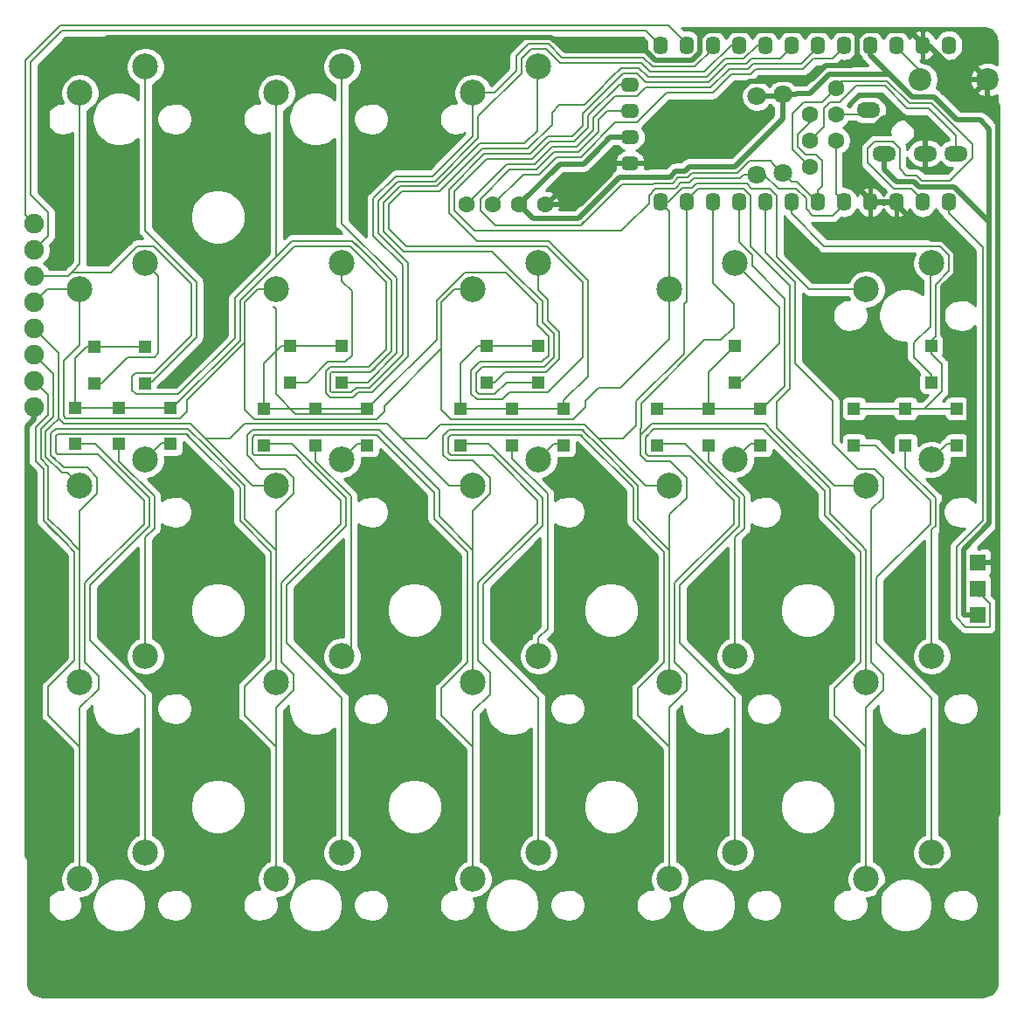
<source format=gbl>
G04 #@! TF.GenerationSoftware,KiCad,Pcbnew,(5.1.2)-2*
G04 #@! TF.CreationDate,2020-05-17T13:13:39+09:00*
G04 #@! TF.ProjectId,_5x4+3______Ver1.03,e6357834-2b33-4adf-9cdc-fcc95f566572,rev?*
G04 #@! TF.SameCoordinates,Original*
G04 #@! TF.FileFunction,Copper,L2,Bot*
G04 #@! TF.FilePolarity,Positive*
%FSLAX46Y46*%
G04 Gerber Fmt 4.6, Leading zero omitted, Abs format (unit mm)*
G04 Created by KiCad (PCBNEW (5.1.2)-2) date 2020-05-17 13:13:39*
%MOMM*%
%LPD*%
G04 APERTURE LIST*
%ADD10C,2.500000*%
%ADD11C,1.900000*%
%ADD12O,1.439000X1.800000*%
%ADD13O,2.300000X1.500000*%
%ADD14O,1.800000X1.439000*%
%ADD15R,1.200000X1.200000*%
%ADD16C,1.600000*%
%ADD17C,2.200000*%
%ADD18R,1.600000X1.600000*%
%ADD19C,1.800000*%
%ADD20C,0.200000*%
%ADD21C,0.500000*%
%ADD22C,0.254000*%
G04 APERTURE END LIST*
D10*
X5690000Y48140000D03*
X12040000Y50680000D03*
X62840000Y67190000D03*
X69190000Y69730000D03*
X43790000Y67190000D03*
X50140000Y69730000D03*
X24740000Y67190000D03*
X31090000Y69730000D03*
X5690000Y67190000D03*
X12040000Y69730000D03*
X5690000Y86240000D03*
X12040000Y88780000D03*
X5690000Y29090000D03*
X12040000Y31630000D03*
X5690000Y10040000D03*
X12040000Y12580000D03*
X24740000Y86240000D03*
X31090000Y88780000D03*
X24740000Y48140000D03*
X31090000Y50680000D03*
X24740000Y29090000D03*
X31090000Y31630000D03*
X24740000Y10040000D03*
X31090000Y12580000D03*
X43790000Y86240000D03*
X50140000Y88780000D03*
X43790000Y48140000D03*
X50140000Y50680000D03*
X43790000Y29090000D03*
X50140000Y31630000D03*
X43790000Y10040000D03*
X50140000Y12580000D03*
X62840000Y48140000D03*
X69190000Y50680000D03*
X62840000Y29090000D03*
X69190000Y31630000D03*
X62840000Y10040000D03*
X69190000Y12580000D03*
X81890000Y67190000D03*
X88240000Y69730000D03*
X81890000Y48140000D03*
X88240000Y50680000D03*
X81890000Y29090000D03*
X88240000Y31630000D03*
X81890000Y10040000D03*
X88240000Y12580000D03*
D11*
X1270000Y73540000D03*
X1270000Y71000000D03*
X1270000Y68460000D03*
X1270000Y65920000D03*
X1270000Y63380000D03*
X1270000Y60840000D03*
X1270000Y58300000D03*
X1270000Y55760000D03*
D12*
X61960000Y90850000D03*
X64500000Y90850000D03*
X67040000Y90850000D03*
X69580000Y90850000D03*
X72120000Y90850000D03*
X74660000Y90850000D03*
X77200000Y90850000D03*
X79740000Y90850000D03*
X82280000Y90850000D03*
X84820000Y90850000D03*
X87360000Y90850000D03*
X61960000Y75630000D03*
X64500000Y75630000D03*
X67040000Y75630000D03*
X69580000Y75630000D03*
X72120000Y75630000D03*
X74660000Y75630000D03*
X77200000Y75630000D03*
X79740000Y75630000D03*
X82280000Y75630000D03*
X84820000Y75630000D03*
X87360000Y75630000D03*
X89900000Y75630000D03*
X89900000Y90850000D03*
D13*
X82100000Y84550000D03*
X83600000Y80350000D03*
X87600000Y80350000D03*
X90600000Y80350000D03*
D14*
X59000000Y79400000D03*
X59000000Y81940000D03*
X59000000Y84480000D03*
X59000000Y87020000D03*
D15*
X14502500Y52175000D03*
X14502500Y55725000D03*
X12002500Y58075000D03*
X12002500Y61625000D03*
X7102500Y58075000D03*
X7102500Y61625000D03*
X9502500Y52175000D03*
X9502500Y55725000D03*
X5202500Y52175000D03*
X5202500Y55725000D03*
X31052500Y58175000D03*
X31052500Y61725000D03*
X26052500Y58175000D03*
X26052500Y61725000D03*
X33552500Y52075000D03*
X33552500Y55625000D03*
X28552500Y52075000D03*
X28552500Y55625000D03*
X23552500Y52075000D03*
X23552500Y55625000D03*
X50102500Y58175000D03*
X50102500Y61725000D03*
X45102500Y58175000D03*
X45102500Y61725000D03*
X52602500Y52075000D03*
X52602500Y55625000D03*
X47602500Y52075000D03*
X47602500Y55625000D03*
X42602500Y52075000D03*
X42602500Y55625000D03*
X69152500Y58175000D03*
X69152500Y61725000D03*
X71652500Y52075000D03*
X71652500Y55625000D03*
X66652500Y52075000D03*
X66652500Y55625000D03*
X61652500Y52075000D03*
X61652500Y55625000D03*
X88202500Y58175000D03*
X88202500Y61725000D03*
X90702500Y52075000D03*
X90702500Y55625000D03*
X85702500Y52075000D03*
X85702500Y55625000D03*
X80702500Y52075000D03*
X80702500Y55625000D03*
D16*
X76430000Y84150000D03*
X76430000Y81610000D03*
X76430000Y79070000D03*
X78970000Y81610000D03*
X78970000Y84150000D03*
X78970000Y86690000D03*
D17*
X93650000Y87500000D03*
X87150000Y87500000D03*
D18*
X92660000Y40740000D03*
X92660000Y35660000D03*
X92660000Y38200000D03*
D19*
X73800000Y86040000D03*
X73800000Y78420000D03*
X71300000Y85940000D03*
X71300000Y78320000D03*
D16*
X50790000Y75380000D03*
X48250000Y75380000D03*
X45710000Y75380000D03*
X43170000Y75380000D03*
D20*
X9502500Y55725000D02*
X14502500Y55725000D01*
X7002500Y61625000D02*
X12002500Y61625000D01*
X31274989Y56674989D02*
X31400000Y56674989D01*
X6302500Y61625000D02*
X7102500Y61625000D01*
X5202500Y60525000D02*
X6302500Y61625000D01*
X5202500Y55725000D02*
X5202500Y60525000D01*
X5202500Y55725000D02*
X14502500Y55725000D01*
X26455115Y71380001D02*
X31380001Y71380001D01*
X14552500Y55600000D02*
X21199989Y62247489D01*
X34346448Y60346448D02*
X33675011Y59675011D01*
X21199989Y66124875D02*
X26455115Y71380001D01*
X31882001Y71380001D02*
X32740001Y70522001D01*
X21199989Y62247489D02*
X21199989Y66124875D01*
X35400001Y67862001D02*
X35400001Y61800001D01*
X31882001Y71380001D02*
X35400001Y67862001D01*
X31380001Y71380001D02*
X31882001Y71380001D01*
X29925389Y56674989D02*
X31274989Y56674989D01*
X35400001Y61800001D02*
X35400001Y61400001D01*
X35400001Y61400001D02*
X34346448Y60346448D01*
X33675011Y59675011D02*
X29925389Y59675011D01*
X29925389Y59675011D02*
X29499990Y59249612D01*
X29499990Y59249612D02*
X29499990Y57100388D01*
X29499990Y57100388D02*
X29925389Y56674989D01*
X68803726Y90850000D02*
X69580000Y90850000D01*
X66203696Y88249970D02*
X68803726Y90850000D01*
X60068240Y89139530D02*
X60957800Y88249970D01*
X52222472Y89139530D02*
X60068240Y89139530D01*
X37500010Y69759748D02*
X34649979Y72609779D01*
X32679602Y57174980D02*
X34003460Y57174980D01*
X60957800Y88249970D02*
X66203696Y88249970D01*
X37500010Y60671530D02*
X37500010Y69759748D01*
X44290010Y81834492D02*
X44290010Y83942012D01*
X34003460Y57174980D02*
X37500010Y60671530D01*
X40105539Y77650021D02*
X44290010Y81834492D01*
X31274989Y56674989D02*
X32179611Y56674989D01*
X34649979Y72609779D02*
X34649979Y75790221D01*
X34649979Y75790221D02*
X36509779Y77650021D01*
X32179611Y56674989D02*
X32679602Y57174980D01*
X36509779Y77650021D02*
X40105539Y77650021D01*
X48489999Y88142001D02*
X48489999Y89572001D01*
X44290010Y83942012D02*
X48489999Y88142001D01*
X48489999Y89572001D02*
X49392948Y90474950D01*
X49392948Y90474950D02*
X50887052Y90474950D01*
X50887052Y90474950D02*
X52222472Y89139530D01*
X12677500Y58200000D02*
X12002500Y58200000D01*
X17000010Y62522510D02*
X12677500Y58200000D01*
X17000010Y67919112D02*
X17000010Y62522510D01*
X12040000Y72879122D02*
X17000010Y67919112D01*
X12040000Y88780000D02*
X12040000Y72879122D01*
X12040000Y69730000D02*
X13289999Y68480001D01*
X13289999Y60992497D02*
X13289999Y61789999D01*
X12922501Y60624999D02*
X13289999Y60992497D01*
X10352499Y60624999D02*
X12922501Y60624999D01*
X7802500Y58075000D02*
X10352499Y60624999D01*
X7002500Y58075000D02*
X7802500Y58075000D01*
X13289999Y68480001D02*
X13289999Y61789999D01*
X13660000Y52300000D02*
X12040000Y50680000D01*
X14502500Y52300000D02*
X13660000Y52300000D01*
X9502500Y50997500D02*
X9502500Y52300000D01*
X9502500Y50563742D02*
X9502500Y50997500D01*
X12900021Y47166221D02*
X9502500Y50563742D01*
X12900021Y44033779D02*
X12900021Y47166221D01*
X12040000Y43173758D02*
X12900021Y44033779D01*
X12040000Y31630000D02*
X12040000Y43173758D01*
X12400011Y44240889D02*
X12400011Y46959111D01*
X6690020Y38530898D02*
X12400011Y44240889D01*
X12040000Y27840040D02*
X6690020Y33190020D01*
X12040000Y12580000D02*
X12040000Y27840040D01*
X6690020Y33190020D02*
X6690020Y38530898D01*
X7184122Y52175000D02*
X7579561Y51779561D01*
X5202500Y52175000D02*
X7184122Y52175000D01*
X12400011Y46959111D02*
X7579561Y51779561D01*
X33552500Y55500000D02*
X34116878Y55500000D01*
X23552500Y55625000D02*
X28552500Y55625000D01*
X28552500Y55625000D02*
X33552500Y55625000D01*
X31052500Y61725000D02*
X26052500Y61725000D01*
X23552500Y56425000D02*
X23552500Y55625000D01*
X23552500Y60025000D02*
X23552500Y56425000D01*
X25252500Y61725000D02*
X23552500Y60025000D01*
X26052500Y61725000D02*
X25252500Y61725000D01*
X60750690Y87749960D02*
X60750688Y87749962D01*
X24720001Y65250001D02*
X24430003Y65539999D01*
X26600393Y55125009D02*
X24720001Y57005401D01*
X33741887Y55125009D02*
X26600393Y55125009D01*
X24720001Y57005401D02*
X24720001Y65250001D01*
X37293997Y71380001D02*
X35649999Y73023999D01*
X54450001Y67862001D02*
X54450001Y64549999D01*
X50932001Y71380001D02*
X54450001Y67862001D01*
X50380001Y71380001D02*
X37293997Y71380001D01*
X50932001Y71380001D02*
X50380001Y71380001D01*
X40249989Y66124875D02*
X40249989Y62322489D01*
X44150378Y56500000D02*
X43602489Y57047889D01*
X46602499Y56500000D02*
X44150378Y56500000D01*
X51022501Y57174999D02*
X47277498Y57174999D01*
X54450001Y60602499D02*
X51022501Y57174999D01*
X40249989Y62322489D02*
X33552500Y55625000D01*
X54450001Y64549999D02*
X54450001Y60602499D01*
X50000000Y65802002D02*
X46962001Y68840001D01*
X43602489Y57047889D02*
X43602489Y59302111D01*
X43602489Y59302111D02*
X44475399Y60175021D01*
X42965115Y68840001D02*
X40249989Y66124875D01*
X44475399Y60175021D02*
X50472523Y60175021D01*
X50472523Y60175021D02*
X51102501Y60804999D01*
X51102501Y60804999D02*
X51102501Y62645001D01*
X51102501Y62645001D02*
X50000000Y63747502D01*
X50000000Y63747502D02*
X50000000Y65802002D01*
X47277498Y57174999D02*
X46602499Y56500000D01*
X46962001Y68840001D02*
X42965115Y68840001D01*
X35649999Y75376001D02*
X36923999Y76650001D01*
X35649999Y74850001D02*
X35649999Y75376001D01*
X35649999Y73023999D02*
X35649999Y74850001D01*
X36923999Y76650001D02*
X40519759Y76650001D01*
X44669747Y80799989D02*
X46299989Y80799989D01*
X40519759Y76650001D02*
X44669747Y80799989D01*
X49129989Y80799989D02*
X51429999Y83099999D01*
X47200011Y80799989D02*
X49129989Y80799989D01*
X47200011Y80799989D02*
X46299989Y80799989D01*
X52179999Y85050001D02*
X54559155Y85050001D01*
X51429999Y83099999D02*
X51429999Y84300001D01*
X51429999Y84300001D02*
X52179999Y85050001D01*
X54559155Y85050001D02*
X55754577Y86245423D01*
X55754577Y86245423D02*
X57254577Y87745423D01*
X57254577Y87745423D02*
X58148672Y88639518D01*
X71343726Y90850000D02*
X72120000Y90850000D01*
X70043716Y89549990D02*
X71343726Y90850000D01*
X58148672Y88639518D02*
X58148674Y88639520D01*
X58148674Y88639520D02*
X59861130Y88639520D01*
X59861130Y88639520D02*
X60750690Y87749960D01*
X66410806Y87749960D02*
X68210836Y89549990D01*
X60750690Y87749960D02*
X66410806Y87749960D01*
X68210836Y89549990D02*
X70043716Y89549990D01*
X36400021Y60985781D02*
X36400021Y62600021D01*
X36400021Y68276221D02*
X36400021Y62600021D01*
X31090000Y73586242D02*
X36400021Y68276221D01*
X33589240Y58175000D02*
X36400021Y60985781D01*
X31052500Y58175000D02*
X33589240Y58175000D01*
X31090000Y88780000D02*
X31090000Y73586242D01*
X31090000Y67962234D02*
X31090000Y69730000D01*
X26052500Y58175000D02*
X27718258Y58175000D01*
X27718258Y58175000D02*
X29718279Y60175021D01*
X31422523Y60175021D02*
X32052501Y60804999D01*
X32052501Y60804999D02*
X32052501Y66999733D01*
X29718279Y60175021D02*
X31422523Y60175021D01*
X32052501Y66999733D02*
X31090000Y67962234D01*
X32610000Y52200000D02*
X33552500Y52200000D01*
X31090000Y50680000D02*
X32610000Y52200000D01*
X28552500Y50563742D02*
X28552500Y52200000D01*
X31950021Y47166221D02*
X28552500Y50563742D01*
X31950021Y32490021D02*
X31950021Y47166221D01*
X31090000Y31630000D02*
X31950021Y32490021D01*
X26209122Y52200000D02*
X26534115Y51875007D01*
X23552500Y52200000D02*
X26209122Y52200000D01*
X31450011Y46959111D02*
X31450011Y46000000D01*
X30954561Y47454561D02*
X31450011Y46959111D01*
X26534115Y51875007D02*
X30954561Y47454561D01*
X31090000Y25910000D02*
X31090000Y12580000D01*
X31090000Y27562002D02*
X31090000Y25910000D01*
X25740020Y32911982D02*
X31090000Y27562002D01*
X25740020Y38532900D02*
X25740020Y32911982D01*
X31450011Y44242891D02*
X25740020Y38532900D01*
X31450011Y46959111D02*
X31450011Y44242891D01*
X42602500Y55625000D02*
X47602500Y55625000D01*
X51802500Y55625000D02*
X47602500Y55625000D01*
X52602500Y55625000D02*
X51802500Y55625000D01*
X44302500Y61725000D02*
X45102500Y61725000D01*
X42602500Y60025000D02*
X44302500Y61725000D01*
X42602500Y55625000D02*
X42602500Y60025000D01*
X45102500Y61725000D02*
X50102500Y61725000D01*
X52602500Y56425000D02*
X52602500Y55625000D01*
X54950011Y58772511D02*
X52602500Y56425000D01*
X54950011Y68069111D02*
X54950011Y58772511D01*
X51139111Y71880011D02*
X54950011Y68069111D01*
X41469989Y74596889D02*
X44186867Y71880011D01*
X44186867Y71880011D02*
X51139111Y71880011D01*
X68417946Y89049980D02*
X66617916Y87249950D01*
X60543580Y87249950D02*
X59654020Y88139510D01*
X70250826Y89049980D02*
X68417946Y89049980D01*
X74660000Y90669500D02*
X73540490Y89549990D01*
X73540490Y89549990D02*
X70750836Y89549990D01*
X66617916Y87249950D02*
X60543580Y87249950D01*
X74660000Y90850000D02*
X74660000Y90669500D01*
X59654020Y88139510D02*
X58355784Y88139510D01*
X44876857Y80299979D02*
X41469989Y76893111D01*
X58355784Y88139510D02*
X54450001Y84233727D01*
X54450001Y83051999D02*
X53398002Y82000000D01*
X70750836Y89549990D02*
X70250826Y89049980D01*
X51037120Y82000000D02*
X49337099Y80299979D01*
X41469989Y76893111D02*
X41469989Y74596889D01*
X54450001Y84233727D02*
X54450001Y83051999D01*
X53398002Y82000000D02*
X51037120Y82000000D01*
X49337099Y80299979D02*
X44876857Y80299979D01*
X45847502Y57000000D02*
X44357498Y57000000D01*
X50102500Y58175000D02*
X47022502Y58175000D01*
X47022502Y58175000D02*
X45847502Y57000000D01*
X44357498Y57000000D02*
X44102499Y57254999D01*
X44102499Y57254999D02*
X44102499Y59095001D01*
X44102499Y59095001D02*
X44682509Y59675011D01*
X50004561Y66504561D02*
X50500010Y66009112D01*
X50004561Y66504561D02*
X50500000Y66009122D01*
X50500010Y63954612D02*
X51602511Y62852111D01*
X50500010Y66009112D02*
X50500010Y63954612D01*
X50679633Y59675011D02*
X48824989Y59675011D01*
X51602511Y60597889D02*
X50679633Y59675011D01*
X51602511Y62852111D02*
X51602511Y60597889D01*
X44682509Y59675011D02*
X48824989Y59675011D01*
X37086887Y70879991D02*
X45629131Y70879991D01*
X35149989Y72816889D02*
X37086887Y70879991D01*
X35149989Y75583111D02*
X35149989Y72816889D01*
X45629131Y70879991D02*
X48004561Y68504561D01*
X36716889Y77150011D02*
X35149989Y75583111D01*
X48004561Y68504561D02*
X50004561Y66504561D01*
X50140000Y88780000D02*
X50000001Y88640001D01*
X50000001Y88640001D02*
X50000001Y82547999D01*
X50000001Y82547999D02*
X48752001Y81299999D01*
X48752001Y81299999D02*
X44462637Y81299999D01*
X44462637Y81299999D02*
X40312649Y77150011D01*
X40312649Y77150011D02*
X36716889Y77150011D01*
X45902500Y58175000D02*
X45102500Y58175000D01*
X52102521Y60390779D02*
X50886743Y59175001D01*
X52102521Y63059221D02*
X52102521Y60390779D01*
X50886743Y59175001D02*
X46902501Y59175001D01*
X51000020Y66216222D02*
X51000020Y64161722D01*
X51000020Y64161722D02*
X52102521Y63059221D01*
X50140000Y67076242D02*
X51000020Y66216222D01*
X46902501Y59175001D02*
X45902500Y58175000D01*
X50140000Y69730000D02*
X50140000Y67076242D01*
X51660000Y52200000D02*
X52602500Y52200000D01*
X50140000Y50680000D02*
X51660000Y52200000D01*
X47602500Y50775498D02*
X47602500Y52200000D01*
X51000020Y47377978D02*
X47602500Y50775498D01*
X51000020Y34257786D02*
X51000020Y47377978D01*
X50140000Y33397766D02*
X51000020Y34257786D01*
X50140000Y31630000D02*
X50140000Y33397766D01*
X45259122Y52200000D02*
X42602500Y52200000D01*
X50140000Y27562002D02*
X44790020Y32911982D01*
X50140000Y12580000D02*
X50140000Y27562002D01*
X44790020Y32911982D02*
X44790020Y38582900D01*
X44790020Y38582900D02*
X50500010Y44292890D01*
X50500010Y44292890D02*
X50500010Y46959112D01*
X50500010Y46959112D02*
X45259122Y52200000D01*
X69102500Y61600000D02*
X69152500Y61600000D01*
X66652500Y59150000D02*
X69102500Y61600000D01*
X66652500Y55500000D02*
X66652500Y59150000D01*
X61652500Y55625000D02*
X66652500Y55625000D01*
X66652500Y55625000D02*
X71652500Y55625000D01*
X69580000Y71782002D02*
X70840001Y70522001D01*
X71702500Y55500000D02*
X71652500Y55500000D01*
X70840001Y70522001D02*
X70840001Y69459999D01*
X70840001Y69459999D02*
X74000010Y66299990D01*
X69580000Y75630000D02*
X69580000Y71782002D01*
X74000010Y66299990D02*
X74000010Y57797510D01*
X74000010Y57797510D02*
X71702500Y55500000D01*
X69827500Y58300000D02*
X73500000Y61972500D01*
X69152500Y58300000D02*
X69827500Y58300000D01*
X73500000Y65420000D02*
X69190000Y69730000D01*
X73500000Y61972500D02*
X73500000Y65420000D01*
X70710000Y52200000D02*
X71652500Y52200000D01*
X69190000Y50680000D02*
X70710000Y52200000D01*
X66652500Y50563742D02*
X66652500Y52200000D01*
X70050021Y47166221D02*
X66652500Y50563742D01*
X70050021Y44033779D02*
X70050021Y47166221D01*
X69190000Y43173758D02*
X70050021Y44033779D01*
X69190000Y31630000D02*
X69190000Y43173758D01*
X69190000Y27562002D02*
X69190000Y12580000D01*
X64309122Y52200000D02*
X69550011Y46959111D01*
X69550011Y46959111D02*
X69550011Y44240889D01*
X69550011Y44240889D02*
X63840020Y38530898D01*
X61652500Y52200000D02*
X64309122Y52200000D01*
X63840020Y38530898D02*
X63840020Y32911982D01*
X63840020Y32911982D02*
X69190000Y27562002D01*
X88100001Y69590001D02*
X88100001Y63600001D01*
X88240000Y69730000D02*
X88100001Y69590001D01*
X88100001Y63600001D02*
X86500000Y62000000D01*
X88202500Y58925000D02*
X88202500Y58300000D01*
X86500000Y60627500D02*
X88202500Y58925000D01*
X86500000Y62000000D02*
X86500000Y60627500D01*
X88202500Y60925000D02*
X88202500Y61725000D01*
X89202501Y59924999D02*
X88202500Y60925000D01*
X89202501Y57254999D02*
X89202501Y59924999D01*
X87572502Y55625000D02*
X89202501Y57254999D01*
X85702500Y55625000D02*
X87572502Y55625000D01*
X90702500Y55625000D02*
X85702500Y55625000D01*
X80702500Y55625000D02*
X85702500Y55625000D01*
X88600011Y67648009D02*
X88600011Y62622511D01*
X74660000Y75630000D02*
X74660000Y74530000D01*
X88600011Y62622511D02*
X88202500Y62225000D01*
X74660000Y74530000D02*
X77809999Y71380001D01*
X77809999Y71380001D02*
X89032001Y71380001D01*
X89032001Y71380001D02*
X89890001Y70522001D01*
X89890001Y70522001D02*
X89890001Y68937999D01*
X88202500Y62225000D02*
X88202500Y61600000D01*
X89890001Y68937999D02*
X88600011Y67648009D01*
X89760000Y52200000D02*
X90702500Y52200000D01*
X88240000Y50680000D02*
X89760000Y52200000D01*
X85702500Y49856622D02*
X85702500Y52075000D01*
X88600011Y46959111D02*
X85702500Y49856622D01*
X88600011Y44240889D02*
X88600011Y46959111D01*
X88240000Y43880878D02*
X88600011Y44240889D01*
X88240000Y31630000D02*
X88240000Y43880878D01*
X88240000Y27562002D02*
X88240000Y12580000D01*
X82890020Y32911982D02*
X88240000Y27562002D01*
X82777002Y52075000D02*
X81502500Y52075000D01*
X88100001Y46752001D02*
X82777002Y52075000D01*
X88100001Y44447999D02*
X88100001Y46752001D01*
X82890020Y39238018D02*
X88100001Y44447999D01*
X81502500Y52075000D02*
X80702500Y52075000D01*
X82890020Y37290020D02*
X82890020Y39238018D01*
X82890020Y37290020D02*
X82890020Y32911982D01*
X43790000Y22861998D02*
X43790000Y22210000D01*
X43790000Y22210000D02*
X43790000Y10040000D01*
X43790000Y22790000D02*
X43790000Y22861998D01*
X43790000Y22790000D02*
X43790000Y22210000D01*
X62840000Y22861998D02*
X62840000Y10040000D01*
X59799999Y28492001D02*
X59799999Y25901999D01*
X62339990Y31031992D02*
X59799999Y28492001D01*
X62339990Y41704888D02*
X62339990Y31031992D01*
X43790000Y22790000D02*
X43790000Y26292002D01*
X59799999Y25901999D02*
X62840000Y22861998D01*
X50000000Y44500000D02*
X50000000Y46752002D01*
X45440001Y27942003D02*
X45440001Y30059999D01*
X45440001Y30059999D02*
X44290010Y31209990D01*
X43790000Y26292002D02*
X45440001Y27942003D01*
X44290010Y31209990D02*
X44290010Y38790010D01*
X44290010Y38790010D02*
X50000000Y44500000D01*
X59299989Y47959769D02*
X59299989Y44744889D01*
X59299989Y44744889D02*
X62339990Y41704888D01*
X81890000Y10040000D02*
X81890000Y22861998D01*
X24740000Y26647998D02*
X24740000Y10040000D01*
X26390001Y28297999D02*
X24740000Y26647998D01*
X26390001Y29882001D02*
X26390001Y28297999D01*
X43289990Y41704888D02*
X40039801Y44955077D01*
X43289990Y31031992D02*
X43289990Y41704888D01*
X25240010Y31031992D02*
X26390001Y29882001D01*
X40749999Y25901999D02*
X40749999Y28492001D01*
X40039801Y44955077D02*
X40039801Y47332701D01*
X43790000Y22861998D02*
X40749999Y25901999D01*
X30950001Y46752001D02*
X30950001Y44450001D01*
X40749999Y28492001D02*
X43289990Y31031992D01*
X30950001Y44450001D02*
X25240010Y38740010D01*
X25240010Y38740010D02*
X25240010Y31031992D01*
X5690000Y10040000D02*
X5690000Y22190000D01*
X5690000Y22190000D02*
X5690000Y22861998D01*
X5690000Y22861998D02*
X2649999Y25901999D01*
X2649999Y25901999D02*
X2649999Y28649999D01*
X2649999Y28649999D02*
X5189990Y31189990D01*
X5189990Y31189990D02*
X5189990Y41704888D01*
X21699999Y25901999D02*
X24740000Y22861998D01*
X21699999Y28699999D02*
X21699999Y25901999D01*
X24239990Y31239990D02*
X21699999Y28699999D01*
X24239990Y41704888D02*
X24239990Y31239990D01*
X6190010Y38738008D02*
X11900001Y44447999D01*
X6190010Y31031992D02*
X6190010Y38738008D01*
X7500000Y28457998D02*
X7500000Y29722002D01*
X7500000Y29722002D02*
X6190010Y31031992D01*
X21199989Y44744889D02*
X24239990Y41704888D01*
X5690000Y26647998D02*
X7500000Y28457998D01*
X11900001Y44447999D02*
X11900001Y46752001D01*
X24740000Y22861998D02*
X24740000Y10040000D01*
X5690000Y22190000D02*
X5690000Y26647998D01*
X21199989Y47959769D02*
X21199989Y44744889D01*
X78849999Y25901999D02*
X81890000Y22861998D01*
X78849999Y28492001D02*
X78849999Y25901999D01*
X81389990Y31031992D02*
X78849999Y28492001D01*
X81389990Y41704888D02*
X81389990Y31031992D01*
X77849979Y45244899D02*
X81389990Y41704888D01*
X60500000Y52842502D02*
X60732499Y53075001D01*
X77849979Y47650021D02*
X71875021Y53624979D01*
X77849979Y47150021D02*
X77849979Y45244899D01*
X77849979Y47650021D02*
X77849979Y47150021D01*
X62840000Y26647998D02*
X62840000Y10040000D01*
X64490001Y29882001D02*
X64490001Y28297999D01*
X63340010Y31031992D02*
X64490001Y29882001D01*
X69050001Y44447999D02*
X63340010Y38738008D01*
X69050001Y46752001D02*
X69050001Y44447999D01*
X64490001Y28297999D02*
X62840000Y26647998D01*
X63340010Y38738008D02*
X63340010Y31031992D01*
X71875021Y53624979D02*
X61282477Y53624979D01*
X61282477Y53624979D02*
X60500000Y52842502D01*
X60500000Y52842502D02*
X60500000Y51307498D01*
X60807498Y51000000D02*
X64802002Y51000000D01*
X60500000Y51307498D02*
X60807498Y51000000D01*
X64802002Y51000000D02*
X69050001Y46752001D01*
X3582499Y51174999D02*
X3500000Y51257498D01*
X11900001Y46752001D02*
X9076001Y49576001D01*
X15984757Y53175001D02*
X16579879Y52579879D01*
X16034757Y53125001D02*
X16579879Y52579879D01*
X16579879Y52579879D02*
X21199989Y47959769D01*
X3824999Y53175001D02*
X15984757Y53175001D01*
X3582499Y53175001D02*
X3824999Y53175001D01*
X3582499Y53175001D02*
X3400000Y52992502D01*
X7477003Y51174999D02*
X9076001Y49576001D01*
X3582499Y51174999D02*
X7477003Y51174999D01*
X3400000Y51357498D02*
X3582499Y51174999D01*
X3400000Y52992502D02*
X3400000Y51357498D01*
X3247439Y43647439D02*
X2149989Y44744889D01*
X41682499Y53075001D02*
X41400000Y52792502D01*
X54184757Y53075001D02*
X41682499Y53075001D01*
X54429879Y52829879D02*
X54184757Y53075001D01*
X54429879Y52829879D02*
X59299989Y47959769D01*
X54234757Y53025001D02*
X54429879Y52829879D01*
X41400000Y51357498D02*
X41682499Y51074999D01*
X41400000Y52792502D02*
X41400000Y51357498D01*
X45677003Y51074999D02*
X46176001Y50576001D01*
X41682499Y51074999D02*
X45677003Y51074999D01*
X50000000Y46752002D02*
X46176001Y50576001D01*
X40039801Y47507701D02*
X34472501Y53075001D01*
X40039801Y47332701D02*
X40039801Y47507701D01*
X34472501Y53075001D02*
X33400000Y53075001D01*
X22632499Y51074999D02*
X22400000Y51307498D01*
X26627003Y51074999D02*
X22632499Y51074999D01*
X27751001Y49951001D02*
X26627003Y51074999D01*
X27751001Y49951001D02*
X30950001Y46752001D01*
X22632499Y53075001D02*
X25524999Y53075001D01*
X22400000Y52842502D02*
X22632499Y53075001D01*
X22400000Y51307498D02*
X22400000Y52842502D01*
X33400000Y53075001D02*
X25524999Y53075001D01*
X25524999Y53075001D02*
X24472501Y53075001D01*
X81890000Y26647998D02*
X81890000Y22861998D01*
X82390010Y45842012D02*
X82390010Y31031992D01*
X83540001Y28297999D02*
X81890000Y26647998D01*
X83540001Y48932001D02*
X83540001Y46992003D01*
X82682001Y49790001D02*
X83540001Y48932001D01*
X82390010Y31031992D02*
X83540001Y29882001D01*
X81067497Y49790001D02*
X82682001Y49790001D01*
X78650001Y52207497D02*
X81067497Y49790001D01*
X78650001Y56326001D02*
X78650001Y52207497D01*
X83540001Y29882001D02*
X83540001Y28297999D01*
X75000030Y59975972D02*
X78650001Y56326001D01*
X75000030Y67851968D02*
X75000030Y59975972D01*
X72120000Y70731998D02*
X75000030Y67851968D01*
X83540001Y46992003D02*
X82390010Y45842012D01*
X72120000Y75630000D02*
X72120000Y70731998D01*
X4197439Y42697439D02*
X3247439Y43647439D01*
X5189990Y41704888D02*
X4197439Y42697439D01*
X1399960Y50899960D02*
X1399960Y50529058D01*
X1399960Y50529058D02*
X1399960Y51100040D01*
X2149989Y49779029D02*
X1399960Y50529058D01*
X1399960Y51100040D02*
X1399960Y50899960D01*
X1399960Y53820942D02*
X1399960Y53400040D01*
X2620001Y55040983D02*
X1399960Y53820942D01*
X2620001Y56949999D02*
X2620001Y55040983D01*
X1270000Y58300000D02*
X2620001Y56949999D01*
X1399960Y53400040D02*
X1399960Y51100040D01*
X2149989Y44744889D02*
X2947439Y43947439D01*
X2149989Y45850011D02*
X2149989Y44744889D01*
X2947439Y43947439D02*
X4197439Y42697439D01*
X2149989Y45850011D02*
X2149989Y49779029D01*
D21*
X87360000Y91030500D02*
X87360000Y90850000D01*
X86090490Y92300010D02*
X87360000Y91030500D01*
X92094366Y87500000D02*
X93650000Y87500000D01*
X91274142Y87500000D02*
X92094366Y87500000D01*
X87924142Y90850000D02*
X91274142Y87500000D01*
X87360000Y90850000D02*
X87924142Y90850000D01*
X93650000Y85944366D02*
X94624990Y84969376D01*
X93650000Y87500000D02*
X93650000Y85944366D01*
X1270000Y54628630D02*
X575010Y53933640D01*
X1270000Y55760000D02*
X1270000Y54628630D01*
X94624990Y41375010D02*
X94624990Y36375010D01*
X94624990Y30075010D02*
X94624990Y36375010D01*
X82280000Y75630000D02*
X84820000Y75630000D01*
X575010Y52275010D02*
X575010Y50429853D01*
X575010Y53933640D02*
X575010Y52275010D01*
X94624990Y29375010D02*
X94624990Y30075010D01*
X89104001Y10779999D02*
X94624990Y16300988D01*
X85205997Y10779999D02*
X89104001Y10779999D01*
X83149999Y8724001D02*
X85205997Y10779999D01*
X94624990Y16300988D02*
X94624990Y29375010D01*
X83149999Y6275999D02*
X83149999Y8724001D01*
X6659532Y2620466D02*
X79494466Y2620466D01*
X2499999Y6779999D02*
X6659532Y2620466D01*
X2499999Y10300001D02*
X2499999Y6779999D01*
X79494466Y2620466D02*
X83149999Y6275999D01*
X575010Y12224990D02*
X2499999Y10300001D01*
X575010Y53915244D02*
X575010Y39424990D01*
X1270000Y54610234D02*
X575010Y53915244D01*
X1270000Y55760000D02*
X1270000Y54610234D01*
X575010Y42075010D02*
X575010Y39424990D01*
X575010Y39424990D02*
X575010Y12224990D01*
X86090490Y92300010D02*
X82799990Y92300010D01*
X87600000Y80350000D02*
X87600000Y81952002D01*
X82280000Y75810500D02*
X82280000Y75630000D01*
X80820011Y77270489D02*
X82280000Y75810500D01*
X80820011Y81031520D02*
X80820011Y77270489D01*
X83588491Y83800000D02*
X80820011Y81031520D01*
X85752002Y83800000D02*
X83588491Y83800000D01*
X87600000Y81952002D02*
X85752002Y83800000D01*
X94586486Y30075010D02*
X94624990Y30075010D01*
X89250021Y35411475D02*
X94586486Y30075010D01*
X89250021Y46250021D02*
X89250021Y35411475D01*
X89301243Y62816259D02*
X91852501Y60265001D01*
X89301243Y67429989D02*
X89301243Y62816259D01*
X91852501Y48852501D02*
X89250021Y46250021D01*
X90540011Y68668757D02*
X89301243Y67429989D01*
X90540011Y70791243D02*
X90540011Y68668757D01*
X89301243Y72030011D02*
X90540011Y70791243D01*
X91852501Y60265001D02*
X91852501Y48852501D01*
X88239489Y72030011D02*
X89301243Y72030011D01*
X84820000Y75449500D02*
X88239489Y72030011D01*
X84820000Y75630000D02*
X84820000Y75449500D01*
X81754152Y92300010D02*
X82799990Y92300010D01*
X81010490Y91556348D02*
X81754152Y92300010D01*
X81010490Y89350501D02*
X81010490Y91556348D01*
X80500000Y88840011D02*
X81010490Y89350501D01*
X77990625Y88840011D02*
X80500000Y88840011D01*
X76640615Y87490001D02*
X77990625Y88840011D01*
X73190001Y87490001D02*
X76640615Y87490001D01*
X59000000Y79400000D02*
X60400000Y79400000D01*
X60400000Y79400000D02*
X62000000Y81000000D01*
X62000000Y81000000D02*
X64213998Y81000000D01*
X64213998Y81000000D02*
X70603999Y87390001D01*
X70603999Y87390001D02*
X73090001Y87390001D01*
X73090001Y87390001D02*
X73190001Y87490001D01*
X94624990Y41404990D02*
X94624990Y45375010D01*
X93960000Y40740000D02*
X94624990Y41404990D01*
X92660000Y40740000D02*
X93960000Y40740000D01*
X94624990Y84969376D02*
X94624990Y45375010D01*
X94624990Y45375010D02*
X94624990Y41375010D01*
X2499999Y85714001D02*
X2499999Y79000001D01*
X2499999Y79000001D02*
X4000000Y77500000D01*
X51363404Y91624970D02*
X8410968Y91624970D01*
X60544592Y90289550D02*
X52698824Y90289550D01*
X86090490Y92300010D02*
X66513172Y92300010D01*
X66513172Y92300010D02*
X65769510Y91556348D01*
X8410968Y91624970D02*
X2499999Y85714001D01*
X52698824Y90289550D02*
X51363404Y91624970D01*
X65769510Y91556348D02*
X65769510Y90143652D01*
X65025848Y89399990D02*
X61434152Y89399990D01*
X65769510Y90143652D02*
X65025848Y89399990D01*
X61434152Y89399990D02*
X60544592Y90289550D01*
X54189362Y75380000D02*
X57154681Y78345319D01*
X57600000Y79400000D02*
X59000000Y79400000D01*
X57154681Y78954681D02*
X57600000Y79400000D01*
X57154681Y78345319D02*
X57154681Y78954681D01*
X50790000Y75380000D02*
X54189362Y75380000D01*
D20*
X81890000Y30857766D02*
X81890000Y29090000D01*
X24740000Y40940000D02*
X24740000Y45697998D01*
X24740000Y29090000D02*
X24740000Y40940000D01*
X24740000Y29090000D02*
X24740000Y45697998D01*
X59799999Y44951999D02*
X62840000Y41911998D01*
X59799999Y48166879D02*
X59799999Y44951999D01*
X62840000Y41911998D02*
X62840000Y29090000D01*
X45440001Y48932001D02*
X44582001Y49790001D01*
X43790000Y41911998D02*
X43790000Y41210000D01*
X40539811Y45162187D02*
X43790000Y41911998D01*
X43790000Y29090000D02*
X43790000Y41210000D01*
X43790000Y41210000D02*
X43790000Y45342002D01*
X40539811Y46039811D02*
X40539811Y45162187D01*
X40539811Y47539811D02*
X40539811Y46039811D01*
X21699999Y44951999D02*
X24740000Y41911998D01*
X21699999Y48166879D02*
X21699999Y44951999D01*
X24740000Y41911998D02*
X24740000Y40940000D01*
X6381993Y49890009D02*
X4585369Y49890009D01*
X78349989Y46650011D02*
X78349989Y46000000D01*
X81890000Y37890000D02*
X81890000Y30857766D01*
X64490001Y48932001D02*
X62922012Y50499990D01*
X64490001Y46992003D02*
X64490001Y48932001D01*
X62840000Y45342002D02*
X64490001Y46992003D01*
X62840000Y29090000D02*
X62840000Y45342002D01*
X5690000Y41911998D02*
X5690000Y40810000D01*
X5690000Y29090000D02*
X5690000Y40810000D01*
X78349989Y47857131D02*
X78349989Y47650011D01*
X78349989Y47650011D02*
X78349989Y46650011D01*
X81890000Y41911998D02*
X81890000Y41110000D01*
X81400999Y42400999D02*
X81890000Y41911998D01*
X81890000Y41110000D02*
X81890000Y37890000D01*
X78349989Y45452009D02*
X81400999Y42400999D01*
X59999990Y53049612D02*
X61075367Y54124989D01*
X62922012Y50499990D02*
X60600388Y50499990D01*
X60600388Y50499990D02*
X59999990Y51100388D01*
X72082131Y54124989D02*
X72857112Y53350008D01*
X61075367Y54124989D02*
X72082131Y54124989D01*
X78349989Y47857131D02*
X78349989Y46150011D01*
X72857112Y53350008D02*
X78349989Y47857131D01*
X78349989Y47650011D02*
X78349989Y46150011D01*
X78349989Y46150011D02*
X78349989Y45452009D01*
X5690000Y45697998D02*
X5690000Y40810000D01*
X7340001Y47347999D02*
X5690000Y45697998D01*
X4160369Y49890009D02*
X6381993Y49890009D01*
X7340001Y48932001D02*
X7340001Y47347999D01*
X2899990Y53199612D02*
X2899990Y51150388D01*
X6381993Y49890009D02*
X7340001Y48932001D01*
X2899990Y51150388D02*
X4160369Y49890009D01*
X4200999Y43400999D02*
X4400999Y43200999D01*
X4400999Y43200999D02*
X5690000Y41911998D01*
X55583439Y52383439D02*
X59799999Y48166879D01*
X2899990Y51150388D02*
X3375389Y50674989D01*
X40899990Y52999612D02*
X40899990Y51150388D01*
X41475389Y53575011D02*
X40899990Y52999612D01*
X54391867Y53575011D02*
X41475389Y53575011D01*
X54783439Y53183439D02*
X54391867Y53575011D01*
X54783439Y53183439D02*
X55583439Y52383439D01*
X54441867Y53525011D02*
X54783439Y53183439D01*
X40899990Y51150388D02*
X41475389Y50574989D01*
X45440001Y48932001D02*
X45440001Y47347999D01*
X43797013Y50574989D02*
X45440001Y48932001D01*
X41825011Y50574989D02*
X43797013Y50574989D01*
X41475389Y50574989D02*
X41825011Y50574989D01*
X43790000Y45697998D02*
X43790000Y44990000D01*
X45440001Y47347999D02*
X43790000Y45697998D01*
X43790000Y45342002D02*
X43790000Y44990000D01*
X43790000Y44990000D02*
X43790000Y41911998D01*
X34679611Y53575011D02*
X33607110Y53575011D01*
X40539811Y47714811D02*
X34679611Y53575011D01*
X40539811Y47060189D02*
X40539811Y47714811D01*
X40539811Y47060189D02*
X40539811Y47539811D01*
X40539811Y45162187D02*
X40539811Y47060189D01*
X22425389Y53575011D02*
X21899990Y53049612D01*
X33607110Y53575011D02*
X22425389Y53575011D01*
X26390001Y47347999D02*
X24740000Y45697998D01*
X26390001Y48932001D02*
X26390001Y47347999D01*
X25532001Y49790001D02*
X26390001Y48932001D01*
X23210377Y49790001D02*
X25532001Y49790001D01*
X21899990Y53049612D02*
X21899990Y51100388D01*
X21899990Y51100388D02*
X23210377Y49790001D01*
X17833439Y52033439D02*
X21699999Y48166879D01*
X16191867Y53675011D02*
X17833439Y52033439D01*
X3375389Y53675011D02*
X16191867Y53675011D01*
X2899990Y53199612D02*
X3375389Y53675011D01*
X59999990Y51100388D02*
X59999990Y52800010D01*
X59999990Y52800010D02*
X59999990Y53049612D01*
X1270000Y60840000D02*
X3002472Y59107528D01*
X60100011Y53766889D02*
X59999990Y53666868D01*
X60100011Y56118891D02*
X60100011Y53766889D01*
X67040000Y75630000D02*
X67040000Y67812002D01*
X67040000Y67812002D02*
X69050001Y65802001D01*
X59999990Y53666868D02*
X59999990Y52800010D01*
X69050001Y65802001D02*
X69050001Y63497999D01*
X69050001Y63497999D02*
X67802001Y62249999D01*
X67802001Y62249999D02*
X66231119Y62249999D01*
X66231119Y62249999D02*
X60100011Y56118891D01*
X1899970Y51100030D02*
X1899970Y50736168D01*
X1899970Y51399970D02*
X1899970Y51100030D01*
X2649999Y44951999D02*
X2649999Y49986139D01*
X4050999Y43550999D02*
X2649999Y44951999D01*
X4050999Y43550999D02*
X5690000Y41911998D01*
X1899970Y50736168D02*
X1899970Y51899970D01*
X2649999Y49986139D02*
X1899970Y50736168D01*
X1899970Y53613832D02*
X1899970Y51899970D01*
X1899970Y51899970D02*
X1899970Y51399970D01*
X2219999Y59890001D02*
X1270000Y60840000D01*
X3120011Y58989989D02*
X2219999Y59890001D01*
X3120011Y54833873D02*
X3120011Y58989989D01*
X2693069Y54406931D02*
X3120011Y54833873D01*
X2693069Y54406931D02*
X1899970Y53613832D01*
X3002472Y54716334D02*
X2693069Y54406931D01*
X22972234Y48140000D02*
X24740000Y48140000D01*
X22433998Y48140000D02*
X22972234Y48140000D01*
X41483998Y48140000D02*
X43790000Y48140000D01*
X17536999Y53036999D02*
X17873999Y52699999D01*
X17873999Y52699999D02*
X20199999Y52699999D01*
X36311999Y53311999D02*
X41483998Y48140000D01*
X60533998Y48140000D02*
X62840000Y48140000D01*
X36311999Y53311999D02*
X36923999Y52699999D01*
X4440001Y49389999D02*
X4378259Y49389999D01*
X5690000Y48140000D02*
X4440001Y49389999D01*
X16448977Y54125021D02*
X16448979Y54125019D01*
X55973999Y52699999D02*
X55086999Y53586999D01*
X58326001Y52699999D02*
X55973999Y52699999D01*
X17036999Y53536999D02*
X17536999Y53036999D01*
X16448979Y54125019D02*
X17036999Y53536999D01*
X38700001Y52699999D02*
X39276001Y52699999D01*
X55086999Y53586999D02*
X56236999Y52436999D01*
X56236999Y52436999D02*
X60533998Y48140000D01*
X39276001Y52699999D02*
X38300001Y52699999D01*
X40651023Y54075021D02*
X39276001Y52699999D01*
X54598977Y54075021D02*
X40651023Y54075021D01*
X54736999Y53936999D02*
X54598977Y54075021D01*
X54648977Y54025021D02*
X54736999Y53936999D01*
X54736999Y53936999D02*
X56236999Y52436999D01*
X36923999Y52699999D02*
X38300001Y52699999D01*
X38300001Y52699999D02*
X38700001Y52699999D01*
X36111999Y53511999D02*
X36311999Y53311999D01*
X21624989Y54124989D02*
X21150000Y53650000D01*
X35499009Y54124989D02*
X21624989Y54124989D01*
X36111999Y53511999D02*
X35499009Y54124989D01*
X20199999Y52699999D02*
X21150000Y53650000D01*
X16398977Y54175021D02*
X17986999Y52586999D01*
X17986999Y52586999D02*
X22433998Y48140000D01*
X17536999Y53036999D02*
X17986999Y52586999D01*
X4439999Y49390001D02*
X5690000Y48140000D01*
X3953257Y49390001D02*
X4439999Y49390001D01*
X2399980Y50943278D02*
X3953257Y49390001D01*
X2399980Y53406722D02*
X2399980Y50943278D01*
X2970011Y53976753D02*
X2399980Y53406722D01*
X64500000Y66052002D02*
X64500000Y75630000D01*
X64249999Y65802001D02*
X64500000Y66052002D01*
X64249999Y60975999D02*
X64249999Y65802001D01*
X59600001Y56326001D02*
X64249999Y60975999D01*
X59600001Y53973999D02*
X59600001Y56326001D01*
X58326001Y52699999D02*
X59600001Y53973999D01*
X64500000Y75810500D02*
X64500000Y75630000D01*
X70699510Y71369612D02*
X70699510Y76274216D01*
X65619510Y76930010D02*
X64500000Y75810500D01*
X81890000Y48140000D02*
X78774240Y48140000D01*
X70043716Y76930010D02*
X65619510Y76930010D01*
X78774240Y48140000D02*
X73200000Y53714240D01*
X73200000Y53714240D02*
X73200000Y56290380D01*
X70699510Y76274216D02*
X70043716Y76930010D01*
X73200000Y56290380D02*
X74500020Y57590400D01*
X74500020Y57590400D02*
X74500020Y67569102D01*
X74500020Y67569102D02*
X70699510Y71369612D01*
X6675021Y54175021D02*
X16398977Y54175021D01*
X3046629Y54053371D02*
X3620021Y54626763D01*
X2399980Y53406722D02*
X3046629Y54053371D01*
X4125357Y54175021D02*
X5875021Y54175021D01*
X3620021Y55279979D02*
X3620021Y54680357D01*
X3620021Y54626763D02*
X3620021Y55279979D01*
X3620021Y54680357D02*
X4125357Y54175021D01*
X5875021Y54175021D02*
X6675021Y54175021D01*
X3620019Y58679981D02*
X3620021Y58679979D01*
X3620019Y61029981D02*
X3620019Y58679981D01*
X1270000Y63380000D02*
X3620019Y61029981D01*
X3620021Y55279979D02*
X3620021Y58679979D01*
X22972234Y67190000D02*
X21699999Y65917765D01*
X24740000Y67190000D02*
X22972234Y67190000D01*
X43790000Y67190000D02*
X42022234Y67190000D01*
X42022234Y67190000D02*
X40749999Y65917765D01*
X62840000Y74750000D02*
X61960000Y75630000D01*
X62840000Y67190000D02*
X62840000Y74750000D01*
X21699999Y65917765D02*
X21699999Y62800001D01*
X40749999Y61750001D02*
X40749999Y60749999D01*
X40749999Y56250001D02*
X40749999Y55557499D01*
X40749999Y60749999D02*
X40749999Y56250001D01*
X40749999Y55949999D02*
X40749999Y55557499D01*
X40749999Y55949999D02*
X40749999Y55732499D01*
X40749999Y56250001D02*
X40749999Y55949999D01*
X21699999Y56100001D02*
X21699999Y55732499D01*
X21699999Y62800001D02*
X21699999Y56100001D01*
X40749999Y65917765D02*
X40749999Y62149999D01*
X40749999Y62149999D02*
X40749999Y61750001D01*
X40749999Y61426001D02*
X40749999Y62149999D01*
X35200000Y55876002D02*
X40749999Y61426001D01*
X35200000Y55352498D02*
X35200000Y55876002D01*
X34472501Y54624999D02*
X35200000Y55352498D01*
X22632499Y54624999D02*
X34472501Y54624999D01*
X21699999Y55557499D02*
X22632499Y54624999D01*
X21699999Y56100001D02*
X21699999Y55557499D01*
X62840000Y65422234D02*
X62840000Y67190000D01*
X62840000Y62340000D02*
X62840000Y65422234D01*
X55973999Y57600001D02*
X58100001Y57600001D01*
X54699999Y55802497D02*
X54699999Y56326001D01*
X53522501Y54624999D02*
X54699999Y55802497D01*
X54699999Y56326001D02*
X55973999Y57600001D01*
X41682499Y54624999D02*
X53522501Y54624999D01*
X58100001Y57600001D02*
X62840000Y62340000D01*
X40749999Y55557499D02*
X41682499Y54624999D01*
X2080000Y66022002D02*
X2080000Y65920000D01*
X1270000Y65920000D02*
X2080000Y65920000D01*
X2540000Y67190000D02*
X1270000Y65920000D01*
X5690000Y67190000D02*
X2540000Y67190000D01*
X5690000Y67190000D02*
X5690000Y61819620D01*
X73239510Y70319608D02*
X76369118Y67190000D01*
X73239510Y76274216D02*
X73239510Y70319608D01*
X76369118Y67190000D02*
X81890000Y67190000D01*
X62736274Y75630000D02*
X64106274Y77000000D01*
X72583716Y76930010D02*
X73239510Y76274216D01*
X64106274Y77000000D02*
X64982380Y77000000D01*
X64982380Y77000000D02*
X65412400Y77430020D01*
X70806868Y76930010D02*
X72583716Y76930010D01*
X65412400Y77430020D02*
X70306858Y77430020D01*
X61960000Y75630000D02*
X62736274Y75630000D01*
X70306858Y77430020D02*
X70806868Y76930010D01*
X21699999Y62040379D02*
X21699999Y62800001D01*
X16079810Y56420190D02*
X21699999Y62040379D01*
X4120031Y54887467D02*
X4332467Y54675031D01*
X16079810Y55382308D02*
X16079810Y56420190D01*
X4332467Y54675031D02*
X15372533Y54675031D01*
X15372533Y54675031D02*
X16079810Y55382308D01*
X4120031Y60249651D02*
X4635190Y60764810D01*
X4120031Y59279969D02*
X4120031Y60249651D01*
X5690000Y61819620D02*
X4635190Y60764810D01*
X4120031Y59279969D02*
X4120031Y54887467D01*
X12832001Y71380001D02*
X14106001Y70106001D01*
X24740000Y70372006D02*
X23183997Y68816003D01*
X24740000Y86240000D02*
X24740000Y70372006D01*
X23183997Y68816003D02*
X26248005Y71880011D01*
X12832001Y71380001D02*
X13356001Y70856001D01*
X13356001Y70856001D02*
X14106001Y70106001D01*
X12832001Y71380001D02*
X14856001Y69356001D01*
X14106001Y70106001D02*
X14856001Y69356001D01*
X34153560Y59446440D02*
X33907120Y59200000D01*
X30775001Y59175001D02*
X30600000Y59175001D01*
X33882121Y59175001D02*
X34553560Y59846440D01*
X30775001Y59175001D02*
X33882121Y59175001D01*
X35900011Y61192891D02*
X34553560Y59846440D01*
X34553560Y59846440D02*
X34153560Y59446440D01*
X14856001Y69356001D02*
X15856001Y68356001D01*
X15856001Y68356001D02*
X16500000Y67712002D01*
X20699979Y66331985D02*
X23183997Y68816003D01*
X20699979Y62454599D02*
X20699979Y66331985D01*
X15245380Y57000000D02*
X20699979Y62454599D01*
X11157498Y57000000D02*
X15245380Y57000000D01*
X10778749Y58771251D02*
X10778749Y57378749D01*
X11082499Y59075001D02*
X10778749Y58771251D01*
X12832001Y71380001D02*
X16500000Y67712002D01*
X16500000Y67712002D02*
X16500000Y62729620D01*
X10778749Y57378749D02*
X11157498Y57000000D01*
X16500000Y62729620D02*
X12845381Y59075001D01*
X12845381Y59075001D02*
X11082499Y59075001D01*
X1270000Y68460000D02*
X4517998Y68460000D01*
X4517998Y68460000D02*
X4897999Y68840001D01*
X13606001Y70606001D02*
X15856001Y68356001D01*
X12832001Y71380001D02*
X13606001Y70606001D01*
X11247999Y71380001D02*
X12832001Y71380001D01*
X8707999Y68840001D02*
X11247999Y71380001D01*
X4897999Y68840001D02*
X8707999Y68840001D01*
X5690000Y69632002D02*
X5028999Y68971001D01*
X5690000Y86240000D02*
X5690000Y69632002D01*
X5028999Y68971001D02*
X4517998Y68460000D01*
X30132499Y59175001D02*
X30775001Y59175001D01*
X30000000Y57307498D02*
X30000000Y59042502D01*
X30132499Y57174999D02*
X30000000Y57307498D01*
X32472492Y57674990D02*
X31972501Y57174999D01*
X33796350Y57674990D02*
X32472492Y57674990D01*
X30000000Y59042502D02*
X30132499Y59175001D01*
X37000000Y60878640D02*
X33796350Y57674990D01*
X43790000Y86240000D02*
X43790000Y82041602D01*
X37000000Y69552638D02*
X37000000Y60878640D01*
X43790000Y82041602D02*
X39898429Y78150031D01*
X31972501Y57174999D02*
X30132499Y57174999D01*
X39898429Y78150031D02*
X36302669Y78150031D01*
X34149969Y75997331D02*
X34149969Y72402669D01*
X36302669Y78150031D02*
X34149969Y75997331D01*
X34149969Y72402669D02*
X37000000Y69552638D01*
X32089111Y71880011D02*
X33484561Y70484561D01*
X32484561Y71484561D02*
X32089111Y71880011D01*
X32484561Y71484561D02*
X33484561Y70484561D01*
X33484561Y70484561D02*
X35900011Y68069111D01*
X35900011Y68069111D02*
X35900011Y61192891D01*
X26248005Y71880011D02*
X32089111Y71880011D01*
X43790000Y86240000D02*
X45880878Y86240000D01*
X45880878Y86240000D02*
X47989989Y88349111D01*
X47989989Y89000000D02*
X47989989Y89500000D01*
X47989989Y88510011D02*
X47989989Y89000000D01*
X47989989Y88349111D02*
X47989989Y88510011D01*
X67040000Y90494890D02*
X67040000Y90850000D01*
X65295090Y88749980D02*
X67040000Y90494890D01*
X61164910Y88749980D02*
X65295090Y88749980D01*
X47989989Y88510011D02*
X47989989Y89779111D01*
X47989989Y89779111D02*
X49185838Y90974960D01*
X49185838Y90974960D02*
X51094162Y90974960D01*
X51094162Y90974960D02*
X52429582Y89639540D01*
X52429582Y89639540D02*
X60275350Y89639540D01*
X60275350Y89639540D02*
X61164910Y88749980D01*
X3982100Y92274980D02*
X925020Y89217900D01*
X60535020Y92274980D02*
X3982100Y92274980D01*
X61960000Y90850000D02*
X60535020Y92274980D01*
X2219999Y71949999D02*
X1270000Y71000000D01*
X2620001Y72350001D02*
X2219999Y71949999D01*
X2620001Y74630039D02*
X2620001Y72350001D01*
X925020Y76325020D02*
X2620001Y74630039D01*
X925020Y89217900D02*
X925020Y76325020D01*
X64500000Y90718754D02*
X64500000Y90850000D01*
X62225010Y92774990D02*
X62575010Y92774990D01*
X62755510Y92774990D02*
X60725010Y92774990D01*
X64500000Y91030500D02*
X62755510Y92774990D01*
X64500000Y90850000D02*
X64500000Y91030500D01*
X60725010Y92774990D02*
X62225010Y92774990D01*
X3774990Y92774990D02*
X60725010Y92774990D01*
X425010Y89425010D02*
X3774990Y92774990D01*
X425010Y74384990D02*
X425010Y89425010D01*
X1270000Y73540000D02*
X425010Y74384990D01*
X81700000Y84150000D02*
X82100000Y84550000D01*
X78970000Y84150000D02*
X81700000Y84150000D01*
D21*
X93824980Y82727022D02*
X93824980Y81675020D01*
X93824980Y82727022D02*
X93824980Y81175020D01*
X93824980Y81675020D02*
X93824980Y81175020D01*
X93824980Y81175020D02*
X93824980Y78675020D01*
X93824980Y82727022D02*
X93824980Y77824980D01*
X93824980Y78675020D02*
X93824980Y77824980D01*
X93824980Y77824980D02*
X93824980Y72175020D01*
X93824980Y72924980D02*
X93824980Y72175020D01*
X93824980Y73680878D02*
X93824980Y72924980D01*
X82280000Y90850000D02*
X82280000Y89927998D01*
X82280000Y89927998D02*
X84853999Y87353999D01*
X84853999Y87353999D02*
X85353999Y86853999D01*
X85353999Y86853999D02*
X86357999Y85849999D01*
X76422000Y86140002D02*
X78321999Y88040001D01*
X75172794Y86140002D02*
X76422000Y86140002D01*
X73800000Y86040000D02*
X75072792Y86040000D01*
X75072792Y86040000D02*
X75172794Y86140002D01*
X84167997Y88040001D02*
X85003999Y87203999D01*
X78321999Y88040001D02*
X84167997Y88040001D01*
X85003999Y87203999D02*
X86357999Y85849999D01*
X73700000Y85940000D02*
X73800000Y86040000D01*
X71300000Y85940000D02*
X73700000Y85940000D01*
X91309999Y41980001D02*
X93824980Y44494982D01*
X91309999Y35710001D02*
X91309999Y41980001D01*
X92660000Y35660000D02*
X91360000Y35660000D01*
X91360000Y35660000D02*
X91309999Y35710001D01*
X93824980Y44494982D02*
X93824980Y73680878D01*
X91252929Y76252929D02*
X93824980Y73680878D01*
X83600000Y80350000D02*
X83600000Y78819252D01*
X84839232Y77580020D02*
X86509732Y77580020D01*
X86509732Y77580020D02*
X87009742Y77080010D01*
X83600000Y78819252D02*
X84839232Y77580020D01*
X87009742Y77080010D02*
X90425848Y77080010D01*
X90425848Y77080010D02*
X91252929Y76252929D01*
X88439251Y85849999D02*
X88439253Y85849997D01*
X87349999Y85849999D02*
X88439251Y85849999D01*
X86357999Y85849999D02*
X87349999Y85849999D01*
X93824980Y81195067D02*
X93824980Y81675020D01*
X93824980Y82727022D02*
X93824980Y81195067D01*
X92952001Y83600001D02*
X93824980Y82727022D01*
X90689249Y83600001D02*
X92952001Y83600001D01*
X88439253Y85849997D02*
X90689249Y83600001D01*
X57085734Y81940000D02*
X59000000Y81940000D01*
X54495686Y79349952D02*
X55572867Y80427133D01*
X52219952Y79349952D02*
X54495686Y79349952D01*
X48250000Y75380000D02*
X52219952Y79349952D01*
X55572867Y80427133D02*
X57085734Y81940000D01*
X73800000Y83719164D02*
X73800000Y86040000D01*
X64728938Y79080050D02*
X69160886Y79080050D01*
X64298918Y78650030D02*
X64728938Y79080050D01*
X62852812Y78080030D02*
X63422812Y78650030D01*
X63422812Y78650030D02*
X64298918Y78650030D01*
X48250000Y75380000D02*
X49600001Y74029999D01*
X53970745Y74029999D02*
X57960757Y78020011D01*
X49600001Y74029999D02*
X53970745Y74029999D01*
X57960757Y78020011D02*
X60959913Y78020011D01*
X69160886Y79080050D02*
X73800000Y83719164D01*
X60959913Y78020011D02*
X61019932Y78080030D01*
X61019932Y78080030D02*
X62852812Y78080030D01*
D20*
X90600000Y82062878D02*
X90600000Y80350000D01*
X85881647Y84699979D02*
X87962899Y84699979D01*
X83691645Y86889981D02*
X85881647Y84699979D01*
X77769999Y82949999D02*
X77769999Y84726001D01*
X87962899Y84699979D02*
X90600000Y82062878D01*
X76430000Y81610000D02*
X77769999Y82949999D01*
X78393999Y85350001D02*
X79350001Y85350001D01*
X79350001Y85350001D02*
X80889981Y86889981D01*
X77769999Y84726001D02*
X78393999Y85350001D01*
X80889981Y86889981D02*
X83691645Y86889981D01*
X78970000Y76400000D02*
X79740000Y75630000D01*
X78970000Y81610000D02*
X78970000Y76400000D01*
X79740000Y75449500D02*
X79740000Y75630000D01*
X78620490Y74329990D02*
X79740000Y75449500D01*
X76080490Y74985784D02*
X76736284Y74329990D01*
X76080490Y75973236D02*
X76080490Y74985784D01*
X75123716Y76930010D02*
X76080490Y75973236D01*
X76736284Y74329990D02*
X78620490Y74329990D01*
X73365988Y76930010D02*
X75123716Y76930010D01*
X71975998Y78320000D02*
X73365988Y76930010D01*
X71300000Y78320000D02*
X71975998Y78320000D01*
X63449577Y77050423D02*
X63899144Y77499990D01*
X63899164Y77500010D02*
X63449577Y77050423D01*
X64775270Y77500010D02*
X63899164Y77500010D01*
X65205290Y77930030D02*
X64775270Y77500010D01*
X69637238Y77930030D02*
X65205290Y77930030D01*
X70027208Y78320000D02*
X69637238Y77930030D01*
X71300000Y78320000D02*
X70027208Y78320000D01*
X63449577Y77050423D02*
X63329164Y76930010D01*
X63329164Y76930010D02*
X61496284Y76930010D01*
X61496284Y76930010D02*
X60840490Y76274216D01*
X60840490Y76274216D02*
X60840490Y75540488D01*
X60840490Y75540488D02*
X58650001Y73349999D01*
X58650001Y73349999D02*
X58239981Y72939979D01*
X57943394Y87020000D02*
X59000000Y87020000D01*
X54950011Y82844889D02*
X54950011Y84026617D01*
X51244230Y81499990D02*
X53605112Y81499990D01*
X49544209Y79799969D02*
X51244230Y81499990D01*
X58650001Y73349999D02*
X58179981Y72879979D01*
X58179981Y72879979D02*
X43894019Y72879979D01*
X43894019Y72879979D02*
X41969999Y74803999D01*
X54950011Y84026617D02*
X57943394Y87020000D01*
X53605112Y81499990D02*
X54950011Y82844889D01*
X41969999Y74803999D02*
X41969999Y76686001D01*
X41969999Y76686001D02*
X45083967Y79799969D01*
X45083967Y79799969D02*
X49544209Y79799969D01*
X77630001Y85350001D02*
X78970000Y86690000D01*
X75853999Y85350001D02*
X77630001Y85350001D01*
X74729989Y84225991D02*
X75853999Y85350001D01*
X76430000Y79070000D02*
X74729989Y80770011D01*
X74729989Y80770011D02*
X74729989Y84225991D01*
X87360000Y75810500D02*
X87360000Y75630000D01*
X86240490Y76930010D02*
X87360000Y75810500D01*
X82049990Y79450010D02*
X84569990Y76930010D01*
X88170009Y85199989D02*
X92150010Y81219988D01*
X85769970Y78230030D02*
X85150010Y78849990D01*
X86088757Y85199989D02*
X88170009Y85199989D01*
X83898755Y87389991D02*
X86088757Y85199989D01*
X79389991Y87389991D02*
X83898755Y87389991D01*
X78970000Y86970000D02*
X79389991Y87389991D01*
X82723651Y81500010D02*
X82049990Y80826349D01*
X78970000Y86690000D02*
X78970000Y86970000D01*
X92150010Y79873651D02*
X90006379Y77730020D01*
X92150010Y81219988D02*
X92150010Y79873651D01*
X90006379Y77730020D02*
X87278984Y77730020D01*
X87278984Y77730020D02*
X86778974Y78230030D01*
X84569990Y76930010D02*
X86240490Y76930010D01*
X86778974Y78230030D02*
X85769970Y78230030D01*
X82049990Y80826349D02*
X82049990Y79450010D01*
X85150010Y78849990D02*
X85150010Y80826349D01*
X84476349Y81500010D02*
X82723651Y81500010D01*
X85150010Y80826349D02*
X84476349Y81500010D01*
X75930000Y84550000D02*
X75986878Y84550000D01*
X77200000Y75630000D02*
X77130846Y75630000D01*
X75140845Y77620001D02*
X74699999Y77620001D01*
X77130846Y75630000D02*
X75140845Y77620001D01*
X74699999Y77620001D02*
X73800000Y78520000D01*
X72900001Y79319999D02*
X73800000Y78420000D01*
X64998180Y78430040D02*
X69430128Y78430040D01*
X64568160Y78000020D02*
X64998180Y78430040D01*
X70620089Y79620001D02*
X72599999Y79620001D01*
X63692054Y78000020D02*
X64568160Y78000020D01*
X63122054Y77430020D02*
X63692054Y78000020D01*
X61289174Y77430020D02*
X63122054Y77430020D01*
X69430128Y78430040D02*
X70620089Y79620001D01*
X72599999Y79620001D02*
X72900001Y79319999D01*
X58229999Y77370001D02*
X61229155Y77370001D01*
X61229155Y77370001D02*
X61289174Y77430020D01*
X77200000Y76730000D02*
X77200000Y75630000D01*
X77630001Y77160001D02*
X77200000Y76730000D01*
X77006001Y80270001D02*
X77630001Y79646001D01*
X75993997Y80270001D02*
X77006001Y80270001D01*
X75229999Y81033999D02*
X75993997Y80270001D01*
X77630001Y79646001D02*
X77630001Y77160001D01*
X75229999Y82186001D02*
X75229999Y81033999D01*
X76430000Y83386002D02*
X75229999Y82186001D01*
X76430000Y84150000D02*
X76430000Y83386002D01*
X45934009Y73379989D02*
X54239987Y73379989D01*
X44500000Y75946002D02*
X44500000Y74813998D01*
X49958429Y78799949D02*
X47353947Y78799949D01*
X51658450Y80499970D02*
X49958429Y78799949D01*
X54019332Y80499970D02*
X51658450Y80499970D01*
X54929999Y74070001D02*
X58229999Y77370001D01*
X44500000Y74813998D02*
X45934009Y73379989D01*
X54299987Y73439989D02*
X54929999Y74070001D01*
X59000000Y84480000D02*
X56817634Y84480000D01*
X54239987Y73379989D02*
X54929999Y74070001D01*
X56817634Y84480000D02*
X55950031Y83612397D01*
X55950031Y83612397D02*
X55950031Y82430669D01*
X47353947Y78799949D02*
X44500000Y75946002D01*
X55950031Y82430669D02*
X54019332Y80499970D01*
D21*
X92900000Y38600000D02*
X92900000Y37600000D01*
D20*
X93860001Y36720747D02*
X92520374Y38060374D01*
X91539999Y34459999D02*
X93780001Y34459999D01*
X90659989Y35340009D02*
X91539999Y34459999D01*
X90659989Y42249243D02*
X90659989Y35340009D01*
X93860001Y34539999D02*
X93860001Y36720747D01*
X93174970Y44764224D02*
X90659989Y42249243D01*
X93780001Y34459999D02*
X93860001Y34539999D01*
X93174970Y71255030D02*
X93174970Y44764224D01*
X89900000Y74530000D02*
X93174970Y71255030D01*
X89900000Y75630000D02*
X89900000Y74530000D01*
X87150000Y88339500D02*
X87150000Y87500000D01*
X84820000Y90669500D02*
X87150000Y88339500D01*
X84820000Y90850000D02*
X84820000Y90669500D01*
X77200000Y90669500D02*
X77200000Y90850000D01*
X75580480Y89049980D02*
X77200000Y90669500D01*
X70957946Y89049980D02*
X75580480Y89049980D01*
X70457936Y88549970D02*
X70957946Y89049980D01*
X66825026Y86749940D02*
X68625056Y88549970D01*
X60493666Y86749940D02*
X66825026Y86749940D01*
X55450021Y83819507D02*
X57531004Y85900490D01*
X59644216Y85900490D02*
X60493666Y86749940D01*
X49751319Y79299959D02*
X51451340Y80999980D01*
X51451340Y80999980D02*
X53812222Y80999980D01*
X53812222Y80999980D02*
X55450021Y82637779D01*
X68625056Y88549970D02*
X70457936Y88549970D01*
X57531004Y85900490D02*
X59644216Y85900490D01*
X55450021Y82637779D02*
X55450021Y83819507D01*
X47089959Y79299959D02*
X47799959Y79299959D01*
X43170000Y75380000D02*
X47089959Y79299959D01*
X47799959Y79299959D02*
X49751319Y79299959D01*
X76787610Y89549990D02*
X78620490Y89549990D01*
X68822217Y88040011D02*
X70655097Y88040011D01*
X67032136Y86249930D02*
X68822217Y88040011D01*
X79740000Y90669500D02*
X79740000Y90850000D01*
X62533656Y86249930D02*
X67032136Y86249930D01*
X59644216Y83360490D02*
X62533656Y86249930D01*
X45710000Y75380000D02*
X48629939Y78299939D01*
X75787590Y88549970D02*
X76787610Y89549990D01*
X48629939Y78299939D02*
X50165539Y78299939D01*
X50165539Y78299939D02*
X51865560Y79999960D01*
X70655097Y88040011D02*
X71165056Y88549970D01*
X51865560Y79999960D02*
X54226442Y79999960D01*
X71165056Y88549970D02*
X75787590Y88549970D01*
X54226442Y79999960D02*
X57586972Y83360490D01*
X78620490Y89549990D02*
X79740000Y90669500D01*
X57586972Y83360490D02*
X59644216Y83360490D01*
D22*
G36*
X720282Y54273776D02*
G01*
X811510Y54249889D01*
X792557Y54226794D01*
X754548Y54155685D01*
X725050Y54100498D01*
X683480Y53963459D01*
X669443Y53820942D01*
X672960Y53785234D01*
X672960Y53435747D01*
X672961Y51135758D01*
X672960Y51135748D01*
X672960Y50564766D01*
X669443Y50529058D01*
X672960Y50493351D01*
X672960Y50493350D01*
X683480Y50386541D01*
X725050Y50249501D01*
X792557Y50123205D01*
X883407Y50012504D01*
X901807Y49997404D01*
X911149Y49989737D01*
X1422990Y49477895D01*
X1422989Y45885719D01*
X1422989Y45885718D01*
X1422990Y44780606D01*
X1419472Y44744889D01*
X1433509Y44602372D01*
X1475079Y44465333D01*
X1526199Y44369695D01*
X1542587Y44339036D01*
X1633436Y44228335D01*
X1661178Y44205568D01*
X2758621Y43108123D01*
X2758629Y43108116D01*
X3708621Y42158123D01*
X3708632Y42158114D01*
X4462991Y41403754D01*
X4462990Y31491124D01*
X2161188Y29189320D01*
X2133446Y29166553D01*
X2105835Y29132908D01*
X2042597Y29055852D01*
X1975089Y28929555D01*
X1933519Y28792516D01*
X1919482Y28649999D01*
X1923000Y28614281D01*
X1922999Y25937707D01*
X1919482Y25901999D01*
X1933519Y25759482D01*
X1956234Y25684600D01*
X1975089Y25622443D01*
X2042596Y25496147D01*
X2133445Y25385446D01*
X2161188Y25362678D01*
X4963000Y22560864D01*
X4963000Y22154293D01*
X4963001Y22154283D01*
X4963000Y11770517D01*
X4800907Y11703376D01*
X4493482Y11497961D01*
X4232039Y11236518D01*
X4026624Y10929093D01*
X3885132Y10587501D01*
X3813000Y10224868D01*
X3813000Y9855132D01*
X3885132Y9492499D01*
X4026624Y9150907D01*
X4076007Y9077000D01*
X3844679Y9077000D01*
X3540006Y9016396D01*
X3253011Y8897519D01*
X2994721Y8724936D01*
X2775064Y8505279D01*
X2602481Y8246989D01*
X2483604Y7959994D01*
X2423000Y7655321D01*
X2423000Y7344679D01*
X2483604Y7040006D01*
X2602481Y6753011D01*
X2775064Y6494721D01*
X2994721Y6275064D01*
X3253011Y6102481D01*
X3540006Y5983604D01*
X3844679Y5923000D01*
X4155321Y5923000D01*
X4459994Y5983604D01*
X4555105Y6023000D01*
X4565472Y6023000D01*
X4850825Y6079760D01*
X5119622Y6191099D01*
X5361533Y6352739D01*
X5567261Y6558467D01*
X5728901Y6800378D01*
X5840240Y7069175D01*
X5897000Y7354528D01*
X5897000Y7645472D01*
X5874471Y7758737D01*
X6873000Y7758737D01*
X6873000Y7241263D01*
X6973954Y6733732D01*
X7171983Y6255649D01*
X7459476Y5825385D01*
X7825385Y5459476D01*
X8255649Y5171983D01*
X8733732Y4973954D01*
X9241263Y4873000D01*
X9758737Y4873000D01*
X10266268Y4973954D01*
X10744351Y5171983D01*
X11174615Y5459476D01*
X11540524Y5825385D01*
X11828017Y6255649D01*
X12026046Y6733732D01*
X12127000Y7241263D01*
X12127000Y7645472D01*
X13103000Y7645472D01*
X13103000Y7354528D01*
X13159760Y7069175D01*
X13271099Y6800378D01*
X13432739Y6558467D01*
X13638467Y6352739D01*
X13880378Y6191099D01*
X14149175Y6079760D01*
X14434528Y6023000D01*
X14444895Y6023000D01*
X14540006Y5983604D01*
X14844679Y5923000D01*
X15155321Y5923000D01*
X15459994Y5983604D01*
X15746989Y6102481D01*
X16005279Y6275064D01*
X16224936Y6494721D01*
X16397519Y6753011D01*
X16516396Y7040006D01*
X16577000Y7344679D01*
X16577000Y7655321D01*
X16516396Y7959994D01*
X16397519Y8246989D01*
X16224936Y8505279D01*
X16005279Y8724936D01*
X15746989Y8897519D01*
X15459994Y9016396D01*
X15155321Y9077000D01*
X14844679Y9077000D01*
X14540006Y9016396D01*
X14444895Y8977000D01*
X14434528Y8977000D01*
X14149175Y8920240D01*
X13880378Y8808901D01*
X13638467Y8647261D01*
X13432739Y8441533D01*
X13271099Y8199622D01*
X13159760Y7930825D01*
X13103000Y7645472D01*
X12127000Y7645472D01*
X12127000Y7758737D01*
X12026046Y8266268D01*
X11828017Y8744351D01*
X11540524Y9174615D01*
X11174615Y9540524D01*
X10744351Y9828017D01*
X10266268Y10026046D01*
X9758737Y10127000D01*
X9241263Y10127000D01*
X8733732Y10026046D01*
X8255649Y9828017D01*
X7825385Y9540524D01*
X7459476Y9174615D01*
X7171983Y8744351D01*
X6973954Y8266268D01*
X6873000Y7758737D01*
X5874471Y7758737D01*
X5840240Y7930825D01*
X5744070Y8163000D01*
X5874868Y8163000D01*
X6237501Y8235132D01*
X6579093Y8376624D01*
X6886518Y8582039D01*
X7147961Y8843482D01*
X7353376Y9150907D01*
X7494868Y9492499D01*
X7567000Y9855132D01*
X7567000Y10224868D01*
X7494868Y10587501D01*
X7353376Y10929093D01*
X7147961Y11236518D01*
X6886518Y11497961D01*
X6579093Y11703376D01*
X6417000Y11770517D01*
X6417000Y22826290D01*
X6420517Y22861998D01*
X6417000Y22897706D01*
X6417000Y26346866D01*
X6873000Y26802866D01*
X6873000Y26291263D01*
X6973954Y25783732D01*
X7171983Y25305649D01*
X7459476Y24875385D01*
X7825385Y24509476D01*
X8255649Y24221983D01*
X8733732Y24023954D01*
X9241263Y23923000D01*
X9758737Y23923000D01*
X10266268Y24023954D01*
X10744351Y24221983D01*
X11174615Y24509476D01*
X11313001Y24647862D01*
X11313000Y14310517D01*
X11150907Y14243376D01*
X10843482Y14037961D01*
X10582039Y13776518D01*
X10376624Y13469093D01*
X10235132Y13127501D01*
X10163000Y12764868D01*
X10163000Y12395132D01*
X10235132Y12032499D01*
X10376624Y11690907D01*
X10582039Y11383482D01*
X10843482Y11122039D01*
X11150907Y10916624D01*
X11492499Y10775132D01*
X11855132Y10703000D01*
X12224868Y10703000D01*
X12587501Y10775132D01*
X12929093Y10916624D01*
X13236518Y11122039D01*
X13497961Y11383482D01*
X13703376Y11690907D01*
X13844868Y12032499D01*
X13917000Y12395132D01*
X13917000Y12764868D01*
X13844868Y13127501D01*
X13703376Y13469093D01*
X13497961Y13776518D01*
X13236518Y14037961D01*
X12929093Y14243376D01*
X12767000Y14310517D01*
X12767000Y17313662D01*
X16373000Y17313662D01*
X16373000Y16786338D01*
X16475875Y16269148D01*
X16677673Y15781965D01*
X16970638Y15343512D01*
X17343512Y14970638D01*
X17781965Y14677673D01*
X18269148Y14475875D01*
X18786338Y14373000D01*
X19313662Y14373000D01*
X19830852Y14475875D01*
X20318035Y14677673D01*
X20756488Y14970638D01*
X21129362Y15343512D01*
X21422327Y15781965D01*
X21624125Y16269148D01*
X21727000Y16786338D01*
X21727000Y17313662D01*
X21624125Y17830852D01*
X21422327Y18318035D01*
X21129362Y18756488D01*
X20756488Y19129362D01*
X20318035Y19422327D01*
X19830852Y19624125D01*
X19313662Y19727000D01*
X18786338Y19727000D01*
X18269148Y19624125D01*
X17781965Y19422327D01*
X17343512Y19129362D01*
X16970638Y18756488D01*
X16677673Y18318035D01*
X16475875Y17830852D01*
X16373000Y17313662D01*
X12767000Y17313662D01*
X12767000Y26695472D01*
X13103000Y26695472D01*
X13103000Y26404528D01*
X13159760Y26119175D01*
X13271099Y25850378D01*
X13432739Y25608467D01*
X13638467Y25402739D01*
X13880378Y25241099D01*
X14149175Y25129760D01*
X14434528Y25073000D01*
X14444895Y25073000D01*
X14540006Y25033604D01*
X14844679Y24973000D01*
X15155321Y24973000D01*
X15459994Y25033604D01*
X15746989Y25152481D01*
X16005279Y25325064D01*
X16224936Y25544721D01*
X16397519Y25803011D01*
X16516396Y26090006D01*
X16577000Y26394679D01*
X16577000Y26705321D01*
X16516396Y27009994D01*
X16397519Y27296989D01*
X16224936Y27555279D01*
X16005279Y27774936D01*
X15746989Y27947519D01*
X15459994Y28066396D01*
X15155321Y28127000D01*
X14844679Y28127000D01*
X14540006Y28066396D01*
X14444895Y28027000D01*
X14434528Y28027000D01*
X14149175Y27970240D01*
X13880378Y27858901D01*
X13638467Y27697261D01*
X13432739Y27491533D01*
X13271099Y27249622D01*
X13159760Y26980825D01*
X13103000Y26695472D01*
X12767000Y26695472D01*
X12767000Y27804335D01*
X12770517Y27840041D01*
X12762692Y27919482D01*
X12756480Y27982557D01*
X12714910Y28119597D01*
X12647403Y28245893D01*
X12556554Y28356594D01*
X12528812Y28379361D01*
X7417020Y33491152D01*
X7417020Y38229766D01*
X11313001Y42125745D01*
X11313000Y33360517D01*
X11150907Y33293376D01*
X10843482Y33087961D01*
X10582039Y32826518D01*
X10376624Y32519093D01*
X10235132Y32177501D01*
X10163000Y31814868D01*
X10163000Y31445132D01*
X10235132Y31082499D01*
X10376624Y30740907D01*
X10582039Y30433482D01*
X10843482Y30172039D01*
X11150907Y29966624D01*
X11492499Y29825132D01*
X11855132Y29753000D01*
X12224868Y29753000D01*
X12587501Y29825132D01*
X12929093Y29966624D01*
X13236518Y30172039D01*
X13497961Y30433482D01*
X13703376Y30740907D01*
X13844868Y31082499D01*
X13917000Y31445132D01*
X13917000Y31814868D01*
X13844868Y32177501D01*
X13703376Y32519093D01*
X13497961Y32826518D01*
X13236518Y33087961D01*
X12929093Y33293376D01*
X12767000Y33360517D01*
X12767000Y36363662D01*
X16373000Y36363662D01*
X16373000Y35836338D01*
X16475875Y35319148D01*
X16677673Y34831965D01*
X16970638Y34393512D01*
X17343512Y34020638D01*
X17781965Y33727673D01*
X18269148Y33525875D01*
X18786338Y33423000D01*
X19313662Y33423000D01*
X19830852Y33525875D01*
X20318035Y33727673D01*
X20756488Y34020638D01*
X21129362Y34393512D01*
X21422327Y34831965D01*
X21624125Y35319148D01*
X21727000Y35836338D01*
X21727000Y36363662D01*
X21624125Y36880852D01*
X21422327Y37368035D01*
X21129362Y37806488D01*
X20756488Y38179362D01*
X20318035Y38472327D01*
X19830852Y38674125D01*
X19313662Y38777000D01*
X18786338Y38777000D01*
X18269148Y38674125D01*
X17781965Y38472327D01*
X17343512Y38179362D01*
X16970638Y37806488D01*
X16677673Y37368035D01*
X16475875Y36880852D01*
X16373000Y36363662D01*
X12767000Y36363662D01*
X12767000Y42872626D01*
X13388837Y43494462D01*
X13416574Y43517225D01*
X13507424Y43627926D01*
X13574931Y43754222D01*
X13616501Y43891262D01*
X13627021Y43998071D01*
X13627021Y43998073D01*
X13630538Y44033778D01*
X13627021Y44069484D01*
X13627021Y44464185D01*
X13638467Y44452739D01*
X13880378Y44291099D01*
X14149175Y44179760D01*
X14434528Y44123000D01*
X14444895Y44123000D01*
X14540006Y44083604D01*
X14844679Y44023000D01*
X15155321Y44023000D01*
X15459994Y44083604D01*
X15746989Y44202481D01*
X16005279Y44375064D01*
X16224936Y44594721D01*
X16397519Y44853011D01*
X16516396Y45140006D01*
X16577000Y45444679D01*
X16577000Y45755321D01*
X16516396Y46059994D01*
X16397519Y46346989D01*
X16224936Y46605279D01*
X16005279Y46824936D01*
X15746989Y46997519D01*
X15459994Y47116396D01*
X15155321Y47177000D01*
X14844679Y47177000D01*
X14540006Y47116396D01*
X14444895Y47077000D01*
X14434528Y47077000D01*
X14149175Y47020240D01*
X13880378Y46908901D01*
X13638467Y46747261D01*
X13627021Y46735815D01*
X13627021Y47130516D01*
X13630538Y47166222D01*
X13623718Y47235461D01*
X13616501Y47308738D01*
X13574931Y47445778D01*
X13507424Y47572074D01*
X13416575Y47682775D01*
X13388833Y47705542D01*
X12280341Y48814034D01*
X12587501Y48875132D01*
X12929093Y49016624D01*
X13236518Y49222039D01*
X13497961Y49483482D01*
X13703376Y49790907D01*
X13844868Y50132499D01*
X13917000Y50495132D01*
X13917000Y50864868D01*
X13901039Y50945111D01*
X13902500Y50944967D01*
X15102500Y50944967D01*
X15225413Y50957073D01*
X15343603Y50992925D01*
X15452528Y51051147D01*
X15548001Y51129499D01*
X15626353Y51224972D01*
X15684575Y51333897D01*
X15720427Y51452087D01*
X15732533Y51575000D01*
X15732533Y52399092D01*
X16091061Y52040563D01*
X16091072Y52040554D01*
X20472989Y47658636D01*
X20472990Y44780607D01*
X20469472Y44744889D01*
X20483509Y44602372D01*
X20525079Y44465333D01*
X20576199Y44369695D01*
X20592587Y44339036D01*
X20683436Y44228335D01*
X20711178Y44205568D01*
X23512990Y41403754D01*
X23512991Y31541125D01*
X21211188Y29239320D01*
X21183445Y29216552D01*
X21092596Y29105851D01*
X21031466Y28991485D01*
X21025089Y28979555D01*
X20983519Y28842516D01*
X20969482Y28699999D01*
X20972999Y28664291D01*
X20973000Y25937717D01*
X20969482Y25901999D01*
X20983519Y25759482D01*
X21025089Y25622443D01*
X21050169Y25575522D01*
X21092597Y25496146D01*
X21183446Y25385445D01*
X21211188Y25362678D01*
X24013000Y22560864D01*
X24013001Y16269148D01*
X24013001Y11770517D01*
X23850907Y11703376D01*
X23543482Y11497961D01*
X23282039Y11236518D01*
X23076624Y10929093D01*
X22935132Y10587501D01*
X22863000Y10224868D01*
X22863000Y9855132D01*
X22935132Y9492499D01*
X23076624Y9150907D01*
X23126007Y9077000D01*
X22894679Y9077000D01*
X22590006Y9016396D01*
X22303011Y8897519D01*
X22044721Y8724936D01*
X21825064Y8505279D01*
X21652481Y8246989D01*
X21533604Y7959994D01*
X21473000Y7655321D01*
X21473000Y7344679D01*
X21533604Y7040006D01*
X21652481Y6753011D01*
X21825064Y6494721D01*
X22044721Y6275064D01*
X22303011Y6102481D01*
X22590006Y5983604D01*
X22894679Y5923000D01*
X23205321Y5923000D01*
X23509994Y5983604D01*
X23605105Y6023000D01*
X23615472Y6023000D01*
X23900825Y6079760D01*
X24169622Y6191099D01*
X24411533Y6352739D01*
X24617261Y6558467D01*
X24778901Y6800378D01*
X24890240Y7069175D01*
X24947000Y7354528D01*
X24947000Y7645472D01*
X24924471Y7758737D01*
X25923000Y7758737D01*
X25923000Y7241263D01*
X26023954Y6733732D01*
X26221983Y6255649D01*
X26509476Y5825385D01*
X26875385Y5459476D01*
X27305649Y5171983D01*
X27783732Y4973954D01*
X28291263Y4873000D01*
X28808737Y4873000D01*
X29316268Y4973954D01*
X29794351Y5171983D01*
X30224615Y5459476D01*
X30590524Y5825385D01*
X30878017Y6255649D01*
X31076046Y6733732D01*
X31177000Y7241263D01*
X31177000Y7645472D01*
X32153000Y7645472D01*
X32153000Y7354528D01*
X32209760Y7069175D01*
X32321099Y6800378D01*
X32482739Y6558467D01*
X32688467Y6352739D01*
X32930378Y6191099D01*
X33199175Y6079760D01*
X33484528Y6023000D01*
X33494895Y6023000D01*
X33590006Y5983604D01*
X33894679Y5923000D01*
X34205321Y5923000D01*
X34509994Y5983604D01*
X34796989Y6102481D01*
X35055279Y6275064D01*
X35274936Y6494721D01*
X35447519Y6753011D01*
X35566396Y7040006D01*
X35627000Y7344679D01*
X35627000Y7655321D01*
X35566396Y7959994D01*
X35447519Y8246989D01*
X35274936Y8505279D01*
X35055279Y8724936D01*
X34796989Y8897519D01*
X34509994Y9016396D01*
X34205321Y9077000D01*
X33894679Y9077000D01*
X33590006Y9016396D01*
X33494895Y8977000D01*
X33484528Y8977000D01*
X33199175Y8920240D01*
X32930378Y8808901D01*
X32688467Y8647261D01*
X32482739Y8441533D01*
X32321099Y8199622D01*
X32209760Y7930825D01*
X32153000Y7645472D01*
X31177000Y7645472D01*
X31177000Y7758737D01*
X31076046Y8266268D01*
X30878017Y8744351D01*
X30590524Y9174615D01*
X30224615Y9540524D01*
X29794351Y9828017D01*
X29316268Y10026046D01*
X28808737Y10127000D01*
X28291263Y10127000D01*
X27783732Y10026046D01*
X27305649Y9828017D01*
X26875385Y9540524D01*
X26509476Y9174615D01*
X26221983Y8744351D01*
X26023954Y8266268D01*
X25923000Y7758737D01*
X24924471Y7758737D01*
X24890240Y7930825D01*
X24794070Y8163000D01*
X24924868Y8163000D01*
X25287501Y8235132D01*
X25629093Y8376624D01*
X25936518Y8582039D01*
X26197961Y8843482D01*
X26403376Y9150907D01*
X26544868Y9492499D01*
X26617000Y9855132D01*
X26617000Y10224868D01*
X26544868Y10587501D01*
X26403376Y10929093D01*
X26197961Y11236518D01*
X25936518Y11497961D01*
X25629093Y11703376D01*
X25467000Y11770517D01*
X25467000Y22826290D01*
X25470517Y22861998D01*
X25467000Y22897706D01*
X25467000Y26346866D01*
X25923000Y26802865D01*
X25923000Y26291263D01*
X26023954Y25783732D01*
X26221983Y25305649D01*
X26509476Y24875385D01*
X26875385Y24509476D01*
X27305649Y24221983D01*
X27783732Y24023954D01*
X28291263Y23923000D01*
X28808737Y23923000D01*
X29316268Y24023954D01*
X29794351Y24221983D01*
X30224615Y24509476D01*
X30363000Y24647861D01*
X30363001Y14310517D01*
X30200907Y14243376D01*
X29893482Y14037961D01*
X29632039Y13776518D01*
X29426624Y13469093D01*
X29285132Y13127501D01*
X29213000Y12764868D01*
X29213000Y12395132D01*
X29285132Y12032499D01*
X29426624Y11690907D01*
X29632039Y11383482D01*
X29893482Y11122039D01*
X30200907Y10916624D01*
X30542499Y10775132D01*
X30905132Y10703000D01*
X31274868Y10703000D01*
X31637501Y10775132D01*
X31979093Y10916624D01*
X32286518Y11122039D01*
X32547961Y11383482D01*
X32753376Y11690907D01*
X32894868Y12032499D01*
X32967000Y12395132D01*
X32967000Y12764868D01*
X32894868Y13127501D01*
X32753376Y13469093D01*
X32547961Y13776518D01*
X32286518Y14037961D01*
X31979093Y14243376D01*
X31817000Y14310517D01*
X31817000Y17313662D01*
X35423000Y17313662D01*
X35423000Y16786338D01*
X35525875Y16269148D01*
X35727673Y15781965D01*
X36020638Y15343512D01*
X36393512Y14970638D01*
X36831965Y14677673D01*
X37319148Y14475875D01*
X37836338Y14373000D01*
X38363662Y14373000D01*
X38880852Y14475875D01*
X39368035Y14677673D01*
X39806488Y14970638D01*
X40179362Y15343512D01*
X40472327Y15781965D01*
X40674125Y16269148D01*
X40777000Y16786338D01*
X40777000Y17313662D01*
X40674125Y17830852D01*
X40472327Y18318035D01*
X40179362Y18756488D01*
X39806488Y19129362D01*
X39368035Y19422327D01*
X38880852Y19624125D01*
X38363662Y19727000D01*
X37836338Y19727000D01*
X37319148Y19624125D01*
X36831965Y19422327D01*
X36393512Y19129362D01*
X36020638Y18756488D01*
X35727673Y18318035D01*
X35525875Y17830852D01*
X35423000Y17313662D01*
X31817000Y17313662D01*
X31817000Y26695472D01*
X32153000Y26695472D01*
X32153000Y26404528D01*
X32209760Y26119175D01*
X32321099Y25850378D01*
X32482739Y25608467D01*
X32688467Y25402739D01*
X32930378Y25241099D01*
X33199175Y25129760D01*
X33484528Y25073000D01*
X33494895Y25073000D01*
X33590006Y25033604D01*
X33894679Y24973000D01*
X34205321Y24973000D01*
X34509994Y25033604D01*
X34796989Y25152481D01*
X35055279Y25325064D01*
X35274936Y25544721D01*
X35447519Y25803011D01*
X35566396Y26090006D01*
X35627000Y26394679D01*
X35627000Y26705321D01*
X35566396Y27009994D01*
X35447519Y27296989D01*
X35274936Y27555279D01*
X35055279Y27774936D01*
X34796989Y27947519D01*
X34509994Y28066396D01*
X34205321Y28127000D01*
X33894679Y28127000D01*
X33590006Y28066396D01*
X33494895Y28027000D01*
X33484528Y28027000D01*
X33199175Y27970240D01*
X32930378Y27858901D01*
X32688467Y27697261D01*
X32482739Y27491533D01*
X32321099Y27249622D01*
X32209760Y26980825D01*
X32153000Y26695472D01*
X31817000Y26695472D01*
X31817000Y27526297D01*
X31820517Y27562003D01*
X31814500Y27623089D01*
X31806480Y27704519D01*
X31764910Y27841559D01*
X31697403Y27967855D01*
X31606553Y28078556D01*
X31578816Y28101319D01*
X26467020Y33213114D01*
X26467020Y38231768D01*
X31223022Y42987768D01*
X31223021Y33507000D01*
X30905132Y33507000D01*
X30542499Y33434868D01*
X30200907Y33293376D01*
X29893482Y33087961D01*
X29632039Y32826518D01*
X29426624Y32519093D01*
X29285132Y32177501D01*
X29213000Y31814868D01*
X29213000Y31445132D01*
X29285132Y31082499D01*
X29426624Y30740907D01*
X29632039Y30433482D01*
X29893482Y30172039D01*
X30200907Y29966624D01*
X30542499Y29825132D01*
X30905132Y29753000D01*
X31274868Y29753000D01*
X31637501Y29825132D01*
X31979093Y29966624D01*
X32286518Y30172039D01*
X32547961Y30433482D01*
X32753376Y30740907D01*
X32894868Y31082499D01*
X32967000Y31445132D01*
X32967000Y31814868D01*
X32894868Y32177501D01*
X32753376Y32519093D01*
X32677021Y32633366D01*
X32677021Y36363662D01*
X35423000Y36363662D01*
X35423000Y35836338D01*
X35525875Y35319148D01*
X35727673Y34831965D01*
X36020638Y34393512D01*
X36393512Y34020638D01*
X36831965Y33727673D01*
X37319148Y33525875D01*
X37836338Y33423000D01*
X38363662Y33423000D01*
X38880852Y33525875D01*
X39368035Y33727673D01*
X39806488Y34020638D01*
X40179362Y34393512D01*
X40472327Y34831965D01*
X40674125Y35319148D01*
X40777000Y35836338D01*
X40777000Y36363662D01*
X40674125Y36880852D01*
X40472327Y37368035D01*
X40179362Y37806488D01*
X39806488Y38179362D01*
X39368035Y38472327D01*
X38880852Y38674125D01*
X38363662Y38777000D01*
X37836338Y38777000D01*
X37319148Y38674125D01*
X36831965Y38472327D01*
X36393512Y38179362D01*
X36020638Y37806488D01*
X35727673Y37368035D01*
X35525875Y36880852D01*
X35423000Y36363662D01*
X32677021Y36363662D01*
X32677021Y44464185D01*
X32688467Y44452739D01*
X32930378Y44291099D01*
X33199175Y44179760D01*
X33484528Y44123000D01*
X33494895Y44123000D01*
X33590006Y44083604D01*
X33894679Y44023000D01*
X34205321Y44023000D01*
X34509994Y44083604D01*
X34796989Y44202481D01*
X35055279Y44375064D01*
X35274936Y44594721D01*
X35447519Y44853011D01*
X35566396Y45140006D01*
X35627000Y45444679D01*
X35627000Y45755321D01*
X35566396Y46059994D01*
X35447519Y46346989D01*
X35274936Y46605279D01*
X35055279Y46824936D01*
X34796989Y46997519D01*
X34509994Y47116396D01*
X34205321Y47177000D01*
X33894679Y47177000D01*
X33590006Y47116396D01*
X33494895Y47077000D01*
X33484528Y47077000D01*
X33199175Y47020240D01*
X32930378Y46908901D01*
X32688467Y46747261D01*
X32677021Y46735815D01*
X32677021Y47130516D01*
X32680538Y47166222D01*
X32673718Y47235461D01*
X32666501Y47308738D01*
X32624931Y47445778D01*
X32557424Y47572074D01*
X32466575Y47682775D01*
X32438833Y47705542D01*
X31330341Y48814034D01*
X31637501Y48875132D01*
X31979093Y49016624D01*
X32286518Y49222039D01*
X32547961Y49483482D01*
X32753376Y49790907D01*
X32894868Y50132499D01*
X32967000Y50495132D01*
X32967000Y50844967D01*
X34152500Y50844967D01*
X34275413Y50857073D01*
X34393603Y50892925D01*
X34502528Y50951147D01*
X34598001Y51029499D01*
X34676353Y51124972D01*
X34734575Y51233897D01*
X34770427Y51352087D01*
X34782533Y51475000D01*
X34782533Y51736837D01*
X39312802Y47206567D01*
X39312801Y44990785D01*
X39309284Y44955077D01*
X39323321Y44812560D01*
X39354830Y44708688D01*
X39364891Y44675521D01*
X39432398Y44549225D01*
X39523247Y44438524D01*
X39550990Y44415756D01*
X42562991Y41403754D01*
X42562990Y31333126D01*
X40261188Y29031322D01*
X40233446Y29008555D01*
X40168614Y28929556D01*
X40142597Y28897854D01*
X40075089Y28771557D01*
X40033519Y28634518D01*
X40019482Y28492001D01*
X40023000Y28456283D01*
X40022999Y25937707D01*
X40019482Y25901999D01*
X40033519Y25759482D01*
X40056234Y25684600D01*
X40075089Y25622443D01*
X40142596Y25496147D01*
X40233445Y25385446D01*
X40261188Y25362678D01*
X43063000Y22560864D01*
X43063000Y22245707D01*
X43063001Y11770517D01*
X42900907Y11703376D01*
X42593482Y11497961D01*
X42332039Y11236518D01*
X42126624Y10929093D01*
X41985132Y10587501D01*
X41913000Y10224868D01*
X41913000Y9855132D01*
X41985132Y9492499D01*
X42126624Y9150907D01*
X42176007Y9077000D01*
X41944679Y9077000D01*
X41640006Y9016396D01*
X41353011Y8897519D01*
X41094721Y8724936D01*
X40875064Y8505279D01*
X40702481Y8246989D01*
X40583604Y7959994D01*
X40523000Y7655321D01*
X40523000Y7344679D01*
X40583604Y7040006D01*
X40702481Y6753011D01*
X40875064Y6494721D01*
X41094721Y6275064D01*
X41353011Y6102481D01*
X41640006Y5983604D01*
X41944679Y5923000D01*
X42255321Y5923000D01*
X42559994Y5983604D01*
X42655105Y6023000D01*
X42665472Y6023000D01*
X42950825Y6079760D01*
X43219622Y6191099D01*
X43461533Y6352739D01*
X43667261Y6558467D01*
X43828901Y6800378D01*
X43940240Y7069175D01*
X43997000Y7354528D01*
X43997000Y7645472D01*
X43974471Y7758737D01*
X44973000Y7758737D01*
X44973000Y7241263D01*
X45073954Y6733732D01*
X45271983Y6255649D01*
X45559476Y5825385D01*
X45925385Y5459476D01*
X46355649Y5171983D01*
X46833732Y4973954D01*
X47341263Y4873000D01*
X47858737Y4873000D01*
X48366268Y4973954D01*
X48844351Y5171983D01*
X49274615Y5459476D01*
X49640524Y5825385D01*
X49928017Y6255649D01*
X50126046Y6733732D01*
X50227000Y7241263D01*
X50227000Y7645472D01*
X51203000Y7645472D01*
X51203000Y7354528D01*
X51259760Y7069175D01*
X51371099Y6800378D01*
X51532739Y6558467D01*
X51738467Y6352739D01*
X51980378Y6191099D01*
X52249175Y6079760D01*
X52534528Y6023000D01*
X52544895Y6023000D01*
X52640006Y5983604D01*
X52944679Y5923000D01*
X53255321Y5923000D01*
X53559994Y5983604D01*
X53846989Y6102481D01*
X54105279Y6275064D01*
X54324936Y6494721D01*
X54497519Y6753011D01*
X54616396Y7040006D01*
X54677000Y7344679D01*
X54677000Y7655321D01*
X54616396Y7959994D01*
X54497519Y8246989D01*
X54324936Y8505279D01*
X54105279Y8724936D01*
X53846989Y8897519D01*
X53559994Y9016396D01*
X53255321Y9077000D01*
X52944679Y9077000D01*
X52640006Y9016396D01*
X52544895Y8977000D01*
X52534528Y8977000D01*
X52249175Y8920240D01*
X51980378Y8808901D01*
X51738467Y8647261D01*
X51532739Y8441533D01*
X51371099Y8199622D01*
X51259760Y7930825D01*
X51203000Y7645472D01*
X50227000Y7645472D01*
X50227000Y7758737D01*
X50126046Y8266268D01*
X49928017Y8744351D01*
X49640524Y9174615D01*
X49274615Y9540524D01*
X48844351Y9828017D01*
X48366268Y10026046D01*
X47858737Y10127000D01*
X47341263Y10127000D01*
X46833732Y10026046D01*
X46355649Y9828017D01*
X45925385Y9540524D01*
X45559476Y9174615D01*
X45271983Y8744351D01*
X45073954Y8266268D01*
X44973000Y7758737D01*
X43974471Y7758737D01*
X43940240Y7930825D01*
X43844070Y8163000D01*
X43974868Y8163000D01*
X44337501Y8235132D01*
X44679093Y8376624D01*
X44986518Y8582039D01*
X45247961Y8843482D01*
X45453376Y9150907D01*
X45594868Y9492499D01*
X45667000Y9855132D01*
X45667000Y10224868D01*
X45594868Y10587501D01*
X45453376Y10929093D01*
X45247961Y11236518D01*
X44986518Y11497961D01*
X44679093Y11703376D01*
X44517000Y11770517D01*
X44517000Y22826290D01*
X44520517Y22861998D01*
X44517000Y22897706D01*
X44517000Y25990870D01*
X44973000Y26446869D01*
X44973000Y26291263D01*
X45073954Y25783732D01*
X45271983Y25305649D01*
X45559476Y24875385D01*
X45925385Y24509476D01*
X46355649Y24221983D01*
X46833732Y24023954D01*
X47341263Y23923000D01*
X47858737Y23923000D01*
X48366268Y24023954D01*
X48844351Y24221983D01*
X49274615Y24509476D01*
X49413001Y24647862D01*
X49413000Y14310517D01*
X49250907Y14243376D01*
X48943482Y14037961D01*
X48682039Y13776518D01*
X48476624Y13469093D01*
X48335132Y13127501D01*
X48263000Y12764868D01*
X48263000Y12395132D01*
X48335132Y12032499D01*
X48476624Y11690907D01*
X48682039Y11383482D01*
X48943482Y11122039D01*
X49250907Y10916624D01*
X49592499Y10775132D01*
X49955132Y10703000D01*
X50324868Y10703000D01*
X50687501Y10775132D01*
X51029093Y10916624D01*
X51336518Y11122039D01*
X51597961Y11383482D01*
X51803376Y11690907D01*
X51944868Y12032499D01*
X52017000Y12395132D01*
X52017000Y12764868D01*
X51944868Y13127501D01*
X51803376Y13469093D01*
X51597961Y13776518D01*
X51336518Y14037961D01*
X51029093Y14243376D01*
X50867000Y14310517D01*
X50867000Y17313662D01*
X54473000Y17313662D01*
X54473000Y16786338D01*
X54575875Y16269148D01*
X54777673Y15781965D01*
X55070638Y15343512D01*
X55443512Y14970638D01*
X55881965Y14677673D01*
X56369148Y14475875D01*
X56886338Y14373000D01*
X57413662Y14373000D01*
X57930852Y14475875D01*
X58418035Y14677673D01*
X58856488Y14970638D01*
X59229362Y15343512D01*
X59522327Y15781965D01*
X59724125Y16269148D01*
X59827000Y16786338D01*
X59827000Y17313662D01*
X59724125Y17830852D01*
X59522327Y18318035D01*
X59229362Y18756488D01*
X58856488Y19129362D01*
X58418035Y19422327D01*
X57930852Y19624125D01*
X57413662Y19727000D01*
X56886338Y19727000D01*
X56369148Y19624125D01*
X55881965Y19422327D01*
X55443512Y19129362D01*
X55070638Y18756488D01*
X54777673Y18318035D01*
X54575875Y17830852D01*
X54473000Y17313662D01*
X50867000Y17313662D01*
X50867000Y26695472D01*
X51203000Y26695472D01*
X51203000Y26404528D01*
X51259760Y26119175D01*
X51371099Y25850378D01*
X51532739Y25608467D01*
X51738467Y25402739D01*
X51980378Y25241099D01*
X52249175Y25129760D01*
X52534528Y25073000D01*
X52544895Y25073000D01*
X52640006Y25033604D01*
X52944679Y24973000D01*
X53255321Y24973000D01*
X53559994Y25033604D01*
X53846989Y25152481D01*
X54105279Y25325064D01*
X54324936Y25544721D01*
X54497519Y25803011D01*
X54616396Y26090006D01*
X54677000Y26394679D01*
X54677000Y26705321D01*
X54616396Y27009994D01*
X54497519Y27296989D01*
X54324936Y27555279D01*
X54105279Y27774936D01*
X53846989Y27947519D01*
X53559994Y28066396D01*
X53255321Y28127000D01*
X52944679Y28127000D01*
X52640006Y28066396D01*
X52544895Y28027000D01*
X52534528Y28027000D01*
X52249175Y27970240D01*
X51980378Y27858901D01*
X51738467Y27697261D01*
X51532739Y27491533D01*
X51371099Y27249622D01*
X51259760Y26980825D01*
X51203000Y26695472D01*
X50867000Y26695472D01*
X50867000Y27526297D01*
X50870517Y27562003D01*
X50864500Y27623089D01*
X50856480Y27704519D01*
X50814910Y27841559D01*
X50747403Y27967855D01*
X50656554Y28078556D01*
X50628812Y28101323D01*
X45517020Y33213114D01*
X45517020Y38281768D01*
X50273021Y43037768D01*
X50273020Y34558920D01*
X49651189Y33937087D01*
X49623447Y33914320D01*
X49537410Y33809482D01*
X49532598Y33803619D01*
X49465090Y33677322D01*
X49423520Y33540283D01*
X49409483Y33397766D01*
X49413001Y33362048D01*
X49413001Y33360517D01*
X49250907Y33293376D01*
X48943482Y33087961D01*
X48682039Y32826518D01*
X48476624Y32519093D01*
X48335132Y32177501D01*
X48263000Y31814868D01*
X48263000Y31445132D01*
X48335132Y31082499D01*
X48476624Y30740907D01*
X48682039Y30433482D01*
X48943482Y30172039D01*
X49250907Y29966624D01*
X49592499Y29825132D01*
X49955132Y29753000D01*
X50324868Y29753000D01*
X50687501Y29825132D01*
X51029093Y29966624D01*
X51336518Y30172039D01*
X51597961Y30433482D01*
X51803376Y30740907D01*
X51944868Y31082499D01*
X52017000Y31445132D01*
X52017000Y31814868D01*
X51944868Y32177501D01*
X51803376Y32519093D01*
X51597961Y32826518D01*
X51336518Y33087961D01*
X51049864Y33279497D01*
X51488841Y33718473D01*
X51516573Y33741232D01*
X51539332Y33768964D01*
X51539336Y33768968D01*
X51607422Y33851932D01*
X51607424Y33851934D01*
X51674930Y33978229D01*
X51683102Y34005169D01*
X51716500Y34115268D01*
X51730537Y34257786D01*
X51727020Y34293494D01*
X51727020Y36363662D01*
X54473000Y36363662D01*
X54473000Y35836338D01*
X54575875Y35319148D01*
X54777673Y34831965D01*
X55070638Y34393512D01*
X55443512Y34020638D01*
X55881965Y33727673D01*
X56369148Y33525875D01*
X56886338Y33423000D01*
X57413662Y33423000D01*
X57930852Y33525875D01*
X58418035Y33727673D01*
X58856488Y34020638D01*
X59229362Y34393512D01*
X59522327Y34831965D01*
X59724125Y35319148D01*
X59827000Y35836338D01*
X59827000Y36363662D01*
X59724125Y36880852D01*
X59522327Y37368035D01*
X59229362Y37806488D01*
X58856488Y38179362D01*
X58418035Y38472327D01*
X57930852Y38674125D01*
X57413662Y38777000D01*
X56886338Y38777000D01*
X56369148Y38674125D01*
X55881965Y38472327D01*
X55443512Y38179362D01*
X55070638Y37806488D01*
X54777673Y37368035D01*
X54575875Y36880852D01*
X54473000Y36363662D01*
X51727020Y36363662D01*
X51727020Y44464186D01*
X51738467Y44452739D01*
X51980378Y44291099D01*
X52249175Y44179760D01*
X52534528Y44123000D01*
X52544895Y44123000D01*
X52640006Y44083604D01*
X52944679Y44023000D01*
X53255321Y44023000D01*
X53559994Y44083604D01*
X53846989Y44202481D01*
X54105279Y44375064D01*
X54324936Y44594721D01*
X54497519Y44853011D01*
X54616396Y45140006D01*
X54677000Y45444679D01*
X54677000Y45755321D01*
X54616396Y46059994D01*
X54497519Y46346989D01*
X54324936Y46605279D01*
X54105279Y46824936D01*
X53846989Y46997519D01*
X53559994Y47116396D01*
X53255321Y47177000D01*
X52944679Y47177000D01*
X52640006Y47116396D01*
X52544895Y47077000D01*
X52534528Y47077000D01*
X52249175Y47020240D01*
X51980378Y46908901D01*
X51738467Y46747261D01*
X51727020Y46735814D01*
X51727020Y47342270D01*
X51730537Y47377978D01*
X51716500Y47520496D01*
X51674930Y47657535D01*
X51607423Y47783831D01*
X51516574Y47894532D01*
X51488837Y47917295D01*
X50556965Y48849167D01*
X50687501Y48875132D01*
X51029093Y49016624D01*
X51336518Y49222039D01*
X51597961Y49483482D01*
X51803376Y49790907D01*
X51944868Y50132499D01*
X52017000Y50495132D01*
X52017000Y50844967D01*
X53202500Y50844967D01*
X53325413Y50857073D01*
X53443603Y50892925D01*
X53552528Y50951147D01*
X53648001Y51029499D01*
X53726353Y51124972D01*
X53784575Y51233897D01*
X53820427Y51352087D01*
X53832533Y51475000D01*
X53832533Y52348001D01*
X53883624Y52348001D01*
X53941062Y52290563D01*
X53941068Y52290558D01*
X58572989Y47658636D01*
X58572990Y44780607D01*
X58569472Y44744889D01*
X58583509Y44602372D01*
X58625079Y44465333D01*
X58676199Y44369695D01*
X58692587Y44339036D01*
X58783436Y44228335D01*
X58811178Y44205568D01*
X61612990Y41403754D01*
X61612991Y31333127D01*
X59311188Y29031322D01*
X59283445Y29008554D01*
X59192596Y28897853D01*
X59145875Y28810444D01*
X59125089Y28771557D01*
X59083519Y28634518D01*
X59069482Y28492001D01*
X59072999Y28456293D01*
X59073000Y25937717D01*
X59069482Y25901999D01*
X59083519Y25759482D01*
X59125089Y25622443D01*
X59150169Y25575522D01*
X59192597Y25496146D01*
X59283446Y25385445D01*
X59311188Y25362678D01*
X62113000Y22560864D01*
X62113001Y11770517D01*
X61950907Y11703376D01*
X61643482Y11497961D01*
X61382039Y11236518D01*
X61176624Y10929093D01*
X61035132Y10587501D01*
X60963000Y10224868D01*
X60963000Y9855132D01*
X61035132Y9492499D01*
X61176624Y9150907D01*
X61226007Y9077000D01*
X60994679Y9077000D01*
X60690006Y9016396D01*
X60403011Y8897519D01*
X60144721Y8724936D01*
X59925064Y8505279D01*
X59752481Y8246989D01*
X59633604Y7959994D01*
X59573000Y7655321D01*
X59573000Y7344679D01*
X59633604Y7040006D01*
X59752481Y6753011D01*
X59925064Y6494721D01*
X60144721Y6275064D01*
X60403011Y6102481D01*
X60690006Y5983604D01*
X60994679Y5923000D01*
X61305321Y5923000D01*
X61609994Y5983604D01*
X61705105Y6023000D01*
X61715472Y6023000D01*
X62000825Y6079760D01*
X62269622Y6191099D01*
X62511533Y6352739D01*
X62717261Y6558467D01*
X62878901Y6800378D01*
X62990240Y7069175D01*
X63047000Y7354528D01*
X63047000Y7645472D01*
X63024471Y7758737D01*
X64023000Y7758737D01*
X64023000Y7241263D01*
X64123954Y6733732D01*
X64321983Y6255649D01*
X64609476Y5825385D01*
X64975385Y5459476D01*
X65405649Y5171983D01*
X65883732Y4973954D01*
X66391263Y4873000D01*
X66908737Y4873000D01*
X67416268Y4973954D01*
X67894351Y5171983D01*
X68324615Y5459476D01*
X68690524Y5825385D01*
X68978017Y6255649D01*
X69176046Y6733732D01*
X69277000Y7241263D01*
X69277000Y7645472D01*
X70253000Y7645472D01*
X70253000Y7354528D01*
X70309760Y7069175D01*
X70421099Y6800378D01*
X70582739Y6558467D01*
X70788467Y6352739D01*
X71030378Y6191099D01*
X71299175Y6079760D01*
X71584528Y6023000D01*
X71594895Y6023000D01*
X71690006Y5983604D01*
X71994679Y5923000D01*
X72305321Y5923000D01*
X72609994Y5983604D01*
X72896989Y6102481D01*
X73155279Y6275064D01*
X73374936Y6494721D01*
X73547519Y6753011D01*
X73666396Y7040006D01*
X73727000Y7344679D01*
X73727000Y7655321D01*
X73666396Y7959994D01*
X73547519Y8246989D01*
X73374936Y8505279D01*
X73155279Y8724936D01*
X72896989Y8897519D01*
X72609994Y9016396D01*
X72305321Y9077000D01*
X71994679Y9077000D01*
X71690006Y9016396D01*
X71594895Y8977000D01*
X71584528Y8977000D01*
X71299175Y8920240D01*
X71030378Y8808901D01*
X70788467Y8647261D01*
X70582739Y8441533D01*
X70421099Y8199622D01*
X70309760Y7930825D01*
X70253000Y7645472D01*
X69277000Y7645472D01*
X69277000Y7758737D01*
X69176046Y8266268D01*
X68978017Y8744351D01*
X68690524Y9174615D01*
X68324615Y9540524D01*
X67894351Y9828017D01*
X67416268Y10026046D01*
X66908737Y10127000D01*
X66391263Y10127000D01*
X65883732Y10026046D01*
X65405649Y9828017D01*
X64975385Y9540524D01*
X64609476Y9174615D01*
X64321983Y8744351D01*
X64123954Y8266268D01*
X64023000Y7758737D01*
X63024471Y7758737D01*
X62990240Y7930825D01*
X62894070Y8163000D01*
X63024868Y8163000D01*
X63387501Y8235132D01*
X63729093Y8376624D01*
X64036518Y8582039D01*
X64297961Y8843482D01*
X64503376Y9150907D01*
X64644868Y9492499D01*
X64717000Y9855132D01*
X64717000Y10224868D01*
X64644868Y10587501D01*
X64503376Y10929093D01*
X64297961Y11236518D01*
X64036518Y11497961D01*
X63729093Y11703376D01*
X63567000Y11770517D01*
X63567000Y22826290D01*
X63570517Y22861998D01*
X63567000Y22897706D01*
X63567000Y26346866D01*
X64023000Y26802865D01*
X64023000Y26291263D01*
X64123954Y25783732D01*
X64321983Y25305649D01*
X64609476Y24875385D01*
X64975385Y24509476D01*
X65405649Y24221983D01*
X65883732Y24023954D01*
X66391263Y23923000D01*
X66908737Y23923000D01*
X67416268Y24023954D01*
X67894351Y24221983D01*
X68324615Y24509476D01*
X68463000Y24647861D01*
X68463001Y14310517D01*
X68300907Y14243376D01*
X67993482Y14037961D01*
X67732039Y13776518D01*
X67526624Y13469093D01*
X67385132Y13127501D01*
X67313000Y12764868D01*
X67313000Y12395132D01*
X67385132Y12032499D01*
X67526624Y11690907D01*
X67732039Y11383482D01*
X67993482Y11122039D01*
X68300907Y10916624D01*
X68642499Y10775132D01*
X69005132Y10703000D01*
X69374868Y10703000D01*
X69737501Y10775132D01*
X70079093Y10916624D01*
X70386518Y11122039D01*
X70647961Y11383482D01*
X70853376Y11690907D01*
X70994868Y12032499D01*
X71067000Y12395132D01*
X71067000Y12764868D01*
X70994868Y13127501D01*
X70853376Y13469093D01*
X70647961Y13776518D01*
X70386518Y14037961D01*
X70079093Y14243376D01*
X69917000Y14310517D01*
X69917000Y17313662D01*
X73523000Y17313662D01*
X73523000Y16786338D01*
X73625875Y16269148D01*
X73827673Y15781965D01*
X74120638Y15343512D01*
X74493512Y14970638D01*
X74931965Y14677673D01*
X75419148Y14475875D01*
X75936338Y14373000D01*
X76463662Y14373000D01*
X76980852Y14475875D01*
X77468035Y14677673D01*
X77906488Y14970638D01*
X78279362Y15343512D01*
X78572327Y15781965D01*
X78774125Y16269148D01*
X78877000Y16786338D01*
X78877000Y17313662D01*
X78774125Y17830852D01*
X78572327Y18318035D01*
X78279362Y18756488D01*
X77906488Y19129362D01*
X77468035Y19422327D01*
X76980852Y19624125D01*
X76463662Y19727000D01*
X75936338Y19727000D01*
X75419148Y19624125D01*
X74931965Y19422327D01*
X74493512Y19129362D01*
X74120638Y18756488D01*
X73827673Y18318035D01*
X73625875Y17830852D01*
X73523000Y17313662D01*
X69917000Y17313662D01*
X69917000Y26695472D01*
X70253000Y26695472D01*
X70253000Y26404528D01*
X70309760Y26119175D01*
X70421099Y25850378D01*
X70582739Y25608467D01*
X70788467Y25402739D01*
X71030378Y25241099D01*
X71299175Y25129760D01*
X71584528Y25073000D01*
X71594895Y25073000D01*
X71690006Y25033604D01*
X71994679Y24973000D01*
X72305321Y24973000D01*
X72609994Y25033604D01*
X72896989Y25152481D01*
X73155279Y25325064D01*
X73374936Y25544721D01*
X73547519Y25803011D01*
X73666396Y26090006D01*
X73727000Y26394679D01*
X73727000Y26705321D01*
X73666396Y27009994D01*
X73547519Y27296989D01*
X73374936Y27555279D01*
X73155279Y27774936D01*
X72896989Y27947519D01*
X72609994Y28066396D01*
X72305321Y28127000D01*
X71994679Y28127000D01*
X71690006Y28066396D01*
X71594895Y28027000D01*
X71584528Y28027000D01*
X71299175Y27970240D01*
X71030378Y27858901D01*
X70788467Y27697261D01*
X70582739Y27491533D01*
X70421099Y27249622D01*
X70309760Y26980825D01*
X70253000Y26695472D01*
X69917000Y26695472D01*
X69917000Y27526297D01*
X69920517Y27562003D01*
X69914500Y27623089D01*
X69906480Y27704519D01*
X69864910Y27841559D01*
X69797403Y27967855D01*
X69706553Y28078556D01*
X69678816Y28101319D01*
X64567020Y33213114D01*
X64567020Y38229766D01*
X68463001Y42125745D01*
X68463000Y33360517D01*
X68300907Y33293376D01*
X67993482Y33087961D01*
X67732039Y32826518D01*
X67526624Y32519093D01*
X67385132Y32177501D01*
X67313000Y31814868D01*
X67313000Y31445132D01*
X67385132Y31082499D01*
X67526624Y30740907D01*
X67732039Y30433482D01*
X67993482Y30172039D01*
X68300907Y29966624D01*
X68642499Y29825132D01*
X69005132Y29753000D01*
X69374868Y29753000D01*
X69737501Y29825132D01*
X70079093Y29966624D01*
X70386518Y30172039D01*
X70647961Y30433482D01*
X70853376Y30740907D01*
X70994868Y31082499D01*
X71067000Y31445132D01*
X71067000Y31814868D01*
X70994868Y32177501D01*
X70853376Y32519093D01*
X70647961Y32826518D01*
X70386518Y33087961D01*
X70079093Y33293376D01*
X69917000Y33360517D01*
X69917000Y36363662D01*
X73523000Y36363662D01*
X73523000Y35836338D01*
X73625875Y35319148D01*
X73827673Y34831965D01*
X74120638Y34393512D01*
X74493512Y34020638D01*
X74931965Y33727673D01*
X75419148Y33525875D01*
X75936338Y33423000D01*
X76463662Y33423000D01*
X76980852Y33525875D01*
X77468035Y33727673D01*
X77906488Y34020638D01*
X78279362Y34393512D01*
X78572327Y34831965D01*
X78774125Y35319148D01*
X78877000Y35836338D01*
X78877000Y36363662D01*
X78774125Y36880852D01*
X78572327Y37368035D01*
X78279362Y37806488D01*
X77906488Y38179362D01*
X77468035Y38472327D01*
X76980852Y38674125D01*
X76463662Y38777000D01*
X75936338Y38777000D01*
X75419148Y38674125D01*
X74931965Y38472327D01*
X74493512Y38179362D01*
X74120638Y37806488D01*
X73827673Y37368035D01*
X73625875Y36880852D01*
X73523000Y36363662D01*
X69917000Y36363662D01*
X69917000Y42872626D01*
X70538837Y43494462D01*
X70566574Y43517225D01*
X70657424Y43627926D01*
X70724931Y43754222D01*
X70766501Y43891262D01*
X70777021Y43998071D01*
X70777021Y43998073D01*
X70780538Y44033778D01*
X70777021Y44069484D01*
X70777021Y44464185D01*
X70788467Y44452739D01*
X71030378Y44291099D01*
X71299175Y44179760D01*
X71584528Y44123000D01*
X71594895Y44123000D01*
X71690006Y44083604D01*
X71994679Y44023000D01*
X72305321Y44023000D01*
X72609994Y44083604D01*
X72896989Y44202481D01*
X73155279Y44375064D01*
X73374936Y44594721D01*
X73547519Y44853011D01*
X73666396Y45140006D01*
X73727000Y45444679D01*
X73727000Y45755321D01*
X73666396Y46059994D01*
X73547519Y46346989D01*
X73374936Y46605279D01*
X73155279Y46824936D01*
X72896989Y46997519D01*
X72609994Y47116396D01*
X72305321Y47177000D01*
X71994679Y47177000D01*
X71690006Y47116396D01*
X71594895Y47077000D01*
X71584528Y47077000D01*
X71299175Y47020240D01*
X71030378Y46908901D01*
X70788467Y46747261D01*
X70777021Y46735815D01*
X70777021Y47130516D01*
X70780538Y47166222D01*
X70773718Y47235461D01*
X70766501Y47308738D01*
X70724931Y47445778D01*
X70657424Y47572074D01*
X70566575Y47682775D01*
X70538833Y47705542D01*
X69430341Y48814034D01*
X69737501Y48875132D01*
X70079093Y49016624D01*
X70386518Y49222039D01*
X70647961Y49483482D01*
X70853376Y49790907D01*
X70994868Y50132499D01*
X71067000Y50495132D01*
X71067000Y50844967D01*
X72252500Y50844967D01*
X72375413Y50857073D01*
X72493603Y50892925D01*
X72602528Y50951147D01*
X72698001Y51029499D01*
X72776353Y51124972D01*
X72834575Y51233897D01*
X72870427Y51352087D01*
X72882533Y51475000D01*
X72882533Y51589334D01*
X77122979Y47348887D01*
X77122979Y47185728D01*
X77122980Y45280617D01*
X77119462Y45244899D01*
X77133499Y45102382D01*
X77175069Y44965343D01*
X77236565Y44850293D01*
X77242577Y44839046D01*
X77333426Y44728345D01*
X77361168Y44705578D01*
X80662990Y41403755D01*
X80662991Y31333127D01*
X78361188Y29031322D01*
X78333445Y29008554D01*
X78242596Y28897853D01*
X78195875Y28810444D01*
X78175089Y28771557D01*
X78133519Y28634518D01*
X78119482Y28492001D01*
X78122999Y28456293D01*
X78123000Y25937717D01*
X78119482Y25901999D01*
X78133519Y25759482D01*
X78175089Y25622443D01*
X78200169Y25575522D01*
X78242597Y25496146D01*
X78333446Y25385445D01*
X78361188Y25362678D01*
X81163001Y22560863D01*
X81163000Y11770517D01*
X81000907Y11703376D01*
X80693482Y11497961D01*
X80432039Y11236518D01*
X80226624Y10929093D01*
X80085132Y10587501D01*
X80013000Y10224868D01*
X80013000Y9855132D01*
X80085132Y9492499D01*
X80226624Y9150907D01*
X80276007Y9077000D01*
X80044679Y9077000D01*
X79740006Y9016396D01*
X79453011Y8897519D01*
X79194721Y8724936D01*
X78975064Y8505279D01*
X78802481Y8246989D01*
X78683604Y7959994D01*
X78623000Y7655321D01*
X78623000Y7344679D01*
X78683604Y7040006D01*
X78802481Y6753011D01*
X78975064Y6494721D01*
X79194721Y6275064D01*
X79453011Y6102481D01*
X79740006Y5983604D01*
X80044679Y5923000D01*
X80355321Y5923000D01*
X80659994Y5983604D01*
X80755105Y6023000D01*
X80765472Y6023000D01*
X81050825Y6079760D01*
X81319622Y6191099D01*
X81561533Y6352739D01*
X81767261Y6558467D01*
X81928901Y6800378D01*
X82040240Y7069175D01*
X82097000Y7354528D01*
X82097000Y7645472D01*
X82074471Y7758737D01*
X83073000Y7758737D01*
X83073000Y7241263D01*
X83173954Y6733732D01*
X83371983Y6255649D01*
X83659476Y5825385D01*
X84025385Y5459476D01*
X84455649Y5171983D01*
X84933732Y4973954D01*
X85441263Y4873000D01*
X85958737Y4873000D01*
X86466268Y4973954D01*
X86944351Y5171983D01*
X87374615Y5459476D01*
X87740524Y5825385D01*
X88028017Y6255649D01*
X88226046Y6733732D01*
X88327000Y7241263D01*
X88327000Y7645472D01*
X89303000Y7645472D01*
X89303000Y7354528D01*
X89359760Y7069175D01*
X89471099Y6800378D01*
X89632739Y6558467D01*
X89838467Y6352739D01*
X90080378Y6191099D01*
X90349175Y6079760D01*
X90634528Y6023000D01*
X90644895Y6023000D01*
X90740006Y5983604D01*
X91044679Y5923000D01*
X91355321Y5923000D01*
X91659994Y5983604D01*
X91946989Y6102481D01*
X92205279Y6275064D01*
X92424936Y6494721D01*
X92597519Y6753011D01*
X92716396Y7040006D01*
X92777000Y7344679D01*
X92777000Y7655321D01*
X92716396Y7959994D01*
X92597519Y8246989D01*
X92424936Y8505279D01*
X92205279Y8724936D01*
X91946989Y8897519D01*
X91659994Y9016396D01*
X91355321Y9077000D01*
X91044679Y9077000D01*
X90740006Y9016396D01*
X90644895Y8977000D01*
X90634528Y8977000D01*
X90349175Y8920240D01*
X90080378Y8808901D01*
X89838467Y8647261D01*
X89632739Y8441533D01*
X89471099Y8199622D01*
X89359760Y7930825D01*
X89303000Y7645472D01*
X88327000Y7645472D01*
X88327000Y7758737D01*
X88226046Y8266268D01*
X88028017Y8744351D01*
X87740524Y9174615D01*
X87374615Y9540524D01*
X86944351Y9828017D01*
X86466268Y10026046D01*
X85958737Y10127000D01*
X85441263Y10127000D01*
X84933732Y10026046D01*
X84455649Y9828017D01*
X84025385Y9540524D01*
X83659476Y9174615D01*
X83371983Y8744351D01*
X83173954Y8266268D01*
X83073000Y7758737D01*
X82074471Y7758737D01*
X82040240Y7930825D01*
X81944070Y8163000D01*
X82074868Y8163000D01*
X82437501Y8235132D01*
X82779093Y8376624D01*
X83086518Y8582039D01*
X83347961Y8843482D01*
X83553376Y9150907D01*
X83694868Y9492499D01*
X83767000Y9855132D01*
X83767000Y10224868D01*
X83694868Y10587501D01*
X83553376Y10929093D01*
X83347961Y11236518D01*
X83086518Y11497961D01*
X82779093Y11703376D01*
X82617000Y11770517D01*
X82617000Y22826290D01*
X82620517Y22861998D01*
X82617000Y22897706D01*
X82617000Y26346866D01*
X83073000Y26802865D01*
X83073000Y26291263D01*
X83173954Y25783732D01*
X83371983Y25305649D01*
X83659476Y24875385D01*
X84025385Y24509476D01*
X84455649Y24221983D01*
X84933732Y24023954D01*
X85441263Y23923000D01*
X85958737Y23923000D01*
X86466268Y24023954D01*
X86944351Y24221983D01*
X87374615Y24509476D01*
X87513000Y24647861D01*
X87513001Y14310517D01*
X87350907Y14243376D01*
X87043482Y14037961D01*
X86782039Y13776518D01*
X86576624Y13469093D01*
X86435132Y13127501D01*
X86363000Y12764868D01*
X86363000Y12395132D01*
X86435132Y12032499D01*
X86576624Y11690907D01*
X86782039Y11383482D01*
X87043482Y11122039D01*
X87350907Y10916624D01*
X87692499Y10775132D01*
X88055132Y10703000D01*
X88424868Y10703000D01*
X88787501Y10775132D01*
X89129093Y10916624D01*
X89436518Y11122039D01*
X89697961Y11383482D01*
X89903376Y11690907D01*
X90044868Y12032499D01*
X90117000Y12395132D01*
X90117000Y12764868D01*
X90044868Y13127501D01*
X89903376Y13469093D01*
X89697961Y13776518D01*
X89436518Y14037961D01*
X89129093Y14243376D01*
X88967000Y14310517D01*
X88967000Y26695472D01*
X89303000Y26695472D01*
X89303000Y26404528D01*
X89359760Y26119175D01*
X89471099Y25850378D01*
X89632739Y25608467D01*
X89838467Y25402739D01*
X90080378Y25241099D01*
X90349175Y25129760D01*
X90634528Y25073000D01*
X90644895Y25073000D01*
X90740006Y25033604D01*
X91044679Y24973000D01*
X91355321Y24973000D01*
X91659994Y25033604D01*
X91946989Y25152481D01*
X92205279Y25325064D01*
X92424936Y25544721D01*
X92597519Y25803011D01*
X92716396Y26090006D01*
X92777000Y26394679D01*
X92777000Y26705321D01*
X92716396Y27009994D01*
X92597519Y27296989D01*
X92424936Y27555279D01*
X92205279Y27774936D01*
X91946989Y27947519D01*
X91659994Y28066396D01*
X91355321Y28127000D01*
X91044679Y28127000D01*
X90740006Y28066396D01*
X90644895Y28027000D01*
X90634528Y28027000D01*
X90349175Y27970240D01*
X90080378Y27858901D01*
X89838467Y27697261D01*
X89632739Y27491533D01*
X89471099Y27249622D01*
X89359760Y26980825D01*
X89303000Y26695472D01*
X88967000Y26695472D01*
X88967000Y27526297D01*
X88970517Y27562003D01*
X88964500Y27623089D01*
X88956480Y27704519D01*
X88914910Y27841559D01*
X88847403Y27967855D01*
X88756553Y28078556D01*
X88728816Y28101319D01*
X83617020Y33213114D01*
X83617020Y38936886D01*
X87513001Y42832865D01*
X87513000Y33360517D01*
X87350907Y33293376D01*
X87043482Y33087961D01*
X86782039Y32826518D01*
X86576624Y32519093D01*
X86435132Y32177501D01*
X86363000Y31814868D01*
X86363000Y31445132D01*
X86435132Y31082499D01*
X86576624Y30740907D01*
X86782039Y30433482D01*
X87043482Y30172039D01*
X87350907Y29966624D01*
X87692499Y29825132D01*
X88055132Y29753000D01*
X88424868Y29753000D01*
X88787501Y29825132D01*
X89129093Y29966624D01*
X89436518Y30172039D01*
X89697961Y30433482D01*
X89903376Y30740907D01*
X90044868Y31082499D01*
X90117000Y31445132D01*
X90117000Y31814868D01*
X90044868Y32177501D01*
X89903376Y32519093D01*
X89697961Y32826518D01*
X89436518Y33087961D01*
X89129093Y33293376D01*
X88967000Y33360517D01*
X88967000Y43579746D01*
X89088822Y43701568D01*
X89116564Y43724335D01*
X89207414Y43835036D01*
X89274921Y43961332D01*
X89316491Y44098372D01*
X89327011Y44205181D01*
X89327011Y44205183D01*
X89330528Y44240888D01*
X89327011Y44276594D01*
X89327011Y45333816D01*
X89359760Y45169175D01*
X89471099Y44900378D01*
X89632739Y44658467D01*
X89838467Y44452739D01*
X90080378Y44291099D01*
X90349175Y44179760D01*
X90634528Y44123000D01*
X90644895Y44123000D01*
X90740006Y44083604D01*
X91044679Y44023000D01*
X91355321Y44023000D01*
X91418101Y44035488D01*
X90171178Y42788564D01*
X90143435Y42765796D01*
X90052586Y42655095D01*
X90016139Y42586908D01*
X89985079Y42528799D01*
X89943509Y42391760D01*
X89929472Y42249243D01*
X89932989Y42213535D01*
X89932990Y35375727D01*
X89929472Y35340009D01*
X89943509Y35197492D01*
X89985079Y35060453D01*
X90044750Y34948817D01*
X90052587Y34934156D01*
X90143436Y34823455D01*
X90171178Y34800688D01*
X91000678Y33971187D01*
X91023445Y33943445D01*
X91134146Y33852596D01*
X91188545Y33823519D01*
X91260442Y33785089D01*
X91397481Y33743519D01*
X91539998Y33729482D01*
X91575706Y33732999D01*
X93744293Y33732999D01*
X93780001Y33729482D01*
X93922518Y33743519D01*
X94006413Y33768968D01*
X94059558Y33785089D01*
X94185854Y33852596D01*
X94296555Y33943445D01*
X94319327Y33971193D01*
X94348812Y34000678D01*
X94376554Y34023445D01*
X94467404Y34134146D01*
X94534911Y34260442D01*
X94548000Y34303593D01*
X94548000Y31887D01*
X94519261Y-261219D01*
X94443399Y-512488D01*
X94320175Y-744239D01*
X94154281Y-947644D01*
X93952043Y-1114951D01*
X93721158Y-1239789D01*
X93470421Y-1317405D01*
X93179329Y-1348000D01*
X2031887Y-1348000D01*
X1738781Y-1319261D01*
X1487512Y-1243399D01*
X1255761Y-1120175D01*
X1052356Y-954281D01*
X885049Y-752043D01*
X760211Y-521158D01*
X682595Y-270421D01*
X652000Y20671D01*
X652000Y54306966D01*
X720282Y54273776D01*
X720282Y54273776D01*
G37*
X720282Y54273776D02*
X811510Y54249889D01*
X792557Y54226794D01*
X754548Y54155685D01*
X725050Y54100498D01*
X683480Y53963459D01*
X669443Y53820942D01*
X672960Y53785234D01*
X672960Y53435747D01*
X672961Y51135758D01*
X672960Y51135748D01*
X672960Y50564766D01*
X669443Y50529058D01*
X672960Y50493351D01*
X672960Y50493350D01*
X683480Y50386541D01*
X725050Y50249501D01*
X792557Y50123205D01*
X883407Y50012504D01*
X901807Y49997404D01*
X911149Y49989737D01*
X1422990Y49477895D01*
X1422989Y45885719D01*
X1422989Y45885718D01*
X1422990Y44780606D01*
X1419472Y44744889D01*
X1433509Y44602372D01*
X1475079Y44465333D01*
X1526199Y44369695D01*
X1542587Y44339036D01*
X1633436Y44228335D01*
X1661178Y44205568D01*
X2758621Y43108123D01*
X2758629Y43108116D01*
X3708621Y42158123D01*
X3708632Y42158114D01*
X4462991Y41403754D01*
X4462990Y31491124D01*
X2161188Y29189320D01*
X2133446Y29166553D01*
X2105835Y29132908D01*
X2042597Y29055852D01*
X1975089Y28929555D01*
X1933519Y28792516D01*
X1919482Y28649999D01*
X1923000Y28614281D01*
X1922999Y25937707D01*
X1919482Y25901999D01*
X1933519Y25759482D01*
X1956234Y25684600D01*
X1975089Y25622443D01*
X2042596Y25496147D01*
X2133445Y25385446D01*
X2161188Y25362678D01*
X4963000Y22560864D01*
X4963000Y22154293D01*
X4963001Y22154283D01*
X4963000Y11770517D01*
X4800907Y11703376D01*
X4493482Y11497961D01*
X4232039Y11236518D01*
X4026624Y10929093D01*
X3885132Y10587501D01*
X3813000Y10224868D01*
X3813000Y9855132D01*
X3885132Y9492499D01*
X4026624Y9150907D01*
X4076007Y9077000D01*
X3844679Y9077000D01*
X3540006Y9016396D01*
X3253011Y8897519D01*
X2994721Y8724936D01*
X2775064Y8505279D01*
X2602481Y8246989D01*
X2483604Y7959994D01*
X2423000Y7655321D01*
X2423000Y7344679D01*
X2483604Y7040006D01*
X2602481Y6753011D01*
X2775064Y6494721D01*
X2994721Y6275064D01*
X3253011Y6102481D01*
X3540006Y5983604D01*
X3844679Y5923000D01*
X4155321Y5923000D01*
X4459994Y5983604D01*
X4555105Y6023000D01*
X4565472Y6023000D01*
X4850825Y6079760D01*
X5119622Y6191099D01*
X5361533Y6352739D01*
X5567261Y6558467D01*
X5728901Y6800378D01*
X5840240Y7069175D01*
X5897000Y7354528D01*
X5897000Y7645472D01*
X5874471Y7758737D01*
X6873000Y7758737D01*
X6873000Y7241263D01*
X6973954Y6733732D01*
X7171983Y6255649D01*
X7459476Y5825385D01*
X7825385Y5459476D01*
X8255649Y5171983D01*
X8733732Y4973954D01*
X9241263Y4873000D01*
X9758737Y4873000D01*
X10266268Y4973954D01*
X10744351Y5171983D01*
X11174615Y5459476D01*
X11540524Y5825385D01*
X11828017Y6255649D01*
X12026046Y6733732D01*
X12127000Y7241263D01*
X12127000Y7645472D01*
X13103000Y7645472D01*
X13103000Y7354528D01*
X13159760Y7069175D01*
X13271099Y6800378D01*
X13432739Y6558467D01*
X13638467Y6352739D01*
X13880378Y6191099D01*
X14149175Y6079760D01*
X14434528Y6023000D01*
X14444895Y6023000D01*
X14540006Y5983604D01*
X14844679Y5923000D01*
X15155321Y5923000D01*
X15459994Y5983604D01*
X15746989Y6102481D01*
X16005279Y6275064D01*
X16224936Y6494721D01*
X16397519Y6753011D01*
X16516396Y7040006D01*
X16577000Y7344679D01*
X16577000Y7655321D01*
X16516396Y7959994D01*
X16397519Y8246989D01*
X16224936Y8505279D01*
X16005279Y8724936D01*
X15746989Y8897519D01*
X15459994Y9016396D01*
X15155321Y9077000D01*
X14844679Y9077000D01*
X14540006Y9016396D01*
X14444895Y8977000D01*
X14434528Y8977000D01*
X14149175Y8920240D01*
X13880378Y8808901D01*
X13638467Y8647261D01*
X13432739Y8441533D01*
X13271099Y8199622D01*
X13159760Y7930825D01*
X13103000Y7645472D01*
X12127000Y7645472D01*
X12127000Y7758737D01*
X12026046Y8266268D01*
X11828017Y8744351D01*
X11540524Y9174615D01*
X11174615Y9540524D01*
X10744351Y9828017D01*
X10266268Y10026046D01*
X9758737Y10127000D01*
X9241263Y10127000D01*
X8733732Y10026046D01*
X8255649Y9828017D01*
X7825385Y9540524D01*
X7459476Y9174615D01*
X7171983Y8744351D01*
X6973954Y8266268D01*
X6873000Y7758737D01*
X5874471Y7758737D01*
X5840240Y7930825D01*
X5744070Y8163000D01*
X5874868Y8163000D01*
X6237501Y8235132D01*
X6579093Y8376624D01*
X6886518Y8582039D01*
X7147961Y8843482D01*
X7353376Y9150907D01*
X7494868Y9492499D01*
X7567000Y9855132D01*
X7567000Y10224868D01*
X7494868Y10587501D01*
X7353376Y10929093D01*
X7147961Y11236518D01*
X6886518Y11497961D01*
X6579093Y11703376D01*
X6417000Y11770517D01*
X6417000Y22826290D01*
X6420517Y22861998D01*
X6417000Y22897706D01*
X6417000Y26346866D01*
X6873000Y26802866D01*
X6873000Y26291263D01*
X6973954Y25783732D01*
X7171983Y25305649D01*
X7459476Y24875385D01*
X7825385Y24509476D01*
X8255649Y24221983D01*
X8733732Y24023954D01*
X9241263Y23923000D01*
X9758737Y23923000D01*
X10266268Y24023954D01*
X10744351Y24221983D01*
X11174615Y24509476D01*
X11313001Y24647862D01*
X11313000Y14310517D01*
X11150907Y14243376D01*
X10843482Y14037961D01*
X10582039Y13776518D01*
X10376624Y13469093D01*
X10235132Y13127501D01*
X10163000Y12764868D01*
X10163000Y12395132D01*
X10235132Y12032499D01*
X10376624Y11690907D01*
X10582039Y11383482D01*
X10843482Y11122039D01*
X11150907Y10916624D01*
X11492499Y10775132D01*
X11855132Y10703000D01*
X12224868Y10703000D01*
X12587501Y10775132D01*
X12929093Y10916624D01*
X13236518Y11122039D01*
X13497961Y11383482D01*
X13703376Y11690907D01*
X13844868Y12032499D01*
X13917000Y12395132D01*
X13917000Y12764868D01*
X13844868Y13127501D01*
X13703376Y13469093D01*
X13497961Y13776518D01*
X13236518Y14037961D01*
X12929093Y14243376D01*
X12767000Y14310517D01*
X12767000Y17313662D01*
X16373000Y17313662D01*
X16373000Y16786338D01*
X16475875Y16269148D01*
X16677673Y15781965D01*
X16970638Y15343512D01*
X17343512Y14970638D01*
X17781965Y14677673D01*
X18269148Y14475875D01*
X18786338Y14373000D01*
X19313662Y14373000D01*
X19830852Y14475875D01*
X20318035Y14677673D01*
X20756488Y14970638D01*
X21129362Y15343512D01*
X21422327Y15781965D01*
X21624125Y16269148D01*
X21727000Y16786338D01*
X21727000Y17313662D01*
X21624125Y17830852D01*
X21422327Y18318035D01*
X21129362Y18756488D01*
X20756488Y19129362D01*
X20318035Y19422327D01*
X19830852Y19624125D01*
X19313662Y19727000D01*
X18786338Y19727000D01*
X18269148Y19624125D01*
X17781965Y19422327D01*
X17343512Y19129362D01*
X16970638Y18756488D01*
X16677673Y18318035D01*
X16475875Y17830852D01*
X16373000Y17313662D01*
X12767000Y17313662D01*
X12767000Y26695472D01*
X13103000Y26695472D01*
X13103000Y26404528D01*
X13159760Y26119175D01*
X13271099Y25850378D01*
X13432739Y25608467D01*
X13638467Y25402739D01*
X13880378Y25241099D01*
X14149175Y25129760D01*
X14434528Y25073000D01*
X14444895Y25073000D01*
X14540006Y25033604D01*
X14844679Y24973000D01*
X15155321Y24973000D01*
X15459994Y25033604D01*
X15746989Y25152481D01*
X16005279Y25325064D01*
X16224936Y25544721D01*
X16397519Y25803011D01*
X16516396Y26090006D01*
X16577000Y26394679D01*
X16577000Y26705321D01*
X16516396Y27009994D01*
X16397519Y27296989D01*
X16224936Y27555279D01*
X16005279Y27774936D01*
X15746989Y27947519D01*
X15459994Y28066396D01*
X15155321Y28127000D01*
X14844679Y28127000D01*
X14540006Y28066396D01*
X14444895Y28027000D01*
X14434528Y28027000D01*
X14149175Y27970240D01*
X13880378Y27858901D01*
X13638467Y27697261D01*
X13432739Y27491533D01*
X13271099Y27249622D01*
X13159760Y26980825D01*
X13103000Y26695472D01*
X12767000Y26695472D01*
X12767000Y27804335D01*
X12770517Y27840041D01*
X12762692Y27919482D01*
X12756480Y27982557D01*
X12714910Y28119597D01*
X12647403Y28245893D01*
X12556554Y28356594D01*
X12528812Y28379361D01*
X7417020Y33491152D01*
X7417020Y38229766D01*
X11313001Y42125745D01*
X11313000Y33360517D01*
X11150907Y33293376D01*
X10843482Y33087961D01*
X10582039Y32826518D01*
X10376624Y32519093D01*
X10235132Y32177501D01*
X10163000Y31814868D01*
X10163000Y31445132D01*
X10235132Y31082499D01*
X10376624Y30740907D01*
X10582039Y30433482D01*
X10843482Y30172039D01*
X11150907Y29966624D01*
X11492499Y29825132D01*
X11855132Y29753000D01*
X12224868Y29753000D01*
X12587501Y29825132D01*
X12929093Y29966624D01*
X13236518Y30172039D01*
X13497961Y30433482D01*
X13703376Y30740907D01*
X13844868Y31082499D01*
X13917000Y31445132D01*
X13917000Y31814868D01*
X13844868Y32177501D01*
X13703376Y32519093D01*
X13497961Y32826518D01*
X13236518Y33087961D01*
X12929093Y33293376D01*
X12767000Y33360517D01*
X12767000Y36363662D01*
X16373000Y36363662D01*
X16373000Y35836338D01*
X16475875Y35319148D01*
X16677673Y34831965D01*
X16970638Y34393512D01*
X17343512Y34020638D01*
X17781965Y33727673D01*
X18269148Y33525875D01*
X18786338Y33423000D01*
X19313662Y33423000D01*
X19830852Y33525875D01*
X20318035Y33727673D01*
X20756488Y34020638D01*
X21129362Y34393512D01*
X21422327Y34831965D01*
X21624125Y35319148D01*
X21727000Y35836338D01*
X21727000Y36363662D01*
X21624125Y36880852D01*
X21422327Y37368035D01*
X21129362Y37806488D01*
X20756488Y38179362D01*
X20318035Y38472327D01*
X19830852Y38674125D01*
X19313662Y38777000D01*
X18786338Y38777000D01*
X18269148Y38674125D01*
X17781965Y38472327D01*
X17343512Y38179362D01*
X16970638Y37806488D01*
X16677673Y37368035D01*
X16475875Y36880852D01*
X16373000Y36363662D01*
X12767000Y36363662D01*
X12767000Y42872626D01*
X13388837Y43494462D01*
X13416574Y43517225D01*
X13507424Y43627926D01*
X13574931Y43754222D01*
X13616501Y43891262D01*
X13627021Y43998071D01*
X13627021Y43998073D01*
X13630538Y44033778D01*
X13627021Y44069484D01*
X13627021Y44464185D01*
X13638467Y44452739D01*
X13880378Y44291099D01*
X14149175Y44179760D01*
X14434528Y44123000D01*
X14444895Y44123000D01*
X14540006Y44083604D01*
X14844679Y44023000D01*
X15155321Y44023000D01*
X15459994Y44083604D01*
X15746989Y44202481D01*
X16005279Y44375064D01*
X16224936Y44594721D01*
X16397519Y44853011D01*
X16516396Y45140006D01*
X16577000Y45444679D01*
X16577000Y45755321D01*
X16516396Y46059994D01*
X16397519Y46346989D01*
X16224936Y46605279D01*
X16005279Y46824936D01*
X15746989Y46997519D01*
X15459994Y47116396D01*
X15155321Y47177000D01*
X14844679Y47177000D01*
X14540006Y47116396D01*
X14444895Y47077000D01*
X14434528Y47077000D01*
X14149175Y47020240D01*
X13880378Y46908901D01*
X13638467Y46747261D01*
X13627021Y46735815D01*
X13627021Y47130516D01*
X13630538Y47166222D01*
X13623718Y47235461D01*
X13616501Y47308738D01*
X13574931Y47445778D01*
X13507424Y47572074D01*
X13416575Y47682775D01*
X13388833Y47705542D01*
X12280341Y48814034D01*
X12587501Y48875132D01*
X12929093Y49016624D01*
X13236518Y49222039D01*
X13497961Y49483482D01*
X13703376Y49790907D01*
X13844868Y50132499D01*
X13917000Y50495132D01*
X13917000Y50864868D01*
X13901039Y50945111D01*
X13902500Y50944967D01*
X15102500Y50944967D01*
X15225413Y50957073D01*
X15343603Y50992925D01*
X15452528Y51051147D01*
X15548001Y51129499D01*
X15626353Y51224972D01*
X15684575Y51333897D01*
X15720427Y51452087D01*
X15732533Y51575000D01*
X15732533Y52399092D01*
X16091061Y52040563D01*
X16091072Y52040554D01*
X20472989Y47658636D01*
X20472990Y44780607D01*
X20469472Y44744889D01*
X20483509Y44602372D01*
X20525079Y44465333D01*
X20576199Y44369695D01*
X20592587Y44339036D01*
X20683436Y44228335D01*
X20711178Y44205568D01*
X23512990Y41403754D01*
X23512991Y31541125D01*
X21211188Y29239320D01*
X21183445Y29216552D01*
X21092596Y29105851D01*
X21031466Y28991485D01*
X21025089Y28979555D01*
X20983519Y28842516D01*
X20969482Y28699999D01*
X20972999Y28664291D01*
X20973000Y25937717D01*
X20969482Y25901999D01*
X20983519Y25759482D01*
X21025089Y25622443D01*
X21050169Y25575522D01*
X21092597Y25496146D01*
X21183446Y25385445D01*
X21211188Y25362678D01*
X24013000Y22560864D01*
X24013001Y16269148D01*
X24013001Y11770517D01*
X23850907Y11703376D01*
X23543482Y11497961D01*
X23282039Y11236518D01*
X23076624Y10929093D01*
X22935132Y10587501D01*
X22863000Y10224868D01*
X22863000Y9855132D01*
X22935132Y9492499D01*
X23076624Y9150907D01*
X23126007Y9077000D01*
X22894679Y9077000D01*
X22590006Y9016396D01*
X22303011Y8897519D01*
X22044721Y8724936D01*
X21825064Y8505279D01*
X21652481Y8246989D01*
X21533604Y7959994D01*
X21473000Y7655321D01*
X21473000Y7344679D01*
X21533604Y7040006D01*
X21652481Y6753011D01*
X21825064Y6494721D01*
X22044721Y6275064D01*
X22303011Y6102481D01*
X22590006Y5983604D01*
X22894679Y5923000D01*
X23205321Y5923000D01*
X23509994Y5983604D01*
X23605105Y6023000D01*
X23615472Y6023000D01*
X23900825Y6079760D01*
X24169622Y6191099D01*
X24411533Y6352739D01*
X24617261Y6558467D01*
X24778901Y6800378D01*
X24890240Y7069175D01*
X24947000Y7354528D01*
X24947000Y7645472D01*
X24924471Y7758737D01*
X25923000Y7758737D01*
X25923000Y7241263D01*
X26023954Y6733732D01*
X26221983Y6255649D01*
X26509476Y5825385D01*
X26875385Y5459476D01*
X27305649Y5171983D01*
X27783732Y4973954D01*
X28291263Y4873000D01*
X28808737Y4873000D01*
X29316268Y4973954D01*
X29794351Y5171983D01*
X30224615Y5459476D01*
X30590524Y5825385D01*
X30878017Y6255649D01*
X31076046Y6733732D01*
X31177000Y7241263D01*
X31177000Y7645472D01*
X32153000Y7645472D01*
X32153000Y7354528D01*
X32209760Y7069175D01*
X32321099Y6800378D01*
X32482739Y6558467D01*
X32688467Y6352739D01*
X32930378Y6191099D01*
X33199175Y6079760D01*
X33484528Y6023000D01*
X33494895Y6023000D01*
X33590006Y5983604D01*
X33894679Y5923000D01*
X34205321Y5923000D01*
X34509994Y5983604D01*
X34796989Y6102481D01*
X35055279Y6275064D01*
X35274936Y6494721D01*
X35447519Y6753011D01*
X35566396Y7040006D01*
X35627000Y7344679D01*
X35627000Y7655321D01*
X35566396Y7959994D01*
X35447519Y8246989D01*
X35274936Y8505279D01*
X35055279Y8724936D01*
X34796989Y8897519D01*
X34509994Y9016396D01*
X34205321Y9077000D01*
X33894679Y9077000D01*
X33590006Y9016396D01*
X33494895Y8977000D01*
X33484528Y8977000D01*
X33199175Y8920240D01*
X32930378Y8808901D01*
X32688467Y8647261D01*
X32482739Y8441533D01*
X32321099Y8199622D01*
X32209760Y7930825D01*
X32153000Y7645472D01*
X31177000Y7645472D01*
X31177000Y7758737D01*
X31076046Y8266268D01*
X30878017Y8744351D01*
X30590524Y9174615D01*
X30224615Y9540524D01*
X29794351Y9828017D01*
X29316268Y10026046D01*
X28808737Y10127000D01*
X28291263Y10127000D01*
X27783732Y10026046D01*
X27305649Y9828017D01*
X26875385Y9540524D01*
X26509476Y9174615D01*
X26221983Y8744351D01*
X26023954Y8266268D01*
X25923000Y7758737D01*
X24924471Y7758737D01*
X24890240Y7930825D01*
X24794070Y8163000D01*
X24924868Y8163000D01*
X25287501Y8235132D01*
X25629093Y8376624D01*
X25936518Y8582039D01*
X26197961Y8843482D01*
X26403376Y9150907D01*
X26544868Y9492499D01*
X26617000Y9855132D01*
X26617000Y10224868D01*
X26544868Y10587501D01*
X26403376Y10929093D01*
X26197961Y11236518D01*
X25936518Y11497961D01*
X25629093Y11703376D01*
X25467000Y11770517D01*
X25467000Y22826290D01*
X25470517Y22861998D01*
X25467000Y22897706D01*
X25467000Y26346866D01*
X25923000Y26802865D01*
X25923000Y26291263D01*
X26023954Y25783732D01*
X26221983Y25305649D01*
X26509476Y24875385D01*
X26875385Y24509476D01*
X27305649Y24221983D01*
X27783732Y24023954D01*
X28291263Y23923000D01*
X28808737Y23923000D01*
X29316268Y24023954D01*
X29794351Y24221983D01*
X30224615Y24509476D01*
X30363000Y24647861D01*
X30363001Y14310517D01*
X30200907Y14243376D01*
X29893482Y14037961D01*
X29632039Y13776518D01*
X29426624Y13469093D01*
X29285132Y13127501D01*
X29213000Y12764868D01*
X29213000Y12395132D01*
X29285132Y12032499D01*
X29426624Y11690907D01*
X29632039Y11383482D01*
X29893482Y11122039D01*
X30200907Y10916624D01*
X30542499Y10775132D01*
X30905132Y10703000D01*
X31274868Y10703000D01*
X31637501Y10775132D01*
X31979093Y10916624D01*
X32286518Y11122039D01*
X32547961Y11383482D01*
X32753376Y11690907D01*
X32894868Y12032499D01*
X32967000Y12395132D01*
X32967000Y12764868D01*
X32894868Y13127501D01*
X32753376Y13469093D01*
X32547961Y13776518D01*
X32286518Y14037961D01*
X31979093Y14243376D01*
X31817000Y14310517D01*
X31817000Y17313662D01*
X35423000Y17313662D01*
X35423000Y16786338D01*
X35525875Y16269148D01*
X35727673Y15781965D01*
X36020638Y15343512D01*
X36393512Y14970638D01*
X36831965Y14677673D01*
X37319148Y14475875D01*
X37836338Y14373000D01*
X38363662Y14373000D01*
X38880852Y14475875D01*
X39368035Y14677673D01*
X39806488Y14970638D01*
X40179362Y15343512D01*
X40472327Y15781965D01*
X40674125Y16269148D01*
X40777000Y16786338D01*
X40777000Y17313662D01*
X40674125Y17830852D01*
X40472327Y18318035D01*
X40179362Y18756488D01*
X39806488Y19129362D01*
X39368035Y19422327D01*
X38880852Y19624125D01*
X38363662Y19727000D01*
X37836338Y19727000D01*
X37319148Y19624125D01*
X36831965Y19422327D01*
X36393512Y19129362D01*
X36020638Y18756488D01*
X35727673Y18318035D01*
X35525875Y17830852D01*
X35423000Y17313662D01*
X31817000Y17313662D01*
X31817000Y26695472D01*
X32153000Y26695472D01*
X32153000Y26404528D01*
X32209760Y26119175D01*
X32321099Y25850378D01*
X32482739Y25608467D01*
X32688467Y25402739D01*
X32930378Y25241099D01*
X33199175Y25129760D01*
X33484528Y25073000D01*
X33494895Y25073000D01*
X33590006Y25033604D01*
X33894679Y24973000D01*
X34205321Y24973000D01*
X34509994Y25033604D01*
X34796989Y25152481D01*
X35055279Y25325064D01*
X35274936Y25544721D01*
X35447519Y25803011D01*
X35566396Y26090006D01*
X35627000Y26394679D01*
X35627000Y26705321D01*
X35566396Y27009994D01*
X35447519Y27296989D01*
X35274936Y27555279D01*
X35055279Y27774936D01*
X34796989Y27947519D01*
X34509994Y28066396D01*
X34205321Y28127000D01*
X33894679Y28127000D01*
X33590006Y28066396D01*
X33494895Y28027000D01*
X33484528Y28027000D01*
X33199175Y27970240D01*
X32930378Y27858901D01*
X32688467Y27697261D01*
X32482739Y27491533D01*
X32321099Y27249622D01*
X32209760Y26980825D01*
X32153000Y26695472D01*
X31817000Y26695472D01*
X31817000Y27526297D01*
X31820517Y27562003D01*
X31814500Y27623089D01*
X31806480Y27704519D01*
X31764910Y27841559D01*
X31697403Y27967855D01*
X31606553Y28078556D01*
X31578816Y28101319D01*
X26467020Y33213114D01*
X26467020Y38231768D01*
X31223022Y42987768D01*
X31223021Y33507000D01*
X30905132Y33507000D01*
X30542499Y33434868D01*
X30200907Y33293376D01*
X29893482Y33087961D01*
X29632039Y32826518D01*
X29426624Y32519093D01*
X29285132Y32177501D01*
X29213000Y31814868D01*
X29213000Y31445132D01*
X29285132Y31082499D01*
X29426624Y30740907D01*
X29632039Y30433482D01*
X29893482Y30172039D01*
X30200907Y29966624D01*
X30542499Y29825132D01*
X30905132Y29753000D01*
X31274868Y29753000D01*
X31637501Y29825132D01*
X31979093Y29966624D01*
X32286518Y30172039D01*
X32547961Y30433482D01*
X32753376Y30740907D01*
X32894868Y31082499D01*
X32967000Y31445132D01*
X32967000Y31814868D01*
X32894868Y32177501D01*
X32753376Y32519093D01*
X32677021Y32633366D01*
X32677021Y36363662D01*
X35423000Y36363662D01*
X35423000Y35836338D01*
X35525875Y35319148D01*
X35727673Y34831965D01*
X36020638Y34393512D01*
X36393512Y34020638D01*
X36831965Y33727673D01*
X37319148Y33525875D01*
X37836338Y33423000D01*
X38363662Y33423000D01*
X38880852Y33525875D01*
X39368035Y33727673D01*
X39806488Y34020638D01*
X40179362Y34393512D01*
X40472327Y34831965D01*
X40674125Y35319148D01*
X40777000Y35836338D01*
X40777000Y36363662D01*
X40674125Y36880852D01*
X40472327Y37368035D01*
X40179362Y37806488D01*
X39806488Y38179362D01*
X39368035Y38472327D01*
X38880852Y38674125D01*
X38363662Y38777000D01*
X37836338Y38777000D01*
X37319148Y38674125D01*
X36831965Y38472327D01*
X36393512Y38179362D01*
X36020638Y37806488D01*
X35727673Y37368035D01*
X35525875Y36880852D01*
X35423000Y36363662D01*
X32677021Y36363662D01*
X32677021Y44464185D01*
X32688467Y44452739D01*
X32930378Y44291099D01*
X33199175Y44179760D01*
X33484528Y44123000D01*
X33494895Y44123000D01*
X33590006Y44083604D01*
X33894679Y44023000D01*
X34205321Y44023000D01*
X34509994Y44083604D01*
X34796989Y44202481D01*
X35055279Y44375064D01*
X35274936Y44594721D01*
X35447519Y44853011D01*
X35566396Y45140006D01*
X35627000Y45444679D01*
X35627000Y45755321D01*
X35566396Y46059994D01*
X35447519Y46346989D01*
X35274936Y46605279D01*
X35055279Y46824936D01*
X34796989Y46997519D01*
X34509994Y47116396D01*
X34205321Y47177000D01*
X33894679Y47177000D01*
X33590006Y47116396D01*
X33494895Y47077000D01*
X33484528Y47077000D01*
X33199175Y47020240D01*
X32930378Y46908901D01*
X32688467Y46747261D01*
X32677021Y46735815D01*
X32677021Y47130516D01*
X32680538Y47166222D01*
X32673718Y47235461D01*
X32666501Y47308738D01*
X32624931Y47445778D01*
X32557424Y47572074D01*
X32466575Y47682775D01*
X32438833Y47705542D01*
X31330341Y48814034D01*
X31637501Y48875132D01*
X31979093Y49016624D01*
X32286518Y49222039D01*
X32547961Y49483482D01*
X32753376Y49790907D01*
X32894868Y50132499D01*
X32967000Y50495132D01*
X32967000Y50844967D01*
X34152500Y50844967D01*
X34275413Y50857073D01*
X34393603Y50892925D01*
X34502528Y50951147D01*
X34598001Y51029499D01*
X34676353Y51124972D01*
X34734575Y51233897D01*
X34770427Y51352087D01*
X34782533Y51475000D01*
X34782533Y51736837D01*
X39312802Y47206567D01*
X39312801Y44990785D01*
X39309284Y44955077D01*
X39323321Y44812560D01*
X39354830Y44708688D01*
X39364891Y44675521D01*
X39432398Y44549225D01*
X39523247Y44438524D01*
X39550990Y44415756D01*
X42562991Y41403754D01*
X42562990Y31333126D01*
X40261188Y29031322D01*
X40233446Y29008555D01*
X40168614Y28929556D01*
X40142597Y28897854D01*
X40075089Y28771557D01*
X40033519Y28634518D01*
X40019482Y28492001D01*
X40023000Y28456283D01*
X40022999Y25937707D01*
X40019482Y25901999D01*
X40033519Y25759482D01*
X40056234Y25684600D01*
X40075089Y25622443D01*
X40142596Y25496147D01*
X40233445Y25385446D01*
X40261188Y25362678D01*
X43063000Y22560864D01*
X43063000Y22245707D01*
X43063001Y11770517D01*
X42900907Y11703376D01*
X42593482Y11497961D01*
X42332039Y11236518D01*
X42126624Y10929093D01*
X41985132Y10587501D01*
X41913000Y10224868D01*
X41913000Y9855132D01*
X41985132Y9492499D01*
X42126624Y9150907D01*
X42176007Y9077000D01*
X41944679Y9077000D01*
X41640006Y9016396D01*
X41353011Y8897519D01*
X41094721Y8724936D01*
X40875064Y8505279D01*
X40702481Y8246989D01*
X40583604Y7959994D01*
X40523000Y7655321D01*
X40523000Y7344679D01*
X40583604Y7040006D01*
X40702481Y6753011D01*
X40875064Y6494721D01*
X41094721Y6275064D01*
X41353011Y6102481D01*
X41640006Y5983604D01*
X41944679Y5923000D01*
X42255321Y5923000D01*
X42559994Y5983604D01*
X42655105Y6023000D01*
X42665472Y6023000D01*
X42950825Y6079760D01*
X43219622Y6191099D01*
X43461533Y6352739D01*
X43667261Y6558467D01*
X43828901Y6800378D01*
X43940240Y7069175D01*
X43997000Y7354528D01*
X43997000Y7645472D01*
X43974471Y7758737D01*
X44973000Y7758737D01*
X44973000Y7241263D01*
X45073954Y6733732D01*
X45271983Y6255649D01*
X45559476Y5825385D01*
X45925385Y5459476D01*
X46355649Y5171983D01*
X46833732Y4973954D01*
X47341263Y4873000D01*
X47858737Y4873000D01*
X48366268Y4973954D01*
X48844351Y5171983D01*
X49274615Y5459476D01*
X49640524Y5825385D01*
X49928017Y6255649D01*
X50126046Y6733732D01*
X50227000Y7241263D01*
X50227000Y7645472D01*
X51203000Y7645472D01*
X51203000Y7354528D01*
X51259760Y7069175D01*
X51371099Y6800378D01*
X51532739Y6558467D01*
X51738467Y6352739D01*
X51980378Y6191099D01*
X52249175Y6079760D01*
X52534528Y6023000D01*
X52544895Y6023000D01*
X52640006Y5983604D01*
X52944679Y5923000D01*
X53255321Y5923000D01*
X53559994Y5983604D01*
X53846989Y6102481D01*
X54105279Y6275064D01*
X54324936Y6494721D01*
X54497519Y6753011D01*
X54616396Y7040006D01*
X54677000Y7344679D01*
X54677000Y7655321D01*
X54616396Y7959994D01*
X54497519Y8246989D01*
X54324936Y8505279D01*
X54105279Y8724936D01*
X53846989Y8897519D01*
X53559994Y9016396D01*
X53255321Y9077000D01*
X52944679Y9077000D01*
X52640006Y9016396D01*
X52544895Y8977000D01*
X52534528Y8977000D01*
X52249175Y8920240D01*
X51980378Y8808901D01*
X51738467Y8647261D01*
X51532739Y8441533D01*
X51371099Y8199622D01*
X51259760Y7930825D01*
X51203000Y7645472D01*
X50227000Y7645472D01*
X50227000Y7758737D01*
X50126046Y8266268D01*
X49928017Y8744351D01*
X49640524Y9174615D01*
X49274615Y9540524D01*
X48844351Y9828017D01*
X48366268Y10026046D01*
X47858737Y10127000D01*
X47341263Y10127000D01*
X46833732Y10026046D01*
X46355649Y9828017D01*
X45925385Y9540524D01*
X45559476Y9174615D01*
X45271983Y8744351D01*
X45073954Y8266268D01*
X44973000Y7758737D01*
X43974471Y7758737D01*
X43940240Y7930825D01*
X43844070Y8163000D01*
X43974868Y8163000D01*
X44337501Y8235132D01*
X44679093Y8376624D01*
X44986518Y8582039D01*
X45247961Y8843482D01*
X45453376Y9150907D01*
X45594868Y9492499D01*
X45667000Y9855132D01*
X45667000Y10224868D01*
X45594868Y10587501D01*
X45453376Y10929093D01*
X45247961Y11236518D01*
X44986518Y11497961D01*
X44679093Y11703376D01*
X44517000Y11770517D01*
X44517000Y22826290D01*
X44520517Y22861998D01*
X44517000Y22897706D01*
X44517000Y25990870D01*
X44973000Y26446869D01*
X44973000Y26291263D01*
X45073954Y25783732D01*
X45271983Y25305649D01*
X45559476Y24875385D01*
X45925385Y24509476D01*
X46355649Y24221983D01*
X46833732Y24023954D01*
X47341263Y23923000D01*
X47858737Y23923000D01*
X48366268Y24023954D01*
X48844351Y24221983D01*
X49274615Y24509476D01*
X49413001Y24647862D01*
X49413000Y14310517D01*
X49250907Y14243376D01*
X48943482Y14037961D01*
X48682039Y13776518D01*
X48476624Y13469093D01*
X48335132Y13127501D01*
X48263000Y12764868D01*
X48263000Y12395132D01*
X48335132Y12032499D01*
X48476624Y11690907D01*
X48682039Y11383482D01*
X48943482Y11122039D01*
X49250907Y10916624D01*
X49592499Y10775132D01*
X49955132Y10703000D01*
X50324868Y10703000D01*
X50687501Y10775132D01*
X51029093Y10916624D01*
X51336518Y11122039D01*
X51597961Y11383482D01*
X51803376Y11690907D01*
X51944868Y12032499D01*
X52017000Y12395132D01*
X52017000Y12764868D01*
X51944868Y13127501D01*
X51803376Y13469093D01*
X51597961Y13776518D01*
X51336518Y14037961D01*
X51029093Y14243376D01*
X50867000Y14310517D01*
X50867000Y17313662D01*
X54473000Y17313662D01*
X54473000Y16786338D01*
X54575875Y16269148D01*
X54777673Y15781965D01*
X55070638Y15343512D01*
X55443512Y14970638D01*
X55881965Y14677673D01*
X56369148Y14475875D01*
X56886338Y14373000D01*
X57413662Y14373000D01*
X57930852Y14475875D01*
X58418035Y14677673D01*
X58856488Y14970638D01*
X59229362Y15343512D01*
X59522327Y15781965D01*
X59724125Y16269148D01*
X59827000Y16786338D01*
X59827000Y17313662D01*
X59724125Y17830852D01*
X59522327Y18318035D01*
X59229362Y18756488D01*
X58856488Y19129362D01*
X58418035Y19422327D01*
X57930852Y19624125D01*
X57413662Y19727000D01*
X56886338Y19727000D01*
X56369148Y19624125D01*
X55881965Y19422327D01*
X55443512Y19129362D01*
X55070638Y18756488D01*
X54777673Y18318035D01*
X54575875Y17830852D01*
X54473000Y17313662D01*
X50867000Y17313662D01*
X50867000Y26695472D01*
X51203000Y26695472D01*
X51203000Y26404528D01*
X51259760Y26119175D01*
X51371099Y25850378D01*
X51532739Y25608467D01*
X51738467Y25402739D01*
X51980378Y25241099D01*
X52249175Y25129760D01*
X52534528Y25073000D01*
X52544895Y25073000D01*
X52640006Y25033604D01*
X52944679Y24973000D01*
X53255321Y24973000D01*
X53559994Y25033604D01*
X53846989Y25152481D01*
X54105279Y25325064D01*
X54324936Y25544721D01*
X54497519Y25803011D01*
X54616396Y26090006D01*
X54677000Y26394679D01*
X54677000Y26705321D01*
X54616396Y27009994D01*
X54497519Y27296989D01*
X54324936Y27555279D01*
X54105279Y27774936D01*
X53846989Y27947519D01*
X53559994Y28066396D01*
X53255321Y28127000D01*
X52944679Y28127000D01*
X52640006Y28066396D01*
X52544895Y28027000D01*
X52534528Y28027000D01*
X52249175Y27970240D01*
X51980378Y27858901D01*
X51738467Y27697261D01*
X51532739Y27491533D01*
X51371099Y27249622D01*
X51259760Y26980825D01*
X51203000Y26695472D01*
X50867000Y26695472D01*
X50867000Y27526297D01*
X50870517Y27562003D01*
X50864500Y27623089D01*
X50856480Y27704519D01*
X50814910Y27841559D01*
X50747403Y27967855D01*
X50656554Y28078556D01*
X50628812Y28101323D01*
X45517020Y33213114D01*
X45517020Y38281768D01*
X50273021Y43037768D01*
X50273020Y34558920D01*
X49651189Y33937087D01*
X49623447Y33914320D01*
X49537410Y33809482D01*
X49532598Y33803619D01*
X49465090Y33677322D01*
X49423520Y33540283D01*
X49409483Y33397766D01*
X49413001Y33362048D01*
X49413001Y33360517D01*
X49250907Y33293376D01*
X48943482Y33087961D01*
X48682039Y32826518D01*
X48476624Y32519093D01*
X48335132Y32177501D01*
X48263000Y31814868D01*
X48263000Y31445132D01*
X48335132Y31082499D01*
X48476624Y30740907D01*
X48682039Y30433482D01*
X48943482Y30172039D01*
X49250907Y29966624D01*
X49592499Y29825132D01*
X49955132Y29753000D01*
X50324868Y29753000D01*
X50687501Y29825132D01*
X51029093Y29966624D01*
X51336518Y30172039D01*
X51597961Y30433482D01*
X51803376Y30740907D01*
X51944868Y31082499D01*
X52017000Y31445132D01*
X52017000Y31814868D01*
X51944868Y32177501D01*
X51803376Y32519093D01*
X51597961Y32826518D01*
X51336518Y33087961D01*
X51049864Y33279497D01*
X51488841Y33718473D01*
X51516573Y33741232D01*
X51539332Y33768964D01*
X51539336Y33768968D01*
X51607422Y33851932D01*
X51607424Y33851934D01*
X51674930Y33978229D01*
X51683102Y34005169D01*
X51716500Y34115268D01*
X51730537Y34257786D01*
X51727020Y34293494D01*
X51727020Y36363662D01*
X54473000Y36363662D01*
X54473000Y35836338D01*
X54575875Y35319148D01*
X54777673Y34831965D01*
X55070638Y34393512D01*
X55443512Y34020638D01*
X55881965Y33727673D01*
X56369148Y33525875D01*
X56886338Y33423000D01*
X57413662Y33423000D01*
X57930852Y33525875D01*
X58418035Y33727673D01*
X58856488Y34020638D01*
X59229362Y34393512D01*
X59522327Y34831965D01*
X59724125Y35319148D01*
X59827000Y35836338D01*
X59827000Y36363662D01*
X59724125Y36880852D01*
X59522327Y37368035D01*
X59229362Y37806488D01*
X58856488Y38179362D01*
X58418035Y38472327D01*
X57930852Y38674125D01*
X57413662Y38777000D01*
X56886338Y38777000D01*
X56369148Y38674125D01*
X55881965Y38472327D01*
X55443512Y38179362D01*
X55070638Y37806488D01*
X54777673Y37368035D01*
X54575875Y36880852D01*
X54473000Y36363662D01*
X51727020Y36363662D01*
X51727020Y44464186D01*
X51738467Y44452739D01*
X51980378Y44291099D01*
X52249175Y44179760D01*
X52534528Y44123000D01*
X52544895Y44123000D01*
X52640006Y44083604D01*
X52944679Y44023000D01*
X53255321Y44023000D01*
X53559994Y44083604D01*
X53846989Y44202481D01*
X54105279Y44375064D01*
X54324936Y44594721D01*
X54497519Y44853011D01*
X54616396Y45140006D01*
X54677000Y45444679D01*
X54677000Y45755321D01*
X54616396Y46059994D01*
X54497519Y46346989D01*
X54324936Y46605279D01*
X54105279Y46824936D01*
X53846989Y46997519D01*
X53559994Y47116396D01*
X53255321Y47177000D01*
X52944679Y47177000D01*
X52640006Y47116396D01*
X52544895Y47077000D01*
X52534528Y47077000D01*
X52249175Y47020240D01*
X51980378Y46908901D01*
X51738467Y46747261D01*
X51727020Y46735814D01*
X51727020Y47342270D01*
X51730537Y47377978D01*
X51716500Y47520496D01*
X51674930Y47657535D01*
X51607423Y47783831D01*
X51516574Y47894532D01*
X51488837Y47917295D01*
X50556965Y48849167D01*
X50687501Y48875132D01*
X51029093Y49016624D01*
X51336518Y49222039D01*
X51597961Y49483482D01*
X51803376Y49790907D01*
X51944868Y50132499D01*
X52017000Y50495132D01*
X52017000Y50844967D01*
X53202500Y50844967D01*
X53325413Y50857073D01*
X53443603Y50892925D01*
X53552528Y50951147D01*
X53648001Y51029499D01*
X53726353Y51124972D01*
X53784575Y51233897D01*
X53820427Y51352087D01*
X53832533Y51475000D01*
X53832533Y52348001D01*
X53883624Y52348001D01*
X53941062Y52290563D01*
X53941068Y52290558D01*
X58572989Y47658636D01*
X58572990Y44780607D01*
X58569472Y44744889D01*
X58583509Y44602372D01*
X58625079Y44465333D01*
X58676199Y44369695D01*
X58692587Y44339036D01*
X58783436Y44228335D01*
X58811178Y44205568D01*
X61612990Y41403754D01*
X61612991Y31333127D01*
X59311188Y29031322D01*
X59283445Y29008554D01*
X59192596Y28897853D01*
X59145875Y28810444D01*
X59125089Y28771557D01*
X59083519Y28634518D01*
X59069482Y28492001D01*
X59072999Y28456293D01*
X59073000Y25937717D01*
X59069482Y25901999D01*
X59083519Y25759482D01*
X59125089Y25622443D01*
X59150169Y25575522D01*
X59192597Y25496146D01*
X59283446Y25385445D01*
X59311188Y25362678D01*
X62113000Y22560864D01*
X62113001Y11770517D01*
X61950907Y11703376D01*
X61643482Y11497961D01*
X61382039Y11236518D01*
X61176624Y10929093D01*
X61035132Y10587501D01*
X60963000Y10224868D01*
X60963000Y9855132D01*
X61035132Y9492499D01*
X61176624Y9150907D01*
X61226007Y9077000D01*
X60994679Y9077000D01*
X60690006Y9016396D01*
X60403011Y8897519D01*
X60144721Y8724936D01*
X59925064Y8505279D01*
X59752481Y8246989D01*
X59633604Y7959994D01*
X59573000Y7655321D01*
X59573000Y7344679D01*
X59633604Y7040006D01*
X59752481Y6753011D01*
X59925064Y6494721D01*
X60144721Y6275064D01*
X60403011Y6102481D01*
X60690006Y5983604D01*
X60994679Y5923000D01*
X61305321Y5923000D01*
X61609994Y5983604D01*
X61705105Y6023000D01*
X61715472Y6023000D01*
X62000825Y6079760D01*
X62269622Y6191099D01*
X62511533Y6352739D01*
X62717261Y6558467D01*
X62878901Y6800378D01*
X62990240Y7069175D01*
X63047000Y7354528D01*
X63047000Y7645472D01*
X63024471Y7758737D01*
X64023000Y7758737D01*
X64023000Y7241263D01*
X64123954Y6733732D01*
X64321983Y6255649D01*
X64609476Y5825385D01*
X64975385Y5459476D01*
X65405649Y5171983D01*
X65883732Y4973954D01*
X66391263Y4873000D01*
X66908737Y4873000D01*
X67416268Y4973954D01*
X67894351Y5171983D01*
X68324615Y5459476D01*
X68690524Y5825385D01*
X68978017Y6255649D01*
X69176046Y6733732D01*
X69277000Y7241263D01*
X69277000Y7645472D01*
X70253000Y7645472D01*
X70253000Y7354528D01*
X70309760Y7069175D01*
X70421099Y6800378D01*
X70582739Y6558467D01*
X70788467Y6352739D01*
X71030378Y6191099D01*
X71299175Y6079760D01*
X71584528Y6023000D01*
X71594895Y6023000D01*
X71690006Y5983604D01*
X71994679Y5923000D01*
X72305321Y5923000D01*
X72609994Y5983604D01*
X72896989Y6102481D01*
X73155279Y6275064D01*
X73374936Y6494721D01*
X73547519Y6753011D01*
X73666396Y7040006D01*
X73727000Y7344679D01*
X73727000Y7655321D01*
X73666396Y7959994D01*
X73547519Y8246989D01*
X73374936Y8505279D01*
X73155279Y8724936D01*
X72896989Y8897519D01*
X72609994Y9016396D01*
X72305321Y9077000D01*
X71994679Y9077000D01*
X71690006Y9016396D01*
X71594895Y8977000D01*
X71584528Y8977000D01*
X71299175Y8920240D01*
X71030378Y8808901D01*
X70788467Y8647261D01*
X70582739Y8441533D01*
X70421099Y8199622D01*
X70309760Y7930825D01*
X70253000Y7645472D01*
X69277000Y7645472D01*
X69277000Y7758737D01*
X69176046Y8266268D01*
X68978017Y8744351D01*
X68690524Y9174615D01*
X68324615Y9540524D01*
X67894351Y9828017D01*
X67416268Y10026046D01*
X66908737Y10127000D01*
X66391263Y10127000D01*
X65883732Y10026046D01*
X65405649Y9828017D01*
X64975385Y9540524D01*
X64609476Y9174615D01*
X64321983Y8744351D01*
X64123954Y8266268D01*
X64023000Y7758737D01*
X63024471Y7758737D01*
X62990240Y7930825D01*
X62894070Y8163000D01*
X63024868Y8163000D01*
X63387501Y8235132D01*
X63729093Y8376624D01*
X64036518Y8582039D01*
X64297961Y8843482D01*
X64503376Y9150907D01*
X64644868Y9492499D01*
X64717000Y9855132D01*
X64717000Y10224868D01*
X64644868Y10587501D01*
X64503376Y10929093D01*
X64297961Y11236518D01*
X64036518Y11497961D01*
X63729093Y11703376D01*
X63567000Y11770517D01*
X63567000Y22826290D01*
X63570517Y22861998D01*
X63567000Y22897706D01*
X63567000Y26346866D01*
X64023000Y26802865D01*
X64023000Y26291263D01*
X64123954Y25783732D01*
X64321983Y25305649D01*
X64609476Y24875385D01*
X64975385Y24509476D01*
X65405649Y24221983D01*
X65883732Y24023954D01*
X66391263Y23923000D01*
X66908737Y23923000D01*
X67416268Y24023954D01*
X67894351Y24221983D01*
X68324615Y24509476D01*
X68463000Y24647861D01*
X68463001Y14310517D01*
X68300907Y14243376D01*
X67993482Y14037961D01*
X67732039Y13776518D01*
X67526624Y13469093D01*
X67385132Y13127501D01*
X67313000Y12764868D01*
X67313000Y12395132D01*
X67385132Y12032499D01*
X67526624Y11690907D01*
X67732039Y11383482D01*
X67993482Y11122039D01*
X68300907Y10916624D01*
X68642499Y10775132D01*
X69005132Y10703000D01*
X69374868Y10703000D01*
X69737501Y10775132D01*
X70079093Y10916624D01*
X70386518Y11122039D01*
X70647961Y11383482D01*
X70853376Y11690907D01*
X70994868Y12032499D01*
X71067000Y12395132D01*
X71067000Y12764868D01*
X70994868Y13127501D01*
X70853376Y13469093D01*
X70647961Y13776518D01*
X70386518Y14037961D01*
X70079093Y14243376D01*
X69917000Y14310517D01*
X69917000Y17313662D01*
X73523000Y17313662D01*
X73523000Y16786338D01*
X73625875Y16269148D01*
X73827673Y15781965D01*
X74120638Y15343512D01*
X74493512Y14970638D01*
X74931965Y14677673D01*
X75419148Y14475875D01*
X75936338Y14373000D01*
X76463662Y14373000D01*
X76980852Y14475875D01*
X77468035Y14677673D01*
X77906488Y14970638D01*
X78279362Y15343512D01*
X78572327Y15781965D01*
X78774125Y16269148D01*
X78877000Y16786338D01*
X78877000Y17313662D01*
X78774125Y17830852D01*
X78572327Y18318035D01*
X78279362Y18756488D01*
X77906488Y19129362D01*
X77468035Y19422327D01*
X76980852Y19624125D01*
X76463662Y19727000D01*
X75936338Y19727000D01*
X75419148Y19624125D01*
X74931965Y19422327D01*
X74493512Y19129362D01*
X74120638Y18756488D01*
X73827673Y18318035D01*
X73625875Y17830852D01*
X73523000Y17313662D01*
X69917000Y17313662D01*
X69917000Y26695472D01*
X70253000Y26695472D01*
X70253000Y26404528D01*
X70309760Y26119175D01*
X70421099Y25850378D01*
X70582739Y25608467D01*
X70788467Y25402739D01*
X71030378Y25241099D01*
X71299175Y25129760D01*
X71584528Y25073000D01*
X71594895Y25073000D01*
X71690006Y25033604D01*
X71994679Y24973000D01*
X72305321Y24973000D01*
X72609994Y25033604D01*
X72896989Y25152481D01*
X73155279Y25325064D01*
X73374936Y25544721D01*
X73547519Y25803011D01*
X73666396Y26090006D01*
X73727000Y26394679D01*
X73727000Y26705321D01*
X73666396Y27009994D01*
X73547519Y27296989D01*
X73374936Y27555279D01*
X73155279Y27774936D01*
X72896989Y27947519D01*
X72609994Y28066396D01*
X72305321Y28127000D01*
X71994679Y28127000D01*
X71690006Y28066396D01*
X71594895Y28027000D01*
X71584528Y28027000D01*
X71299175Y27970240D01*
X71030378Y27858901D01*
X70788467Y27697261D01*
X70582739Y27491533D01*
X70421099Y27249622D01*
X70309760Y26980825D01*
X70253000Y26695472D01*
X69917000Y26695472D01*
X69917000Y27526297D01*
X69920517Y27562003D01*
X69914500Y27623089D01*
X69906480Y27704519D01*
X69864910Y27841559D01*
X69797403Y27967855D01*
X69706553Y28078556D01*
X69678816Y28101319D01*
X64567020Y33213114D01*
X64567020Y38229766D01*
X68463001Y42125745D01*
X68463000Y33360517D01*
X68300907Y33293376D01*
X67993482Y33087961D01*
X67732039Y32826518D01*
X67526624Y32519093D01*
X67385132Y32177501D01*
X67313000Y31814868D01*
X67313000Y31445132D01*
X67385132Y31082499D01*
X67526624Y30740907D01*
X67732039Y30433482D01*
X67993482Y30172039D01*
X68300907Y29966624D01*
X68642499Y29825132D01*
X69005132Y29753000D01*
X69374868Y29753000D01*
X69737501Y29825132D01*
X70079093Y29966624D01*
X70386518Y30172039D01*
X70647961Y30433482D01*
X70853376Y30740907D01*
X70994868Y31082499D01*
X71067000Y31445132D01*
X71067000Y31814868D01*
X70994868Y32177501D01*
X70853376Y32519093D01*
X70647961Y32826518D01*
X70386518Y33087961D01*
X70079093Y33293376D01*
X69917000Y33360517D01*
X69917000Y36363662D01*
X73523000Y36363662D01*
X73523000Y35836338D01*
X73625875Y35319148D01*
X73827673Y34831965D01*
X74120638Y34393512D01*
X74493512Y34020638D01*
X74931965Y33727673D01*
X75419148Y33525875D01*
X75936338Y33423000D01*
X76463662Y33423000D01*
X76980852Y33525875D01*
X77468035Y33727673D01*
X77906488Y34020638D01*
X78279362Y34393512D01*
X78572327Y34831965D01*
X78774125Y35319148D01*
X78877000Y35836338D01*
X78877000Y36363662D01*
X78774125Y36880852D01*
X78572327Y37368035D01*
X78279362Y37806488D01*
X77906488Y38179362D01*
X77468035Y38472327D01*
X76980852Y38674125D01*
X76463662Y38777000D01*
X75936338Y38777000D01*
X75419148Y38674125D01*
X74931965Y38472327D01*
X74493512Y38179362D01*
X74120638Y37806488D01*
X73827673Y37368035D01*
X73625875Y36880852D01*
X73523000Y36363662D01*
X69917000Y36363662D01*
X69917000Y42872626D01*
X70538837Y43494462D01*
X70566574Y43517225D01*
X70657424Y43627926D01*
X70724931Y43754222D01*
X70766501Y43891262D01*
X70777021Y43998071D01*
X70777021Y43998073D01*
X70780538Y44033778D01*
X70777021Y44069484D01*
X70777021Y44464185D01*
X70788467Y44452739D01*
X71030378Y44291099D01*
X71299175Y44179760D01*
X71584528Y44123000D01*
X71594895Y44123000D01*
X71690006Y44083604D01*
X71994679Y44023000D01*
X72305321Y44023000D01*
X72609994Y44083604D01*
X72896989Y44202481D01*
X73155279Y44375064D01*
X73374936Y44594721D01*
X73547519Y44853011D01*
X73666396Y45140006D01*
X73727000Y45444679D01*
X73727000Y45755321D01*
X73666396Y46059994D01*
X73547519Y46346989D01*
X73374936Y46605279D01*
X73155279Y46824936D01*
X72896989Y46997519D01*
X72609994Y47116396D01*
X72305321Y47177000D01*
X71994679Y47177000D01*
X71690006Y47116396D01*
X71594895Y47077000D01*
X71584528Y47077000D01*
X71299175Y47020240D01*
X71030378Y46908901D01*
X70788467Y46747261D01*
X70777021Y46735815D01*
X70777021Y47130516D01*
X70780538Y47166222D01*
X70773718Y47235461D01*
X70766501Y47308738D01*
X70724931Y47445778D01*
X70657424Y47572074D01*
X70566575Y47682775D01*
X70538833Y47705542D01*
X69430341Y48814034D01*
X69737501Y48875132D01*
X70079093Y49016624D01*
X70386518Y49222039D01*
X70647961Y49483482D01*
X70853376Y49790907D01*
X70994868Y50132499D01*
X71067000Y50495132D01*
X71067000Y50844967D01*
X72252500Y50844967D01*
X72375413Y50857073D01*
X72493603Y50892925D01*
X72602528Y50951147D01*
X72698001Y51029499D01*
X72776353Y51124972D01*
X72834575Y51233897D01*
X72870427Y51352087D01*
X72882533Y51475000D01*
X72882533Y51589334D01*
X77122979Y47348887D01*
X77122979Y47185728D01*
X77122980Y45280617D01*
X77119462Y45244899D01*
X77133499Y45102382D01*
X77175069Y44965343D01*
X77236565Y44850293D01*
X77242577Y44839046D01*
X77333426Y44728345D01*
X77361168Y44705578D01*
X80662990Y41403755D01*
X80662991Y31333127D01*
X78361188Y29031322D01*
X78333445Y29008554D01*
X78242596Y28897853D01*
X78195875Y28810444D01*
X78175089Y28771557D01*
X78133519Y28634518D01*
X78119482Y28492001D01*
X78122999Y28456293D01*
X78123000Y25937717D01*
X78119482Y25901999D01*
X78133519Y25759482D01*
X78175089Y25622443D01*
X78200169Y25575522D01*
X78242597Y25496146D01*
X78333446Y25385445D01*
X78361188Y25362678D01*
X81163001Y22560863D01*
X81163000Y11770517D01*
X81000907Y11703376D01*
X80693482Y11497961D01*
X80432039Y11236518D01*
X80226624Y10929093D01*
X80085132Y10587501D01*
X80013000Y10224868D01*
X80013000Y9855132D01*
X80085132Y9492499D01*
X80226624Y9150907D01*
X80276007Y9077000D01*
X80044679Y9077000D01*
X79740006Y9016396D01*
X79453011Y8897519D01*
X79194721Y8724936D01*
X78975064Y8505279D01*
X78802481Y8246989D01*
X78683604Y7959994D01*
X78623000Y7655321D01*
X78623000Y7344679D01*
X78683604Y7040006D01*
X78802481Y6753011D01*
X78975064Y6494721D01*
X79194721Y6275064D01*
X79453011Y6102481D01*
X79740006Y5983604D01*
X80044679Y5923000D01*
X80355321Y5923000D01*
X80659994Y5983604D01*
X80755105Y6023000D01*
X80765472Y6023000D01*
X81050825Y6079760D01*
X81319622Y6191099D01*
X81561533Y6352739D01*
X81767261Y6558467D01*
X81928901Y6800378D01*
X82040240Y7069175D01*
X82097000Y7354528D01*
X82097000Y7645472D01*
X82074471Y7758737D01*
X83073000Y7758737D01*
X83073000Y7241263D01*
X83173954Y6733732D01*
X83371983Y6255649D01*
X83659476Y5825385D01*
X84025385Y5459476D01*
X84455649Y5171983D01*
X84933732Y4973954D01*
X85441263Y4873000D01*
X85958737Y4873000D01*
X86466268Y4973954D01*
X86944351Y5171983D01*
X87374615Y5459476D01*
X87740524Y5825385D01*
X88028017Y6255649D01*
X88226046Y6733732D01*
X88327000Y7241263D01*
X88327000Y7645472D01*
X89303000Y7645472D01*
X89303000Y7354528D01*
X89359760Y7069175D01*
X89471099Y6800378D01*
X89632739Y6558467D01*
X89838467Y6352739D01*
X90080378Y6191099D01*
X90349175Y6079760D01*
X90634528Y6023000D01*
X90644895Y6023000D01*
X90740006Y5983604D01*
X91044679Y5923000D01*
X91355321Y5923000D01*
X91659994Y5983604D01*
X91946989Y6102481D01*
X92205279Y6275064D01*
X92424936Y6494721D01*
X92597519Y6753011D01*
X92716396Y7040006D01*
X92777000Y7344679D01*
X92777000Y7655321D01*
X92716396Y7959994D01*
X92597519Y8246989D01*
X92424936Y8505279D01*
X92205279Y8724936D01*
X91946989Y8897519D01*
X91659994Y9016396D01*
X91355321Y9077000D01*
X91044679Y9077000D01*
X90740006Y9016396D01*
X90644895Y8977000D01*
X90634528Y8977000D01*
X90349175Y8920240D01*
X90080378Y8808901D01*
X89838467Y8647261D01*
X89632739Y8441533D01*
X89471099Y8199622D01*
X89359760Y7930825D01*
X89303000Y7645472D01*
X88327000Y7645472D01*
X88327000Y7758737D01*
X88226046Y8266268D01*
X88028017Y8744351D01*
X87740524Y9174615D01*
X87374615Y9540524D01*
X86944351Y9828017D01*
X86466268Y10026046D01*
X85958737Y10127000D01*
X85441263Y10127000D01*
X84933732Y10026046D01*
X84455649Y9828017D01*
X84025385Y9540524D01*
X83659476Y9174615D01*
X83371983Y8744351D01*
X83173954Y8266268D01*
X83073000Y7758737D01*
X82074471Y7758737D01*
X82040240Y7930825D01*
X81944070Y8163000D01*
X82074868Y8163000D01*
X82437501Y8235132D01*
X82779093Y8376624D01*
X83086518Y8582039D01*
X83347961Y8843482D01*
X83553376Y9150907D01*
X83694868Y9492499D01*
X83767000Y9855132D01*
X83767000Y10224868D01*
X83694868Y10587501D01*
X83553376Y10929093D01*
X83347961Y11236518D01*
X83086518Y11497961D01*
X82779093Y11703376D01*
X82617000Y11770517D01*
X82617000Y22826290D01*
X82620517Y22861998D01*
X82617000Y22897706D01*
X82617000Y26346866D01*
X83073000Y26802865D01*
X83073000Y26291263D01*
X83173954Y25783732D01*
X83371983Y25305649D01*
X83659476Y24875385D01*
X84025385Y24509476D01*
X84455649Y24221983D01*
X84933732Y24023954D01*
X85441263Y23923000D01*
X85958737Y23923000D01*
X86466268Y24023954D01*
X86944351Y24221983D01*
X87374615Y24509476D01*
X87513000Y24647861D01*
X87513001Y14310517D01*
X87350907Y14243376D01*
X87043482Y14037961D01*
X86782039Y13776518D01*
X86576624Y13469093D01*
X86435132Y13127501D01*
X86363000Y12764868D01*
X86363000Y12395132D01*
X86435132Y12032499D01*
X86576624Y11690907D01*
X86782039Y11383482D01*
X87043482Y11122039D01*
X87350907Y10916624D01*
X87692499Y10775132D01*
X88055132Y10703000D01*
X88424868Y10703000D01*
X88787501Y10775132D01*
X89129093Y10916624D01*
X89436518Y11122039D01*
X89697961Y11383482D01*
X89903376Y11690907D01*
X90044868Y12032499D01*
X90117000Y12395132D01*
X90117000Y12764868D01*
X90044868Y13127501D01*
X89903376Y13469093D01*
X89697961Y13776518D01*
X89436518Y14037961D01*
X89129093Y14243376D01*
X88967000Y14310517D01*
X88967000Y26695472D01*
X89303000Y26695472D01*
X89303000Y26404528D01*
X89359760Y26119175D01*
X89471099Y25850378D01*
X89632739Y25608467D01*
X89838467Y25402739D01*
X90080378Y25241099D01*
X90349175Y25129760D01*
X90634528Y25073000D01*
X90644895Y25073000D01*
X90740006Y25033604D01*
X91044679Y24973000D01*
X91355321Y24973000D01*
X91659994Y25033604D01*
X91946989Y25152481D01*
X92205279Y25325064D01*
X92424936Y25544721D01*
X92597519Y25803011D01*
X92716396Y26090006D01*
X92777000Y26394679D01*
X92777000Y26705321D01*
X92716396Y27009994D01*
X92597519Y27296989D01*
X92424936Y27555279D01*
X92205279Y27774936D01*
X91946989Y27947519D01*
X91659994Y28066396D01*
X91355321Y28127000D01*
X91044679Y28127000D01*
X90740006Y28066396D01*
X90644895Y28027000D01*
X90634528Y28027000D01*
X90349175Y27970240D01*
X90080378Y27858901D01*
X89838467Y27697261D01*
X89632739Y27491533D01*
X89471099Y27249622D01*
X89359760Y26980825D01*
X89303000Y26695472D01*
X88967000Y26695472D01*
X88967000Y27526297D01*
X88970517Y27562003D01*
X88964500Y27623089D01*
X88956480Y27704519D01*
X88914910Y27841559D01*
X88847403Y27967855D01*
X88756553Y28078556D01*
X88728816Y28101319D01*
X83617020Y33213114D01*
X83617020Y38936886D01*
X87513001Y42832865D01*
X87513000Y33360517D01*
X87350907Y33293376D01*
X87043482Y33087961D01*
X86782039Y32826518D01*
X86576624Y32519093D01*
X86435132Y32177501D01*
X86363000Y31814868D01*
X86363000Y31445132D01*
X86435132Y31082499D01*
X86576624Y30740907D01*
X86782039Y30433482D01*
X87043482Y30172039D01*
X87350907Y29966624D01*
X87692499Y29825132D01*
X88055132Y29753000D01*
X88424868Y29753000D01*
X88787501Y29825132D01*
X89129093Y29966624D01*
X89436518Y30172039D01*
X89697961Y30433482D01*
X89903376Y30740907D01*
X90044868Y31082499D01*
X90117000Y31445132D01*
X90117000Y31814868D01*
X90044868Y32177501D01*
X89903376Y32519093D01*
X89697961Y32826518D01*
X89436518Y33087961D01*
X89129093Y33293376D01*
X88967000Y33360517D01*
X88967000Y43579746D01*
X89088822Y43701568D01*
X89116564Y43724335D01*
X89207414Y43835036D01*
X89274921Y43961332D01*
X89316491Y44098372D01*
X89327011Y44205181D01*
X89327011Y44205183D01*
X89330528Y44240888D01*
X89327011Y44276594D01*
X89327011Y45333816D01*
X89359760Y45169175D01*
X89471099Y44900378D01*
X89632739Y44658467D01*
X89838467Y44452739D01*
X90080378Y44291099D01*
X90349175Y44179760D01*
X90634528Y44123000D01*
X90644895Y44123000D01*
X90740006Y44083604D01*
X91044679Y44023000D01*
X91355321Y44023000D01*
X91418101Y44035488D01*
X90171178Y42788564D01*
X90143435Y42765796D01*
X90052586Y42655095D01*
X90016139Y42586908D01*
X89985079Y42528799D01*
X89943509Y42391760D01*
X89929472Y42249243D01*
X89932989Y42213535D01*
X89932990Y35375727D01*
X89929472Y35340009D01*
X89943509Y35197492D01*
X89985079Y35060453D01*
X90044750Y34948817D01*
X90052587Y34934156D01*
X90143436Y34823455D01*
X90171178Y34800688D01*
X91000678Y33971187D01*
X91023445Y33943445D01*
X91134146Y33852596D01*
X91188545Y33823519D01*
X91260442Y33785089D01*
X91397481Y33743519D01*
X91539998Y33729482D01*
X91575706Y33732999D01*
X93744293Y33732999D01*
X93780001Y33729482D01*
X93922518Y33743519D01*
X94006413Y33768968D01*
X94059558Y33785089D01*
X94185854Y33852596D01*
X94296555Y33943445D01*
X94319327Y33971193D01*
X94348812Y34000678D01*
X94376554Y34023445D01*
X94467404Y34134146D01*
X94534911Y34260442D01*
X94548000Y34303593D01*
X94548000Y31887D01*
X94519261Y-261219D01*
X94443399Y-512488D01*
X94320175Y-744239D01*
X94154281Y-947644D01*
X93952043Y-1114951D01*
X93721158Y-1239789D01*
X93470421Y-1317405D01*
X93179329Y-1348000D01*
X2031887Y-1348000D01*
X1738781Y-1319261D01*
X1487512Y-1243399D01*
X1255761Y-1120175D01*
X1052356Y-954281D01*
X885049Y-752043D01*
X760211Y-521158D01*
X682595Y-270421D01*
X652000Y20671D01*
X652000Y54306966D01*
X720282Y54273776D01*
G36*
X94548000Y36957154D02*
G01*
X94534911Y37000304D01*
X94529480Y37010464D01*
X94467404Y37126600D01*
X94376555Y37237301D01*
X94348818Y37260064D01*
X94090033Y37518849D01*
X94090033Y39000000D01*
X94077927Y39122913D01*
X94042075Y39241103D01*
X93983853Y39350028D01*
X93905501Y39445501D01*
X93875649Y39470000D01*
X93905501Y39494499D01*
X93983854Y39589972D01*
X94042076Y39698896D01*
X94077928Y39817086D01*
X94090034Y39940000D01*
X94087000Y40460250D01*
X93930250Y40617000D01*
X92783000Y40617000D01*
X92783000Y40597000D01*
X92537000Y40597000D01*
X92537000Y40617000D01*
X92517000Y40617000D01*
X92517000Y40863000D01*
X92537000Y40863000D01*
X92537000Y40883000D01*
X92783000Y40883000D01*
X92783000Y40863000D01*
X93930250Y40863000D01*
X94087000Y41019750D01*
X94090034Y41540000D01*
X94077928Y41662914D01*
X94042076Y41781104D01*
X93983854Y41890028D01*
X93905501Y41985501D01*
X93810028Y42063854D01*
X93701104Y42122076D01*
X93582914Y42157928D01*
X93460000Y42170034D01*
X92939750Y42167000D01*
X92783002Y42010252D01*
X92783002Y42167000D01*
X92737263Y42167000D01*
X94414649Y43844386D01*
X94448113Y43871849D01*
X94548000Y43993563D01*
X94548000Y36957154D01*
X94548000Y36957154D01*
G37*
X94548000Y36957154D02*
X94534911Y37000304D01*
X94529480Y37010464D01*
X94467404Y37126600D01*
X94376555Y37237301D01*
X94348818Y37260064D01*
X94090033Y37518849D01*
X94090033Y39000000D01*
X94077927Y39122913D01*
X94042075Y39241103D01*
X93983853Y39350028D01*
X93905501Y39445501D01*
X93875649Y39470000D01*
X93905501Y39494499D01*
X93983854Y39589972D01*
X94042076Y39698896D01*
X94077928Y39817086D01*
X94090034Y39940000D01*
X94087000Y40460250D01*
X93930250Y40617000D01*
X92783000Y40617000D01*
X92783000Y40597000D01*
X92537000Y40597000D01*
X92537000Y40617000D01*
X92517000Y40617000D01*
X92517000Y40863000D01*
X92537000Y40863000D01*
X92537000Y40883000D01*
X92783000Y40883000D01*
X92783000Y40863000D01*
X93930250Y40863000D01*
X94087000Y41019750D01*
X94090034Y41540000D01*
X94077928Y41662914D01*
X94042076Y41781104D01*
X93983854Y41890028D01*
X93905501Y41985501D01*
X93810028Y42063854D01*
X93701104Y42122076D01*
X93582914Y42157928D01*
X93460000Y42170034D01*
X92939750Y42167000D01*
X92783002Y42010252D01*
X92783002Y42167000D01*
X92737263Y42167000D01*
X94414649Y43844386D01*
X94448113Y43871849D01*
X94548000Y43993563D01*
X94548000Y36957154D01*
G36*
X73973134Y74289857D02*
G01*
X73985090Y74250444D01*
X74012333Y74199477D01*
X74052598Y74124147D01*
X74143447Y74013446D01*
X74171189Y73990679D01*
X77270678Y70891189D01*
X77293445Y70863447D01*
X77404146Y70772598D01*
X77530442Y70705091D01*
X77667482Y70663521D01*
X77774291Y70653001D01*
X77774293Y70653001D01*
X77809998Y70649484D01*
X77845704Y70653001D01*
X86599281Y70653001D01*
X86576624Y70619093D01*
X86435132Y70277501D01*
X86363000Y69914868D01*
X86363000Y69545132D01*
X86435132Y69182499D01*
X86576624Y68840907D01*
X86782039Y68533482D01*
X87043482Y68272039D01*
X87350907Y68066624D01*
X87373001Y68057472D01*
X87373001Y66691602D01*
X86944351Y66978017D01*
X86466268Y67176046D01*
X85958737Y67277000D01*
X85441263Y67277000D01*
X84933732Y67176046D01*
X84455649Y66978017D01*
X84025385Y66690524D01*
X83659476Y66324615D01*
X83371983Y65894351D01*
X83173954Y65416268D01*
X83073000Y64908737D01*
X83073000Y64391263D01*
X83173954Y63883732D01*
X83371983Y63405649D01*
X83659476Y62975385D01*
X84025385Y62609476D01*
X84455649Y62321983D01*
X84933732Y62123954D01*
X85441263Y62023000D01*
X85771748Y62023000D01*
X85769483Y62000000D01*
X85773000Y61964292D01*
X85773001Y60663218D01*
X85769483Y60627500D01*
X85783520Y60484983D01*
X85825090Y60347944D01*
X85879858Y60245482D01*
X85892598Y60221647D01*
X85983447Y60110946D01*
X86011189Y60088179D01*
X87042314Y59057054D01*
X87020425Y59016103D01*
X86984573Y58897913D01*
X86972467Y58775000D01*
X86972467Y57575000D01*
X86984573Y57452087D01*
X87020425Y57333897D01*
X87078647Y57224972D01*
X87156999Y57129499D01*
X87252472Y57051147D01*
X87361397Y56992925D01*
X87479587Y56957073D01*
X87602500Y56944967D01*
X87864336Y56944967D01*
X87271370Y56352000D01*
X86919187Y56352000D01*
X86884575Y56466103D01*
X86826353Y56575028D01*
X86748001Y56670501D01*
X86652528Y56748853D01*
X86543603Y56807075D01*
X86425413Y56842927D01*
X86302500Y56855033D01*
X85102500Y56855033D01*
X84979587Y56842927D01*
X84861397Y56807075D01*
X84752472Y56748853D01*
X84656999Y56670501D01*
X84578647Y56575028D01*
X84520425Y56466103D01*
X84485813Y56352000D01*
X81919187Y56352000D01*
X81884575Y56466103D01*
X81826353Y56575028D01*
X81748001Y56670501D01*
X81652528Y56748853D01*
X81543603Y56807075D01*
X81425413Y56842927D01*
X81302500Y56855033D01*
X80102500Y56855033D01*
X79979587Y56842927D01*
X79861397Y56807075D01*
X79752472Y56748853D01*
X79656999Y56670501D01*
X79578647Y56575028D01*
X79520425Y56466103D01*
X79484573Y56347913D01*
X79472467Y56225000D01*
X79472467Y55025000D01*
X79484573Y54902087D01*
X79520425Y54783897D01*
X79578647Y54674972D01*
X79656999Y54579499D01*
X79752472Y54501147D01*
X79861397Y54442925D01*
X79979587Y54407073D01*
X80102500Y54394967D01*
X81302500Y54394967D01*
X81425413Y54407073D01*
X81543603Y54442925D01*
X81652528Y54501147D01*
X81748001Y54579499D01*
X81826353Y54674972D01*
X81884575Y54783897D01*
X81919187Y54898000D01*
X84485813Y54898000D01*
X84520425Y54783897D01*
X84578647Y54674972D01*
X84656999Y54579499D01*
X84752472Y54501147D01*
X84861397Y54442925D01*
X84979587Y54407073D01*
X85102500Y54394967D01*
X86302500Y54394967D01*
X86425413Y54407073D01*
X86543603Y54442925D01*
X86652528Y54501147D01*
X86748001Y54579499D01*
X86826353Y54674972D01*
X86884575Y54783897D01*
X86919187Y54898000D01*
X87536794Y54898000D01*
X87572502Y54894483D01*
X87608210Y54898000D01*
X89485813Y54898000D01*
X89520425Y54783897D01*
X89578647Y54674972D01*
X89656999Y54579499D01*
X89752472Y54501147D01*
X89861397Y54442925D01*
X89979587Y54407073D01*
X90102500Y54394967D01*
X91302500Y54394967D01*
X91425413Y54407073D01*
X91543603Y54442925D01*
X91652528Y54501147D01*
X91748001Y54579499D01*
X91826353Y54674972D01*
X91884575Y54783897D01*
X91920427Y54902087D01*
X91932533Y55025000D01*
X91932533Y56225000D01*
X91920427Y56347913D01*
X91884575Y56466103D01*
X91826353Y56575028D01*
X91748001Y56670501D01*
X91652528Y56748853D01*
X91543603Y56807075D01*
X91425413Y56842927D01*
X91302500Y56855033D01*
X90102500Y56855033D01*
X89979587Y56842927D01*
X89861397Y56807075D01*
X89752472Y56748853D01*
X89656999Y56670501D01*
X89578647Y56575028D01*
X89520425Y56466103D01*
X89485813Y56352000D01*
X89327636Y56352000D01*
X89691323Y56715687D01*
X89719054Y56738445D01*
X89741813Y56766177D01*
X89741817Y56766181D01*
X89775711Y56807482D01*
X89809904Y56849146D01*
X89877411Y56975442D01*
X89882714Y56992925D01*
X89918981Y57112481D01*
X89933018Y57254999D01*
X89929501Y57290707D01*
X89929501Y59889291D01*
X89933018Y59924999D01*
X89918981Y60067517D01*
X89877411Y60204556D01*
X89854050Y60248261D01*
X89809904Y60330852D01*
X89719055Y60441553D01*
X89691318Y60464316D01*
X89345270Y60810363D01*
X89384575Y60883897D01*
X89420427Y61002087D01*
X89432533Y61125000D01*
X89432533Y62325000D01*
X89420427Y62447913D01*
X89384575Y62566103D01*
X89327011Y62673797D01*
X89327011Y64383816D01*
X89359760Y64219175D01*
X89471099Y63950378D01*
X89632739Y63708467D01*
X89838467Y63502739D01*
X90080378Y63341099D01*
X90349175Y63229760D01*
X90634528Y63173000D01*
X90644895Y63173000D01*
X90740006Y63133604D01*
X91044679Y63073000D01*
X91355321Y63073000D01*
X91659994Y63133604D01*
X91946989Y63252481D01*
X92205279Y63425064D01*
X92424936Y63644721D01*
X92447970Y63679194D01*
X92447971Y46570805D01*
X92424936Y46605279D01*
X92205279Y46824936D01*
X91946989Y46997519D01*
X91659994Y47116396D01*
X91355321Y47177000D01*
X91044679Y47177000D01*
X90740006Y47116396D01*
X90644895Y47077000D01*
X90634528Y47077000D01*
X90349175Y47020240D01*
X90080378Y46908901D01*
X89838467Y46747261D01*
X89632739Y46541533D01*
X89471099Y46299622D01*
X89359760Y46030825D01*
X89327011Y45866184D01*
X89327011Y46923406D01*
X89330528Y46959112D01*
X89326665Y46998332D01*
X89316491Y47101628D01*
X89274921Y47238668D01*
X89207414Y47364964D01*
X89116565Y47475665D01*
X89088823Y47498432D01*
X87716995Y48870259D01*
X88055132Y48803000D01*
X88424868Y48803000D01*
X88787501Y48875132D01*
X89129093Y49016624D01*
X89436518Y49222039D01*
X89697961Y49483482D01*
X89903376Y49790907D01*
X90044868Y50132499D01*
X90117000Y50495132D01*
X90117000Y50844967D01*
X91302500Y50844967D01*
X91425413Y50857073D01*
X91543603Y50892925D01*
X91652528Y50951147D01*
X91748001Y51029499D01*
X91826353Y51124972D01*
X91884575Y51233897D01*
X91920427Y51352087D01*
X91932533Y51475000D01*
X91932533Y52675000D01*
X91920427Y52797913D01*
X91884575Y52916103D01*
X91826353Y53025028D01*
X91748001Y53120501D01*
X91652528Y53198853D01*
X91543603Y53257075D01*
X91425413Y53292927D01*
X91302500Y53305033D01*
X90102500Y53305033D01*
X89979587Y53292927D01*
X89861397Y53257075D01*
X89752472Y53198853D01*
X89656999Y53120501D01*
X89578647Y53025028D01*
X89520425Y52916103D01*
X89510715Y52884093D01*
X89480443Y52874910D01*
X89354147Y52807403D01*
X89243446Y52716554D01*
X89220679Y52688812D01*
X88949594Y52417727D01*
X88787501Y52484868D01*
X88424868Y52557000D01*
X88055132Y52557000D01*
X87692499Y52484868D01*
X87350907Y52343376D01*
X87043482Y52137961D01*
X86932533Y52027012D01*
X86932533Y52675000D01*
X86920427Y52797913D01*
X86884575Y52916103D01*
X86826353Y53025028D01*
X86748001Y53120501D01*
X86652528Y53198853D01*
X86543603Y53257075D01*
X86425413Y53292927D01*
X86302500Y53305033D01*
X85102500Y53305033D01*
X84979587Y53292927D01*
X84861397Y53257075D01*
X84752472Y53198853D01*
X84656999Y53120501D01*
X84578647Y53025028D01*
X84520425Y52916103D01*
X84484573Y52797913D01*
X84472467Y52675000D01*
X84472467Y51475000D01*
X84479823Y51400311D01*
X83316328Y52563806D01*
X83293556Y52591554D01*
X83182855Y52682403D01*
X83056559Y52749910D01*
X82919519Y52791480D01*
X82812710Y52802000D01*
X82777002Y52805517D01*
X82741294Y52802000D01*
X81919187Y52802000D01*
X81884575Y52916103D01*
X81826353Y53025028D01*
X81748001Y53120501D01*
X81652528Y53198853D01*
X81543603Y53257075D01*
X81425413Y53292927D01*
X81302500Y53305033D01*
X80102500Y53305033D01*
X79979587Y53292927D01*
X79861397Y53257075D01*
X79752472Y53198853D01*
X79656999Y53120501D01*
X79578647Y53025028D01*
X79520425Y52916103D01*
X79484573Y52797913D01*
X79472467Y52675000D01*
X79472467Y52413163D01*
X79377001Y52508629D01*
X79377001Y56290296D01*
X79380518Y56326002D01*
X79375243Y56379558D01*
X79366481Y56468518D01*
X79324911Y56605558D01*
X79257404Y56731854D01*
X79166554Y56842555D01*
X79138817Y56865318D01*
X75727030Y60277104D01*
X75727030Y66803955D01*
X75829797Y66701188D01*
X75852564Y66673446D01*
X75963265Y66582597D01*
X76083215Y66518482D01*
X76089561Y66515090D01*
X76226600Y66473520D01*
X76369117Y66459483D01*
X76404825Y66463000D01*
X80159483Y66463000D01*
X80226624Y66300907D01*
X80276007Y66227000D01*
X80044679Y66227000D01*
X79740006Y66166396D01*
X79453011Y66047519D01*
X79194721Y65874936D01*
X78975064Y65655279D01*
X78802481Y65396989D01*
X78683604Y65109994D01*
X78623000Y64805321D01*
X78623000Y64494679D01*
X78683604Y64190006D01*
X78802481Y63903011D01*
X78975064Y63644721D01*
X79194721Y63425064D01*
X79453011Y63252481D01*
X79740006Y63133604D01*
X80044679Y63073000D01*
X80355321Y63073000D01*
X80659994Y63133604D01*
X80755105Y63173000D01*
X80765472Y63173000D01*
X81050825Y63229760D01*
X81319622Y63341099D01*
X81561533Y63502739D01*
X81767261Y63708467D01*
X81928901Y63950378D01*
X82040240Y64219175D01*
X82097000Y64504528D01*
X82097000Y64795472D01*
X82040240Y65080825D01*
X81944070Y65313000D01*
X82074868Y65313000D01*
X82437501Y65385132D01*
X82779093Y65526624D01*
X83086518Y65732039D01*
X83347961Y65993482D01*
X83553376Y66300907D01*
X83694868Y66642499D01*
X83767000Y67005132D01*
X83767000Y67374868D01*
X83694868Y67737501D01*
X83553376Y68079093D01*
X83347961Y68386518D01*
X83086518Y68647961D01*
X82779093Y68853376D01*
X82437501Y68994868D01*
X82074868Y69067000D01*
X81705132Y69067000D01*
X81342499Y68994868D01*
X81000907Y68853376D01*
X80693482Y68647961D01*
X80432039Y68386518D01*
X80226624Y68079093D01*
X80159483Y67917000D01*
X76670251Y67917000D01*
X73966510Y70620740D01*
X73966510Y74293398D01*
X73973134Y74289857D01*
X73973134Y74289857D01*
G37*
X73973134Y74289857D02*
X73985090Y74250444D01*
X74012333Y74199477D01*
X74052598Y74124147D01*
X74143447Y74013446D01*
X74171189Y73990679D01*
X77270678Y70891189D01*
X77293445Y70863447D01*
X77404146Y70772598D01*
X77530442Y70705091D01*
X77667482Y70663521D01*
X77774291Y70653001D01*
X77774293Y70653001D01*
X77809998Y70649484D01*
X77845704Y70653001D01*
X86599281Y70653001D01*
X86576624Y70619093D01*
X86435132Y70277501D01*
X86363000Y69914868D01*
X86363000Y69545132D01*
X86435132Y69182499D01*
X86576624Y68840907D01*
X86782039Y68533482D01*
X87043482Y68272039D01*
X87350907Y68066624D01*
X87373001Y68057472D01*
X87373001Y66691602D01*
X86944351Y66978017D01*
X86466268Y67176046D01*
X85958737Y67277000D01*
X85441263Y67277000D01*
X84933732Y67176046D01*
X84455649Y66978017D01*
X84025385Y66690524D01*
X83659476Y66324615D01*
X83371983Y65894351D01*
X83173954Y65416268D01*
X83073000Y64908737D01*
X83073000Y64391263D01*
X83173954Y63883732D01*
X83371983Y63405649D01*
X83659476Y62975385D01*
X84025385Y62609476D01*
X84455649Y62321983D01*
X84933732Y62123954D01*
X85441263Y62023000D01*
X85771748Y62023000D01*
X85769483Y62000000D01*
X85773000Y61964292D01*
X85773001Y60663218D01*
X85769483Y60627500D01*
X85783520Y60484983D01*
X85825090Y60347944D01*
X85879858Y60245482D01*
X85892598Y60221647D01*
X85983447Y60110946D01*
X86011189Y60088179D01*
X87042314Y59057054D01*
X87020425Y59016103D01*
X86984573Y58897913D01*
X86972467Y58775000D01*
X86972467Y57575000D01*
X86984573Y57452087D01*
X87020425Y57333897D01*
X87078647Y57224972D01*
X87156999Y57129499D01*
X87252472Y57051147D01*
X87361397Y56992925D01*
X87479587Y56957073D01*
X87602500Y56944967D01*
X87864336Y56944967D01*
X87271370Y56352000D01*
X86919187Y56352000D01*
X86884575Y56466103D01*
X86826353Y56575028D01*
X86748001Y56670501D01*
X86652528Y56748853D01*
X86543603Y56807075D01*
X86425413Y56842927D01*
X86302500Y56855033D01*
X85102500Y56855033D01*
X84979587Y56842927D01*
X84861397Y56807075D01*
X84752472Y56748853D01*
X84656999Y56670501D01*
X84578647Y56575028D01*
X84520425Y56466103D01*
X84485813Y56352000D01*
X81919187Y56352000D01*
X81884575Y56466103D01*
X81826353Y56575028D01*
X81748001Y56670501D01*
X81652528Y56748853D01*
X81543603Y56807075D01*
X81425413Y56842927D01*
X81302500Y56855033D01*
X80102500Y56855033D01*
X79979587Y56842927D01*
X79861397Y56807075D01*
X79752472Y56748853D01*
X79656999Y56670501D01*
X79578647Y56575028D01*
X79520425Y56466103D01*
X79484573Y56347913D01*
X79472467Y56225000D01*
X79472467Y55025000D01*
X79484573Y54902087D01*
X79520425Y54783897D01*
X79578647Y54674972D01*
X79656999Y54579499D01*
X79752472Y54501147D01*
X79861397Y54442925D01*
X79979587Y54407073D01*
X80102500Y54394967D01*
X81302500Y54394967D01*
X81425413Y54407073D01*
X81543603Y54442925D01*
X81652528Y54501147D01*
X81748001Y54579499D01*
X81826353Y54674972D01*
X81884575Y54783897D01*
X81919187Y54898000D01*
X84485813Y54898000D01*
X84520425Y54783897D01*
X84578647Y54674972D01*
X84656999Y54579499D01*
X84752472Y54501147D01*
X84861397Y54442925D01*
X84979587Y54407073D01*
X85102500Y54394967D01*
X86302500Y54394967D01*
X86425413Y54407073D01*
X86543603Y54442925D01*
X86652528Y54501147D01*
X86748001Y54579499D01*
X86826353Y54674972D01*
X86884575Y54783897D01*
X86919187Y54898000D01*
X87536794Y54898000D01*
X87572502Y54894483D01*
X87608210Y54898000D01*
X89485813Y54898000D01*
X89520425Y54783897D01*
X89578647Y54674972D01*
X89656999Y54579499D01*
X89752472Y54501147D01*
X89861397Y54442925D01*
X89979587Y54407073D01*
X90102500Y54394967D01*
X91302500Y54394967D01*
X91425413Y54407073D01*
X91543603Y54442925D01*
X91652528Y54501147D01*
X91748001Y54579499D01*
X91826353Y54674972D01*
X91884575Y54783897D01*
X91920427Y54902087D01*
X91932533Y55025000D01*
X91932533Y56225000D01*
X91920427Y56347913D01*
X91884575Y56466103D01*
X91826353Y56575028D01*
X91748001Y56670501D01*
X91652528Y56748853D01*
X91543603Y56807075D01*
X91425413Y56842927D01*
X91302500Y56855033D01*
X90102500Y56855033D01*
X89979587Y56842927D01*
X89861397Y56807075D01*
X89752472Y56748853D01*
X89656999Y56670501D01*
X89578647Y56575028D01*
X89520425Y56466103D01*
X89485813Y56352000D01*
X89327636Y56352000D01*
X89691323Y56715687D01*
X89719054Y56738445D01*
X89741813Y56766177D01*
X89741817Y56766181D01*
X89775711Y56807482D01*
X89809904Y56849146D01*
X89877411Y56975442D01*
X89882714Y56992925D01*
X89918981Y57112481D01*
X89933018Y57254999D01*
X89929501Y57290707D01*
X89929501Y59889291D01*
X89933018Y59924999D01*
X89918981Y60067517D01*
X89877411Y60204556D01*
X89854050Y60248261D01*
X89809904Y60330852D01*
X89719055Y60441553D01*
X89691318Y60464316D01*
X89345270Y60810363D01*
X89384575Y60883897D01*
X89420427Y61002087D01*
X89432533Y61125000D01*
X89432533Y62325000D01*
X89420427Y62447913D01*
X89384575Y62566103D01*
X89327011Y62673797D01*
X89327011Y64383816D01*
X89359760Y64219175D01*
X89471099Y63950378D01*
X89632739Y63708467D01*
X89838467Y63502739D01*
X90080378Y63341099D01*
X90349175Y63229760D01*
X90634528Y63173000D01*
X90644895Y63173000D01*
X90740006Y63133604D01*
X91044679Y63073000D01*
X91355321Y63073000D01*
X91659994Y63133604D01*
X91946989Y63252481D01*
X92205279Y63425064D01*
X92424936Y63644721D01*
X92447970Y63679194D01*
X92447971Y46570805D01*
X92424936Y46605279D01*
X92205279Y46824936D01*
X91946989Y46997519D01*
X91659994Y47116396D01*
X91355321Y47177000D01*
X91044679Y47177000D01*
X90740006Y47116396D01*
X90644895Y47077000D01*
X90634528Y47077000D01*
X90349175Y47020240D01*
X90080378Y46908901D01*
X89838467Y46747261D01*
X89632739Y46541533D01*
X89471099Y46299622D01*
X89359760Y46030825D01*
X89327011Y45866184D01*
X89327011Y46923406D01*
X89330528Y46959112D01*
X89326665Y46998332D01*
X89316491Y47101628D01*
X89274921Y47238668D01*
X89207414Y47364964D01*
X89116565Y47475665D01*
X89088823Y47498432D01*
X87716995Y48870259D01*
X88055132Y48803000D01*
X88424868Y48803000D01*
X88787501Y48875132D01*
X89129093Y49016624D01*
X89436518Y49222039D01*
X89697961Y49483482D01*
X89903376Y49790907D01*
X90044868Y50132499D01*
X90117000Y50495132D01*
X90117000Y50844967D01*
X91302500Y50844967D01*
X91425413Y50857073D01*
X91543603Y50892925D01*
X91652528Y50951147D01*
X91748001Y51029499D01*
X91826353Y51124972D01*
X91884575Y51233897D01*
X91920427Y51352087D01*
X91932533Y51475000D01*
X91932533Y52675000D01*
X91920427Y52797913D01*
X91884575Y52916103D01*
X91826353Y53025028D01*
X91748001Y53120501D01*
X91652528Y53198853D01*
X91543603Y53257075D01*
X91425413Y53292927D01*
X91302500Y53305033D01*
X90102500Y53305033D01*
X89979587Y53292927D01*
X89861397Y53257075D01*
X89752472Y53198853D01*
X89656999Y53120501D01*
X89578647Y53025028D01*
X89520425Y52916103D01*
X89510715Y52884093D01*
X89480443Y52874910D01*
X89354147Y52807403D01*
X89243446Y52716554D01*
X89220679Y52688812D01*
X88949594Y52417727D01*
X88787501Y52484868D01*
X88424868Y52557000D01*
X88055132Y52557000D01*
X87692499Y52484868D01*
X87350907Y52343376D01*
X87043482Y52137961D01*
X86932533Y52027012D01*
X86932533Y52675000D01*
X86920427Y52797913D01*
X86884575Y52916103D01*
X86826353Y53025028D01*
X86748001Y53120501D01*
X86652528Y53198853D01*
X86543603Y53257075D01*
X86425413Y53292927D01*
X86302500Y53305033D01*
X85102500Y53305033D01*
X84979587Y53292927D01*
X84861397Y53257075D01*
X84752472Y53198853D01*
X84656999Y53120501D01*
X84578647Y53025028D01*
X84520425Y52916103D01*
X84484573Y52797913D01*
X84472467Y52675000D01*
X84472467Y51475000D01*
X84479823Y51400311D01*
X83316328Y52563806D01*
X83293556Y52591554D01*
X83182855Y52682403D01*
X83056559Y52749910D01*
X82919519Y52791480D01*
X82812710Y52802000D01*
X82777002Y52805517D01*
X82741294Y52802000D01*
X81919187Y52802000D01*
X81884575Y52916103D01*
X81826353Y53025028D01*
X81748001Y53120501D01*
X81652528Y53198853D01*
X81543603Y53257075D01*
X81425413Y53292927D01*
X81302500Y53305033D01*
X80102500Y53305033D01*
X79979587Y53292927D01*
X79861397Y53257075D01*
X79752472Y53198853D01*
X79656999Y53120501D01*
X79578647Y53025028D01*
X79520425Y52916103D01*
X79484573Y52797913D01*
X79472467Y52675000D01*
X79472467Y52413163D01*
X79377001Y52508629D01*
X79377001Y56290296D01*
X79380518Y56326002D01*
X79375243Y56379558D01*
X79366481Y56468518D01*
X79324911Y56605558D01*
X79257404Y56731854D01*
X79166554Y56842555D01*
X79138817Y56865318D01*
X75727030Y60277104D01*
X75727030Y66803955D01*
X75829797Y66701188D01*
X75852564Y66673446D01*
X75963265Y66582597D01*
X76083215Y66518482D01*
X76089561Y66515090D01*
X76226600Y66473520D01*
X76369117Y66459483D01*
X76404825Y66463000D01*
X80159483Y66463000D01*
X80226624Y66300907D01*
X80276007Y66227000D01*
X80044679Y66227000D01*
X79740006Y66166396D01*
X79453011Y66047519D01*
X79194721Y65874936D01*
X78975064Y65655279D01*
X78802481Y65396989D01*
X78683604Y65109994D01*
X78623000Y64805321D01*
X78623000Y64494679D01*
X78683604Y64190006D01*
X78802481Y63903011D01*
X78975064Y63644721D01*
X79194721Y63425064D01*
X79453011Y63252481D01*
X79740006Y63133604D01*
X80044679Y63073000D01*
X80355321Y63073000D01*
X80659994Y63133604D01*
X80755105Y63173000D01*
X80765472Y63173000D01*
X81050825Y63229760D01*
X81319622Y63341099D01*
X81561533Y63502739D01*
X81767261Y63708467D01*
X81928901Y63950378D01*
X82040240Y64219175D01*
X82097000Y64504528D01*
X82097000Y64795472D01*
X82040240Y65080825D01*
X81944070Y65313000D01*
X82074868Y65313000D01*
X82437501Y65385132D01*
X82779093Y65526624D01*
X83086518Y65732039D01*
X83347961Y65993482D01*
X83553376Y66300907D01*
X83694868Y66642499D01*
X83767000Y67005132D01*
X83767000Y67374868D01*
X83694868Y67737501D01*
X83553376Y68079093D01*
X83347961Y68386518D01*
X83086518Y68647961D01*
X82779093Y68853376D01*
X82437501Y68994868D01*
X82074868Y69067000D01*
X81705132Y69067000D01*
X81342499Y68994868D01*
X81000907Y68853376D01*
X80693482Y68647961D01*
X80432039Y68386518D01*
X80226624Y68079093D01*
X80159483Y67917000D01*
X76670251Y67917000D01*
X73966510Y70620740D01*
X73966510Y74293398D01*
X73973134Y74289857D01*
G36*
X1458091Y55774143D02*
G01*
X1443948Y55760000D01*
X1458091Y55745858D01*
X1284143Y55571910D01*
X1270000Y55586052D01*
X1255858Y55571910D01*
X1081910Y55745858D01*
X1096052Y55760000D01*
X1081910Y55774143D01*
X1255858Y55948091D01*
X1270000Y55933948D01*
X1284143Y55948091D01*
X1458091Y55774143D01*
X1458091Y55774143D01*
G37*
X1458091Y55774143D02*
X1443948Y55760000D01*
X1458091Y55745858D01*
X1284143Y55571910D01*
X1270000Y55586052D01*
X1255858Y55571910D01*
X1081910Y55745858D01*
X1096052Y55760000D01*
X1081910Y55774143D01*
X1255858Y55948091D01*
X1270000Y55933948D01*
X1284143Y55948091D01*
X1458091Y55774143D01*
G36*
X48669284Y91491514D02*
G01*
X48646521Y91463777D01*
X47501178Y90318432D01*
X47473436Y90295665D01*
X47407511Y90215334D01*
X47382587Y90184964D01*
X47315079Y90058667D01*
X47273509Y89921628D01*
X47259472Y89779111D01*
X47262990Y89743393D01*
X47262990Y89535716D01*
X47262989Y89535708D01*
X47262989Y88650244D01*
X45579746Y86967000D01*
X45520517Y86967000D01*
X45453376Y87129093D01*
X45247961Y87436518D01*
X44986518Y87697961D01*
X44679093Y87903376D01*
X44337501Y88044868D01*
X43974868Y88117000D01*
X43605132Y88117000D01*
X43242499Y88044868D01*
X42900907Y87903376D01*
X42593482Y87697961D01*
X42332039Y87436518D01*
X42126624Y87129093D01*
X41985132Y86787501D01*
X41913000Y86424868D01*
X41913000Y86055132D01*
X41985132Y85692499D01*
X42126624Y85350907D01*
X42176007Y85277000D01*
X41944679Y85277000D01*
X41640006Y85216396D01*
X41353011Y85097519D01*
X41094721Y84924936D01*
X40875064Y84705279D01*
X40702481Y84446989D01*
X40583604Y84159994D01*
X40523000Y83855321D01*
X40523000Y83544679D01*
X40583604Y83240006D01*
X40702481Y82953011D01*
X40875064Y82694721D01*
X41094721Y82475064D01*
X41353011Y82302481D01*
X41640006Y82183604D01*
X41944679Y82123000D01*
X42255321Y82123000D01*
X42559994Y82183604D01*
X42655105Y82223000D01*
X42665472Y82223000D01*
X42950825Y82279760D01*
X43034815Y82314550D01*
X39597297Y78877031D01*
X36338385Y78877031D01*
X36302669Y78880549D01*
X36160151Y78866511D01*
X36023112Y78824941D01*
X35896816Y78757434D01*
X35786115Y78666585D01*
X35763348Y78638843D01*
X33661158Y76536652D01*
X33633415Y76513884D01*
X33542566Y76403183D01*
X33478604Y76283520D01*
X33475059Y76276887D01*
X33433489Y76139848D01*
X33419452Y75997331D01*
X33422969Y75961623D01*
X33422970Y72438387D01*
X33419452Y72402669D01*
X33432316Y72272058D01*
X31817000Y73887374D01*
X31817000Y83845472D01*
X32153000Y83845472D01*
X32153000Y83554528D01*
X32209760Y83269175D01*
X32321099Y83000378D01*
X32482739Y82758467D01*
X32688467Y82552739D01*
X32930378Y82391099D01*
X33199175Y82279760D01*
X33484528Y82223000D01*
X33494895Y82223000D01*
X33590006Y82183604D01*
X33894679Y82123000D01*
X34205321Y82123000D01*
X34509994Y82183604D01*
X34796989Y82302481D01*
X35055279Y82475064D01*
X35274936Y82694721D01*
X35447519Y82953011D01*
X35566396Y83240006D01*
X35627000Y83544679D01*
X35627000Y83855321D01*
X35566396Y84159994D01*
X35447519Y84446989D01*
X35274936Y84705279D01*
X35055279Y84924936D01*
X34796989Y85097519D01*
X34509994Y85216396D01*
X34205321Y85277000D01*
X33894679Y85277000D01*
X33590006Y85216396D01*
X33494895Y85177000D01*
X33484528Y85177000D01*
X33199175Y85120240D01*
X32930378Y85008901D01*
X32688467Y84847261D01*
X32482739Y84641533D01*
X32321099Y84399622D01*
X32209760Y84130825D01*
X32153000Y83845472D01*
X31817000Y83845472D01*
X31817000Y87049483D01*
X31979093Y87116624D01*
X32286518Y87322039D01*
X32547961Y87583482D01*
X32753376Y87890907D01*
X32894868Y88232499D01*
X32967000Y88595132D01*
X32967000Y88964868D01*
X32894868Y89327501D01*
X32753376Y89669093D01*
X32547961Y89976518D01*
X32286518Y90237961D01*
X31979093Y90443376D01*
X31637501Y90584868D01*
X31274868Y90657000D01*
X30905132Y90657000D01*
X30542499Y90584868D01*
X30200907Y90443376D01*
X29893482Y90237961D01*
X29632039Y89976518D01*
X29426624Y89669093D01*
X29285132Y89327501D01*
X29213000Y88964868D01*
X29213000Y88595132D01*
X29285132Y88232499D01*
X29426624Y87890907D01*
X29632039Y87583482D01*
X29893482Y87322039D01*
X30200907Y87116624D01*
X30363000Y87049483D01*
X30363000Y85602139D01*
X30224615Y85740524D01*
X29794351Y86028017D01*
X29316268Y86226046D01*
X28808737Y86327000D01*
X28291263Y86327000D01*
X27783732Y86226046D01*
X27305649Y86028017D01*
X26875385Y85740524D01*
X26509476Y85374615D01*
X26221983Y84944351D01*
X26023954Y84466268D01*
X25923000Y83958737D01*
X25923000Y83441263D01*
X26023954Y82933732D01*
X26221983Y82455649D01*
X26509476Y82025385D01*
X26875385Y81659476D01*
X27305649Y81371983D01*
X27783732Y81173954D01*
X28291263Y81073000D01*
X28808737Y81073000D01*
X29316268Y81173954D01*
X29794351Y81371983D01*
X30224615Y81659476D01*
X30363000Y81797861D01*
X30363001Y73621960D01*
X30359483Y73586242D01*
X30373520Y73443725D01*
X30415090Y73306686D01*
X30468116Y73207482D01*
X30482598Y73180389D01*
X30573447Y73069688D01*
X30601189Y73046921D01*
X31041099Y72607011D01*
X26283713Y72607011D01*
X26248005Y72610528D01*
X26105487Y72596491D01*
X26031581Y72574072D01*
X25968448Y72554921D01*
X25842152Y72487414D01*
X25731451Y72396565D01*
X25708689Y72368829D01*
X25467000Y72127140D01*
X25467000Y84509483D01*
X25629093Y84576624D01*
X25936518Y84782039D01*
X26197961Y85043482D01*
X26403376Y85350907D01*
X26544868Y85692499D01*
X26617000Y86055132D01*
X26617000Y86424868D01*
X26544868Y86787501D01*
X26403376Y87129093D01*
X26197961Y87436518D01*
X25936518Y87697961D01*
X25629093Y87903376D01*
X25287501Y88044868D01*
X24924868Y88117000D01*
X24555132Y88117000D01*
X24192499Y88044868D01*
X23850907Y87903376D01*
X23543482Y87697961D01*
X23282039Y87436518D01*
X23076624Y87129093D01*
X22935132Y86787501D01*
X22863000Y86424868D01*
X22863000Y86055132D01*
X22935132Y85692499D01*
X23076624Y85350907D01*
X23126007Y85277000D01*
X22894679Y85277000D01*
X22590006Y85216396D01*
X22303011Y85097519D01*
X22044721Y84924936D01*
X21825064Y84705279D01*
X21652481Y84446989D01*
X21533604Y84159994D01*
X21473000Y83855321D01*
X21473000Y83544679D01*
X21533604Y83240006D01*
X21652481Y82953011D01*
X21825064Y82694721D01*
X22044721Y82475064D01*
X22303011Y82302481D01*
X22590006Y82183604D01*
X22894679Y82123000D01*
X23205321Y82123000D01*
X23509994Y82183604D01*
X23605105Y82223000D01*
X23615472Y82223000D01*
X23900825Y82279760D01*
X24013000Y82326224D01*
X24013001Y70673140D01*
X22695190Y69355328D01*
X22695179Y69355319D01*
X20211168Y66871306D01*
X20183426Y66848539D01*
X20117726Y66768482D01*
X20092577Y66737838D01*
X20025069Y66611541D01*
X19983499Y66474502D01*
X19969462Y66331985D01*
X19972980Y66296267D01*
X19972979Y62755733D01*
X14944248Y57727000D01*
X13232632Y57727000D01*
X17488822Y61983189D01*
X17516564Y62005956D01*
X17607413Y62116657D01*
X17674920Y62242953D01*
X17714891Y62374721D01*
X17716490Y62379992D01*
X17730527Y62522509D01*
X17727010Y62558217D01*
X17727010Y67883407D01*
X17730527Y67919113D01*
X17723741Y67988008D01*
X17716490Y68061629D01*
X17674920Y68198669D01*
X17607413Y68324965D01*
X17516563Y68435666D01*
X17488826Y68458429D01*
X12767000Y73180254D01*
X12767000Y74463662D01*
X16373000Y74463662D01*
X16373000Y73936338D01*
X16475875Y73419148D01*
X16677673Y72931965D01*
X16970638Y72493512D01*
X17343512Y72120638D01*
X17781965Y71827673D01*
X18269148Y71625875D01*
X18786338Y71523000D01*
X19313662Y71523000D01*
X19830852Y71625875D01*
X20318035Y71827673D01*
X20756488Y72120638D01*
X21129362Y72493512D01*
X21422327Y72931965D01*
X21624125Y73419148D01*
X21727000Y73936338D01*
X21727000Y74463662D01*
X21624125Y74980852D01*
X21422327Y75468035D01*
X21129362Y75906488D01*
X20756488Y76279362D01*
X20318035Y76572327D01*
X19830852Y76774125D01*
X19313662Y76877000D01*
X18786338Y76877000D01*
X18269148Y76774125D01*
X17781965Y76572327D01*
X17343512Y76279362D01*
X16970638Y75906488D01*
X16677673Y75468035D01*
X16475875Y74980852D01*
X16373000Y74463662D01*
X12767000Y74463662D01*
X12767000Y83845472D01*
X13103000Y83845472D01*
X13103000Y83554528D01*
X13159760Y83269175D01*
X13271099Y83000378D01*
X13432739Y82758467D01*
X13638467Y82552739D01*
X13880378Y82391099D01*
X14149175Y82279760D01*
X14434528Y82223000D01*
X14444895Y82223000D01*
X14540006Y82183604D01*
X14844679Y82123000D01*
X15155321Y82123000D01*
X15459994Y82183604D01*
X15746989Y82302481D01*
X16005279Y82475064D01*
X16224936Y82694721D01*
X16397519Y82953011D01*
X16516396Y83240006D01*
X16577000Y83544679D01*
X16577000Y83855321D01*
X16516396Y84159994D01*
X16397519Y84446989D01*
X16224936Y84705279D01*
X16005279Y84924936D01*
X15746989Y85097519D01*
X15459994Y85216396D01*
X15155321Y85277000D01*
X14844679Y85277000D01*
X14540006Y85216396D01*
X14444895Y85177000D01*
X14434528Y85177000D01*
X14149175Y85120240D01*
X13880378Y85008901D01*
X13638467Y84847261D01*
X13432739Y84641533D01*
X13271099Y84399622D01*
X13159760Y84130825D01*
X13103000Y83845472D01*
X12767000Y83845472D01*
X12767000Y87049483D01*
X12929093Y87116624D01*
X13236518Y87322039D01*
X13497961Y87583482D01*
X13703376Y87890907D01*
X13844868Y88232499D01*
X13917000Y88595132D01*
X13917000Y88964868D01*
X13844868Y89327501D01*
X13703376Y89669093D01*
X13497961Y89976518D01*
X13236518Y90237961D01*
X12929093Y90443376D01*
X12587501Y90584868D01*
X12224868Y90657000D01*
X11855132Y90657000D01*
X11492499Y90584868D01*
X11150907Y90443376D01*
X10843482Y90237961D01*
X10582039Y89976518D01*
X10376624Y89669093D01*
X10235132Y89327501D01*
X10163000Y88964868D01*
X10163000Y88595132D01*
X10235132Y88232499D01*
X10376624Y87890907D01*
X10582039Y87583482D01*
X10843482Y87322039D01*
X11150907Y87116624D01*
X11313000Y87049483D01*
X11313000Y85602139D01*
X11174615Y85740524D01*
X10744351Y86028017D01*
X10266268Y86226046D01*
X9758737Y86327000D01*
X9241263Y86327000D01*
X8733732Y86226046D01*
X8255649Y86028017D01*
X7825385Y85740524D01*
X7459476Y85374615D01*
X7171983Y84944351D01*
X6973954Y84466268D01*
X6873000Y83958737D01*
X6873000Y83441263D01*
X6973954Y82933732D01*
X7171983Y82455649D01*
X7459476Y82025385D01*
X7825385Y81659476D01*
X8255649Y81371983D01*
X8733732Y81173954D01*
X9241263Y81073000D01*
X9758737Y81073000D01*
X10266268Y81173954D01*
X10744351Y81371983D01*
X11174615Y81659476D01*
X11313000Y81797861D01*
X11313001Y72914840D01*
X11309483Y72879122D01*
X11323520Y72736605D01*
X11365090Y72599566D01*
X11399751Y72534721D01*
X11432598Y72473269D01*
X11523447Y72362568D01*
X11551189Y72339801D01*
X11783989Y72107001D01*
X11283704Y72107001D01*
X11247998Y72110518D01*
X11212293Y72107001D01*
X11212291Y72107001D01*
X11105482Y72096481D01*
X10968442Y72054911D01*
X10842146Y71987404D01*
X10731445Y71896555D01*
X10708678Y71868813D01*
X8406867Y69567001D01*
X6414115Y69567001D01*
X6420517Y69632002D01*
X6417000Y69667710D01*
X6417000Y84509483D01*
X6579093Y84576624D01*
X6886518Y84782039D01*
X7147961Y85043482D01*
X7353376Y85350907D01*
X7494868Y85692499D01*
X7567000Y86055132D01*
X7567000Y86424868D01*
X7494868Y86787501D01*
X7353376Y87129093D01*
X7147961Y87436518D01*
X6886518Y87697961D01*
X6579093Y87903376D01*
X6237501Y88044868D01*
X5874868Y88117000D01*
X5505132Y88117000D01*
X5142499Y88044868D01*
X4800907Y87903376D01*
X4493482Y87697961D01*
X4232039Y87436518D01*
X4026624Y87129093D01*
X3885132Y86787501D01*
X3813000Y86424868D01*
X3813000Y86055132D01*
X3885132Y85692499D01*
X4026624Y85350907D01*
X4076007Y85277000D01*
X3844679Y85277000D01*
X3540006Y85216396D01*
X3253011Y85097519D01*
X2994721Y84924936D01*
X2775064Y84705279D01*
X2602481Y84446989D01*
X2483604Y84159994D01*
X2423000Y83855321D01*
X2423000Y83544679D01*
X2483604Y83240006D01*
X2602481Y82953011D01*
X2775064Y82694721D01*
X2994721Y82475064D01*
X3253011Y82302481D01*
X3540006Y82183604D01*
X3844679Y82123000D01*
X4155321Y82123000D01*
X4459994Y82183604D01*
X4555105Y82223000D01*
X4565472Y82223000D01*
X4850825Y82279760D01*
X4963000Y82326224D01*
X4963001Y69933136D01*
X4540187Y69510321D01*
X4540182Y69510317D01*
X4409188Y69379323D01*
X4381445Y69356555D01*
X4358676Y69328811D01*
X4216866Y69187000D01*
X2675799Y69187000D01*
X2667519Y69206989D01*
X2494936Y69465279D01*
X2275279Y69684936D01*
X2207836Y69730000D01*
X2275279Y69775064D01*
X2494936Y69994721D01*
X2667519Y70253011D01*
X2786396Y70540006D01*
X2847000Y70844679D01*
X2847000Y71155321D01*
X2786396Y71459994D01*
X2778116Y71479984D01*
X3108807Y71810675D01*
X3136555Y71833447D01*
X3227404Y71944148D01*
X3294911Y72070444D01*
X3335402Y72203927D01*
X3336481Y72207483D01*
X3350518Y72350000D01*
X3347001Y72385708D01*
X3347001Y74594332D01*
X3350518Y74630040D01*
X3336481Y74772557D01*
X3294911Y74909596D01*
X3282430Y74932946D01*
X3227404Y75035892D01*
X3136554Y75146593D01*
X3108817Y75169356D01*
X1652020Y76626152D01*
X1652020Y88916768D01*
X4283234Y91547980D01*
X48738089Y91547980D01*
X48669284Y91491514D01*
X48669284Y91491514D01*
G37*
X48669284Y91491514D02*
X48646521Y91463777D01*
X47501178Y90318432D01*
X47473436Y90295665D01*
X47407511Y90215334D01*
X47382587Y90184964D01*
X47315079Y90058667D01*
X47273509Y89921628D01*
X47259472Y89779111D01*
X47262990Y89743393D01*
X47262990Y89535716D01*
X47262989Y89535708D01*
X47262989Y88650244D01*
X45579746Y86967000D01*
X45520517Y86967000D01*
X45453376Y87129093D01*
X45247961Y87436518D01*
X44986518Y87697961D01*
X44679093Y87903376D01*
X44337501Y88044868D01*
X43974868Y88117000D01*
X43605132Y88117000D01*
X43242499Y88044868D01*
X42900907Y87903376D01*
X42593482Y87697961D01*
X42332039Y87436518D01*
X42126624Y87129093D01*
X41985132Y86787501D01*
X41913000Y86424868D01*
X41913000Y86055132D01*
X41985132Y85692499D01*
X42126624Y85350907D01*
X42176007Y85277000D01*
X41944679Y85277000D01*
X41640006Y85216396D01*
X41353011Y85097519D01*
X41094721Y84924936D01*
X40875064Y84705279D01*
X40702481Y84446989D01*
X40583604Y84159994D01*
X40523000Y83855321D01*
X40523000Y83544679D01*
X40583604Y83240006D01*
X40702481Y82953011D01*
X40875064Y82694721D01*
X41094721Y82475064D01*
X41353011Y82302481D01*
X41640006Y82183604D01*
X41944679Y82123000D01*
X42255321Y82123000D01*
X42559994Y82183604D01*
X42655105Y82223000D01*
X42665472Y82223000D01*
X42950825Y82279760D01*
X43034815Y82314550D01*
X39597297Y78877031D01*
X36338385Y78877031D01*
X36302669Y78880549D01*
X36160151Y78866511D01*
X36023112Y78824941D01*
X35896816Y78757434D01*
X35786115Y78666585D01*
X35763348Y78638843D01*
X33661158Y76536652D01*
X33633415Y76513884D01*
X33542566Y76403183D01*
X33478604Y76283520D01*
X33475059Y76276887D01*
X33433489Y76139848D01*
X33419452Y75997331D01*
X33422969Y75961623D01*
X33422970Y72438387D01*
X33419452Y72402669D01*
X33432316Y72272058D01*
X31817000Y73887374D01*
X31817000Y83845472D01*
X32153000Y83845472D01*
X32153000Y83554528D01*
X32209760Y83269175D01*
X32321099Y83000378D01*
X32482739Y82758467D01*
X32688467Y82552739D01*
X32930378Y82391099D01*
X33199175Y82279760D01*
X33484528Y82223000D01*
X33494895Y82223000D01*
X33590006Y82183604D01*
X33894679Y82123000D01*
X34205321Y82123000D01*
X34509994Y82183604D01*
X34796989Y82302481D01*
X35055279Y82475064D01*
X35274936Y82694721D01*
X35447519Y82953011D01*
X35566396Y83240006D01*
X35627000Y83544679D01*
X35627000Y83855321D01*
X35566396Y84159994D01*
X35447519Y84446989D01*
X35274936Y84705279D01*
X35055279Y84924936D01*
X34796989Y85097519D01*
X34509994Y85216396D01*
X34205321Y85277000D01*
X33894679Y85277000D01*
X33590006Y85216396D01*
X33494895Y85177000D01*
X33484528Y85177000D01*
X33199175Y85120240D01*
X32930378Y85008901D01*
X32688467Y84847261D01*
X32482739Y84641533D01*
X32321099Y84399622D01*
X32209760Y84130825D01*
X32153000Y83845472D01*
X31817000Y83845472D01*
X31817000Y87049483D01*
X31979093Y87116624D01*
X32286518Y87322039D01*
X32547961Y87583482D01*
X32753376Y87890907D01*
X32894868Y88232499D01*
X32967000Y88595132D01*
X32967000Y88964868D01*
X32894868Y89327501D01*
X32753376Y89669093D01*
X32547961Y89976518D01*
X32286518Y90237961D01*
X31979093Y90443376D01*
X31637501Y90584868D01*
X31274868Y90657000D01*
X30905132Y90657000D01*
X30542499Y90584868D01*
X30200907Y90443376D01*
X29893482Y90237961D01*
X29632039Y89976518D01*
X29426624Y89669093D01*
X29285132Y89327501D01*
X29213000Y88964868D01*
X29213000Y88595132D01*
X29285132Y88232499D01*
X29426624Y87890907D01*
X29632039Y87583482D01*
X29893482Y87322039D01*
X30200907Y87116624D01*
X30363000Y87049483D01*
X30363000Y85602139D01*
X30224615Y85740524D01*
X29794351Y86028017D01*
X29316268Y86226046D01*
X28808737Y86327000D01*
X28291263Y86327000D01*
X27783732Y86226046D01*
X27305649Y86028017D01*
X26875385Y85740524D01*
X26509476Y85374615D01*
X26221983Y84944351D01*
X26023954Y84466268D01*
X25923000Y83958737D01*
X25923000Y83441263D01*
X26023954Y82933732D01*
X26221983Y82455649D01*
X26509476Y82025385D01*
X26875385Y81659476D01*
X27305649Y81371983D01*
X27783732Y81173954D01*
X28291263Y81073000D01*
X28808737Y81073000D01*
X29316268Y81173954D01*
X29794351Y81371983D01*
X30224615Y81659476D01*
X30363000Y81797861D01*
X30363001Y73621960D01*
X30359483Y73586242D01*
X30373520Y73443725D01*
X30415090Y73306686D01*
X30468116Y73207482D01*
X30482598Y73180389D01*
X30573447Y73069688D01*
X30601189Y73046921D01*
X31041099Y72607011D01*
X26283713Y72607011D01*
X26248005Y72610528D01*
X26105487Y72596491D01*
X26031581Y72574072D01*
X25968448Y72554921D01*
X25842152Y72487414D01*
X25731451Y72396565D01*
X25708689Y72368829D01*
X25467000Y72127140D01*
X25467000Y84509483D01*
X25629093Y84576624D01*
X25936518Y84782039D01*
X26197961Y85043482D01*
X26403376Y85350907D01*
X26544868Y85692499D01*
X26617000Y86055132D01*
X26617000Y86424868D01*
X26544868Y86787501D01*
X26403376Y87129093D01*
X26197961Y87436518D01*
X25936518Y87697961D01*
X25629093Y87903376D01*
X25287501Y88044868D01*
X24924868Y88117000D01*
X24555132Y88117000D01*
X24192499Y88044868D01*
X23850907Y87903376D01*
X23543482Y87697961D01*
X23282039Y87436518D01*
X23076624Y87129093D01*
X22935132Y86787501D01*
X22863000Y86424868D01*
X22863000Y86055132D01*
X22935132Y85692499D01*
X23076624Y85350907D01*
X23126007Y85277000D01*
X22894679Y85277000D01*
X22590006Y85216396D01*
X22303011Y85097519D01*
X22044721Y84924936D01*
X21825064Y84705279D01*
X21652481Y84446989D01*
X21533604Y84159994D01*
X21473000Y83855321D01*
X21473000Y83544679D01*
X21533604Y83240006D01*
X21652481Y82953011D01*
X21825064Y82694721D01*
X22044721Y82475064D01*
X22303011Y82302481D01*
X22590006Y82183604D01*
X22894679Y82123000D01*
X23205321Y82123000D01*
X23509994Y82183604D01*
X23605105Y82223000D01*
X23615472Y82223000D01*
X23900825Y82279760D01*
X24013000Y82326224D01*
X24013001Y70673140D01*
X22695190Y69355328D01*
X22695179Y69355319D01*
X20211168Y66871306D01*
X20183426Y66848539D01*
X20117726Y66768482D01*
X20092577Y66737838D01*
X20025069Y66611541D01*
X19983499Y66474502D01*
X19969462Y66331985D01*
X19972980Y66296267D01*
X19972979Y62755733D01*
X14944248Y57727000D01*
X13232632Y57727000D01*
X17488822Y61983189D01*
X17516564Y62005956D01*
X17607413Y62116657D01*
X17674920Y62242953D01*
X17714891Y62374721D01*
X17716490Y62379992D01*
X17730527Y62522509D01*
X17727010Y62558217D01*
X17727010Y67883407D01*
X17730527Y67919113D01*
X17723741Y67988008D01*
X17716490Y68061629D01*
X17674920Y68198669D01*
X17607413Y68324965D01*
X17516563Y68435666D01*
X17488826Y68458429D01*
X12767000Y73180254D01*
X12767000Y74463662D01*
X16373000Y74463662D01*
X16373000Y73936338D01*
X16475875Y73419148D01*
X16677673Y72931965D01*
X16970638Y72493512D01*
X17343512Y72120638D01*
X17781965Y71827673D01*
X18269148Y71625875D01*
X18786338Y71523000D01*
X19313662Y71523000D01*
X19830852Y71625875D01*
X20318035Y71827673D01*
X20756488Y72120638D01*
X21129362Y72493512D01*
X21422327Y72931965D01*
X21624125Y73419148D01*
X21727000Y73936338D01*
X21727000Y74463662D01*
X21624125Y74980852D01*
X21422327Y75468035D01*
X21129362Y75906488D01*
X20756488Y76279362D01*
X20318035Y76572327D01*
X19830852Y76774125D01*
X19313662Y76877000D01*
X18786338Y76877000D01*
X18269148Y76774125D01*
X17781965Y76572327D01*
X17343512Y76279362D01*
X16970638Y75906488D01*
X16677673Y75468035D01*
X16475875Y74980852D01*
X16373000Y74463662D01*
X12767000Y74463662D01*
X12767000Y83845472D01*
X13103000Y83845472D01*
X13103000Y83554528D01*
X13159760Y83269175D01*
X13271099Y83000378D01*
X13432739Y82758467D01*
X13638467Y82552739D01*
X13880378Y82391099D01*
X14149175Y82279760D01*
X14434528Y82223000D01*
X14444895Y82223000D01*
X14540006Y82183604D01*
X14844679Y82123000D01*
X15155321Y82123000D01*
X15459994Y82183604D01*
X15746989Y82302481D01*
X16005279Y82475064D01*
X16224936Y82694721D01*
X16397519Y82953011D01*
X16516396Y83240006D01*
X16577000Y83544679D01*
X16577000Y83855321D01*
X16516396Y84159994D01*
X16397519Y84446989D01*
X16224936Y84705279D01*
X16005279Y84924936D01*
X15746989Y85097519D01*
X15459994Y85216396D01*
X15155321Y85277000D01*
X14844679Y85277000D01*
X14540006Y85216396D01*
X14444895Y851770
... [45204 chars truncated]
</source>
